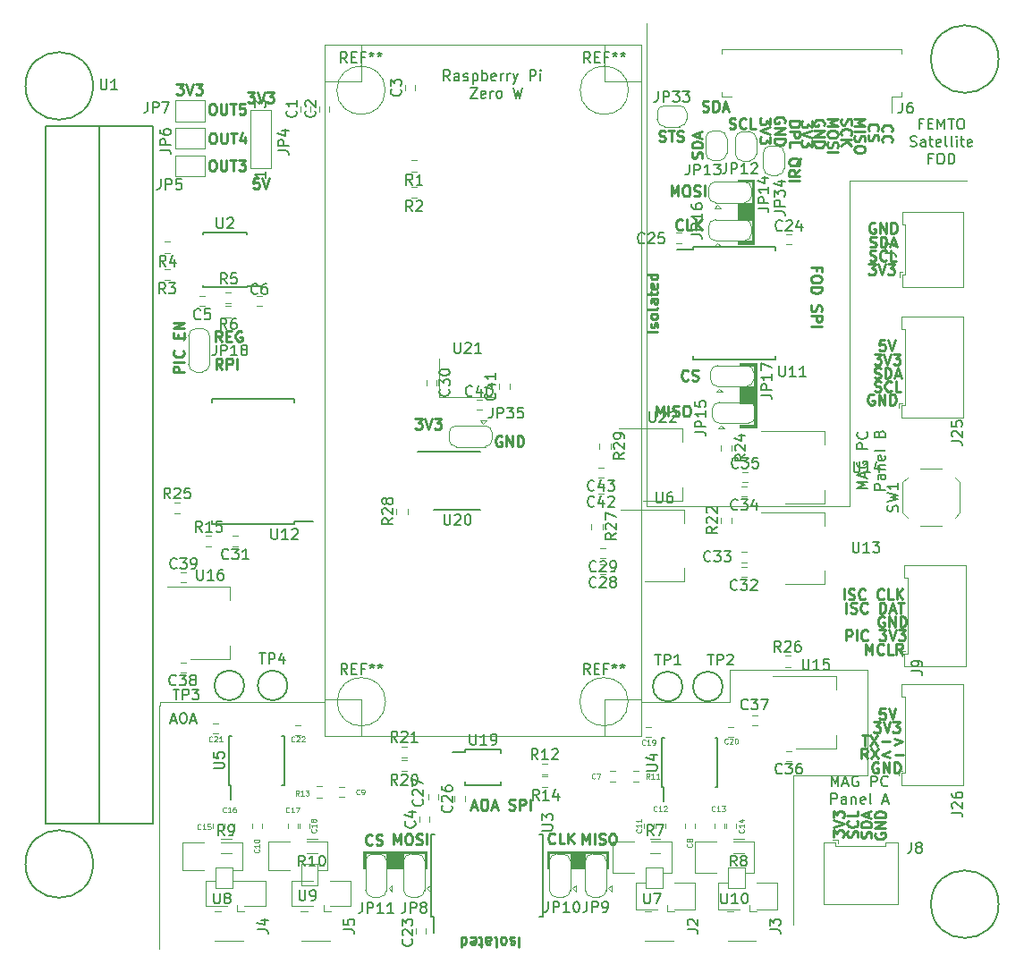
<source format=gbr>
G04 #@! TF.GenerationSoftware,KiCad,Pcbnew,(5.1.2)-2*
G04 #@! TF.CreationDate,2021-12-15T08:53:58-03:00*
G04 #@! TF.ProjectId,MAG_Plus,4d41475f-506c-4757-932e-6b696361645f,rev?*
G04 #@! TF.SameCoordinates,Original*
G04 #@! TF.FileFunction,Legend,Top*
G04 #@! TF.FilePolarity,Positive*
%FSLAX46Y46*%
G04 Gerber Fmt 4.6, Leading zero omitted, Abs format (unit mm)*
G04 Created by KiCad (PCBNEW (5.1.2)-2) date 2021-12-15 08:53:58*
%MOMM*%
%LPD*%
G04 APERTURE LIST*
%ADD10C,0.250000*%
%ADD11C,0.120000*%
%ADD12C,0.150000*%
%ADD13C,0.100000*%
%ADD14C,0.200000*%
%ADD15C,0.125000*%
G04 APERTURE END LIST*
D10*
X78918095Y-81810000D02*
X78822857Y-81762380D01*
X78680000Y-81762380D01*
X78537142Y-81810000D01*
X78441904Y-81905238D01*
X78394285Y-82000476D01*
X78346666Y-82190952D01*
X78346666Y-82333809D01*
X78394285Y-82524285D01*
X78441904Y-82619523D01*
X78537142Y-82714761D01*
X78680000Y-82762380D01*
X78775238Y-82762380D01*
X78918095Y-82714761D01*
X78965714Y-82667142D01*
X78965714Y-82333809D01*
X78775238Y-82333809D01*
X79394285Y-82762380D02*
X79394285Y-81762380D01*
X79965714Y-82762380D01*
X79965714Y-81762380D01*
X80441904Y-82762380D02*
X80441904Y-81762380D01*
X80680000Y-81762380D01*
X80822857Y-81810000D01*
X80918095Y-81905238D01*
X80965714Y-82000476D01*
X81013333Y-82190952D01*
X81013333Y-82333809D01*
X80965714Y-82524285D01*
X80918095Y-82619523D01*
X80822857Y-82714761D01*
X80680000Y-82762380D01*
X80441904Y-82762380D01*
X70761904Y-80132380D02*
X71380952Y-80132380D01*
X71047619Y-80513333D01*
X71190476Y-80513333D01*
X71285714Y-80560952D01*
X71333333Y-80608571D01*
X71380952Y-80703809D01*
X71380952Y-80941904D01*
X71333333Y-81037142D01*
X71285714Y-81084761D01*
X71190476Y-81132380D01*
X70904761Y-81132380D01*
X70809523Y-81084761D01*
X70761904Y-81037142D01*
X71666666Y-80132380D02*
X72000000Y-81132380D01*
X72333333Y-80132380D01*
X72571428Y-80132380D02*
X73190476Y-80132380D01*
X72857142Y-80513333D01*
X73000000Y-80513333D01*
X73095238Y-80560952D01*
X73142857Y-80608571D01*
X73190476Y-80703809D01*
X73190476Y-80941904D01*
X73142857Y-81037142D01*
X73095238Y-81084761D01*
X73000000Y-81132380D01*
X72714285Y-81132380D01*
X72619047Y-81084761D01*
X72571428Y-81037142D01*
X115229523Y-107602380D02*
X114753333Y-107602380D01*
X114705714Y-108078571D01*
X114753333Y-108030952D01*
X114848571Y-107983333D01*
X115086666Y-107983333D01*
X115181904Y-108030952D01*
X115229523Y-108078571D01*
X115277142Y-108173809D01*
X115277142Y-108411904D01*
X115229523Y-108507142D01*
X115181904Y-108554761D01*
X115086666Y-108602380D01*
X114848571Y-108602380D01*
X114753333Y-108554761D01*
X114705714Y-108507142D01*
X115562857Y-107602380D02*
X115896190Y-108602380D01*
X116229523Y-107602380D01*
X114151904Y-108872380D02*
X114770952Y-108872380D01*
X114437619Y-109253333D01*
X114580476Y-109253333D01*
X114675714Y-109300952D01*
X114723333Y-109348571D01*
X114770952Y-109443809D01*
X114770952Y-109681904D01*
X114723333Y-109777142D01*
X114675714Y-109824761D01*
X114580476Y-109872380D01*
X114294761Y-109872380D01*
X114199523Y-109824761D01*
X114151904Y-109777142D01*
X115056666Y-108872380D02*
X115390000Y-109872380D01*
X115723333Y-108872380D01*
X115961428Y-108872380D02*
X116580476Y-108872380D01*
X116247142Y-109253333D01*
X116390000Y-109253333D01*
X116485238Y-109300952D01*
X116532857Y-109348571D01*
X116580476Y-109443809D01*
X116580476Y-109681904D01*
X116532857Y-109777142D01*
X116485238Y-109824761D01*
X116390000Y-109872380D01*
X116104285Y-109872380D01*
X116009047Y-109824761D01*
X115961428Y-109777142D01*
X113050000Y-110092380D02*
X113621428Y-110092380D01*
X113335714Y-111092380D02*
X113335714Y-110092380D01*
X113859523Y-110092380D02*
X114526190Y-111092380D01*
X114526190Y-110092380D02*
X113859523Y-111092380D01*
X114907142Y-110711428D02*
X115669047Y-110711428D01*
X116145238Y-110425714D02*
X116907142Y-110711428D01*
X116145238Y-110997142D01*
X113565238Y-112332380D02*
X113231904Y-111856190D01*
X112993809Y-112332380D02*
X112993809Y-111332380D01*
X113374761Y-111332380D01*
X113470000Y-111380000D01*
X113517619Y-111427619D01*
X113565238Y-111522857D01*
X113565238Y-111665714D01*
X113517619Y-111760952D01*
X113470000Y-111808571D01*
X113374761Y-111856190D01*
X112993809Y-111856190D01*
X113898571Y-111332380D02*
X114565238Y-112332380D01*
X114565238Y-111332380D02*
X113898571Y-112332380D01*
X115708095Y-111665714D02*
X114946190Y-111951428D01*
X115708095Y-112237142D01*
X116184285Y-111951428D02*
X116946190Y-111951428D01*
X114578095Y-112720000D02*
X114482857Y-112672380D01*
X114340000Y-112672380D01*
X114197142Y-112720000D01*
X114101904Y-112815238D01*
X114054285Y-112910476D01*
X114006666Y-113100952D01*
X114006666Y-113243809D01*
X114054285Y-113434285D01*
X114101904Y-113529523D01*
X114197142Y-113624761D01*
X114340000Y-113672380D01*
X114435238Y-113672380D01*
X114578095Y-113624761D01*
X114625714Y-113577142D01*
X114625714Y-113243809D01*
X114435238Y-113243809D01*
X115054285Y-113672380D02*
X115054285Y-112672380D01*
X115625714Y-113672380D01*
X115625714Y-112672380D01*
X116101904Y-113672380D02*
X116101904Y-112672380D01*
X116340000Y-112672380D01*
X116482857Y-112720000D01*
X116578095Y-112815238D01*
X116625714Y-112910476D01*
X116673333Y-113100952D01*
X116673333Y-113243809D01*
X116625714Y-113434285D01*
X116578095Y-113529523D01*
X116482857Y-113624761D01*
X116340000Y-113672380D01*
X116101904Y-113672380D01*
X115214523Y-72702380D02*
X114738333Y-72702380D01*
X114690714Y-73178571D01*
X114738333Y-73130952D01*
X114833571Y-73083333D01*
X115071666Y-73083333D01*
X115166904Y-73130952D01*
X115214523Y-73178571D01*
X115262142Y-73273809D01*
X115262142Y-73511904D01*
X115214523Y-73607142D01*
X115166904Y-73654761D01*
X115071666Y-73702380D01*
X114833571Y-73702380D01*
X114738333Y-73654761D01*
X114690714Y-73607142D01*
X115547857Y-72702380D02*
X115881190Y-73702380D01*
X116214523Y-72702380D01*
X114264523Y-77529761D02*
X114407380Y-77577380D01*
X114645476Y-77577380D01*
X114740714Y-77529761D01*
X114788333Y-77482142D01*
X114835952Y-77386904D01*
X114835952Y-77291666D01*
X114788333Y-77196428D01*
X114740714Y-77148809D01*
X114645476Y-77101190D01*
X114455000Y-77053571D01*
X114359761Y-77005952D01*
X114312142Y-76958333D01*
X114264523Y-76863095D01*
X114264523Y-76767857D01*
X114312142Y-76672619D01*
X114359761Y-76625000D01*
X114455000Y-76577380D01*
X114693095Y-76577380D01*
X114835952Y-76625000D01*
X115835952Y-77482142D02*
X115788333Y-77529761D01*
X115645476Y-77577380D01*
X115550238Y-77577380D01*
X115407380Y-77529761D01*
X115312142Y-77434523D01*
X115264523Y-77339285D01*
X115216904Y-77148809D01*
X115216904Y-77005952D01*
X115264523Y-76815476D01*
X115312142Y-76720238D01*
X115407380Y-76625000D01*
X115550238Y-76577380D01*
X115645476Y-76577380D01*
X115788333Y-76625000D01*
X115835952Y-76672619D01*
X116740714Y-77577380D02*
X116264523Y-77577380D01*
X116264523Y-76577380D01*
X114230714Y-76264761D02*
X114373571Y-76312380D01*
X114611666Y-76312380D01*
X114706904Y-76264761D01*
X114754523Y-76217142D01*
X114802142Y-76121904D01*
X114802142Y-76026666D01*
X114754523Y-75931428D01*
X114706904Y-75883809D01*
X114611666Y-75836190D01*
X114421190Y-75788571D01*
X114325952Y-75740952D01*
X114278333Y-75693333D01*
X114230714Y-75598095D01*
X114230714Y-75502857D01*
X114278333Y-75407619D01*
X114325952Y-75360000D01*
X114421190Y-75312380D01*
X114659285Y-75312380D01*
X114802142Y-75360000D01*
X115230714Y-76312380D02*
X115230714Y-75312380D01*
X115468809Y-75312380D01*
X115611666Y-75360000D01*
X115706904Y-75455238D01*
X115754523Y-75550476D01*
X115802142Y-75740952D01*
X115802142Y-75883809D01*
X115754523Y-76074285D01*
X115706904Y-76169523D01*
X115611666Y-76264761D01*
X115468809Y-76312380D01*
X115230714Y-76312380D01*
X116183095Y-76026666D02*
X116659285Y-76026666D01*
X116087857Y-76312380D02*
X116421190Y-75312380D01*
X116754523Y-76312380D01*
X114163095Y-77875000D02*
X114067857Y-77827380D01*
X113925000Y-77827380D01*
X113782142Y-77875000D01*
X113686904Y-77970238D01*
X113639285Y-78065476D01*
X113591666Y-78255952D01*
X113591666Y-78398809D01*
X113639285Y-78589285D01*
X113686904Y-78684523D01*
X113782142Y-78779761D01*
X113925000Y-78827380D01*
X114020238Y-78827380D01*
X114163095Y-78779761D01*
X114210714Y-78732142D01*
X114210714Y-78398809D01*
X114020238Y-78398809D01*
X114639285Y-78827380D02*
X114639285Y-77827380D01*
X115210714Y-78827380D01*
X115210714Y-77827380D01*
X115686904Y-78827380D02*
X115686904Y-77827380D01*
X115925000Y-77827380D01*
X116067857Y-77875000D01*
X116163095Y-77970238D01*
X116210714Y-78065476D01*
X116258333Y-78255952D01*
X116258333Y-78398809D01*
X116210714Y-78589285D01*
X116163095Y-78684523D01*
X116067857Y-78779761D01*
X115925000Y-78827380D01*
X115686904Y-78827380D01*
X114221904Y-74047380D02*
X114840952Y-74047380D01*
X114507619Y-74428333D01*
X114650476Y-74428333D01*
X114745714Y-74475952D01*
X114793333Y-74523571D01*
X114840952Y-74618809D01*
X114840952Y-74856904D01*
X114793333Y-74952142D01*
X114745714Y-74999761D01*
X114650476Y-75047380D01*
X114364761Y-75047380D01*
X114269523Y-74999761D01*
X114221904Y-74952142D01*
X115126666Y-74047380D02*
X115460000Y-75047380D01*
X115793333Y-74047380D01*
X116031428Y-74047380D02*
X116650476Y-74047380D01*
X116317142Y-74428333D01*
X116460000Y-74428333D01*
X116555238Y-74475952D01*
X116602857Y-74523571D01*
X116650476Y-74618809D01*
X116650476Y-74856904D01*
X116602857Y-74952142D01*
X116555238Y-74999761D01*
X116460000Y-75047380D01*
X116174285Y-75047380D01*
X116079047Y-74999761D01*
X116031428Y-74952142D01*
X107152380Y-57623809D02*
X106152380Y-57623809D01*
X107152380Y-56576190D02*
X106676190Y-56909523D01*
X107152380Y-57147619D02*
X106152380Y-57147619D01*
X106152380Y-56766666D01*
X106200000Y-56671428D01*
X106247619Y-56623809D01*
X106342857Y-56576190D01*
X106485714Y-56576190D01*
X106580952Y-56623809D01*
X106628571Y-56671428D01*
X106676190Y-56766666D01*
X106676190Y-57147619D01*
X107247619Y-55480952D02*
X107200000Y-55576190D01*
X107104761Y-55671428D01*
X106961904Y-55814285D01*
X106914285Y-55909523D01*
X106914285Y-56004761D01*
X107152380Y-55957142D02*
X107104761Y-56052380D01*
X107009523Y-56147619D01*
X106819047Y-56195238D01*
X106485714Y-56195238D01*
X106295238Y-56147619D01*
X106200000Y-56052380D01*
X106152380Y-55957142D01*
X106152380Y-55766666D01*
X106200000Y-55671428D01*
X106295238Y-55576190D01*
X106485714Y-55528571D01*
X106819047Y-55528571D01*
X107009523Y-55576190D01*
X107104761Y-55671428D01*
X107152380Y-55766666D01*
X107152380Y-55957142D01*
X52471428Y-75452380D02*
X52138095Y-74976190D01*
X51900000Y-75452380D02*
X51900000Y-74452380D01*
X52280952Y-74452380D01*
X52376190Y-74500000D01*
X52423809Y-74547619D01*
X52471428Y-74642857D01*
X52471428Y-74785714D01*
X52423809Y-74880952D01*
X52376190Y-74928571D01*
X52280952Y-74976190D01*
X51900000Y-74976190D01*
X52900000Y-75452380D02*
X52900000Y-74452380D01*
X53280952Y-74452380D01*
X53376190Y-74500000D01*
X53423809Y-74547619D01*
X53471428Y-74642857D01*
X53471428Y-74785714D01*
X53423809Y-74880952D01*
X53376190Y-74928571D01*
X53280952Y-74976190D01*
X52900000Y-74976190D01*
X53900000Y-75452380D02*
X53900000Y-74452380D01*
X52457142Y-72852380D02*
X52123809Y-72376190D01*
X51885714Y-72852380D02*
X51885714Y-71852380D01*
X52266666Y-71852380D01*
X52361904Y-71900000D01*
X52409523Y-71947619D01*
X52457142Y-72042857D01*
X52457142Y-72185714D01*
X52409523Y-72280952D01*
X52361904Y-72328571D01*
X52266666Y-72376190D01*
X51885714Y-72376190D01*
X52885714Y-72328571D02*
X53219047Y-72328571D01*
X53361904Y-72852380D02*
X52885714Y-72852380D01*
X52885714Y-71852380D01*
X53361904Y-71852380D01*
X54314285Y-71900000D02*
X54219047Y-71852380D01*
X54076190Y-71852380D01*
X53933333Y-71900000D01*
X53838095Y-71995238D01*
X53790476Y-72090476D01*
X53742857Y-72280952D01*
X53742857Y-72423809D01*
X53790476Y-72614285D01*
X53838095Y-72709523D01*
X53933333Y-72804761D01*
X54076190Y-72852380D01*
X54171428Y-72852380D01*
X54314285Y-72804761D01*
X54361904Y-72757142D01*
X54361904Y-72423809D01*
X54171428Y-72423809D01*
X111338095Y-97252380D02*
X111338095Y-96252380D01*
X111766666Y-97204761D02*
X111909523Y-97252380D01*
X112147619Y-97252380D01*
X112242857Y-97204761D01*
X112290476Y-97157142D01*
X112338095Y-97061904D01*
X112338095Y-96966666D01*
X112290476Y-96871428D01*
X112242857Y-96823809D01*
X112147619Y-96776190D01*
X111957142Y-96728571D01*
X111861904Y-96680952D01*
X111814285Y-96633333D01*
X111766666Y-96538095D01*
X111766666Y-96442857D01*
X111814285Y-96347619D01*
X111861904Y-96300000D01*
X111957142Y-96252380D01*
X112195238Y-96252380D01*
X112338095Y-96300000D01*
X113338095Y-97157142D02*
X113290476Y-97204761D01*
X113147619Y-97252380D01*
X113052380Y-97252380D01*
X112909523Y-97204761D01*
X112814285Y-97109523D01*
X112766666Y-97014285D01*
X112719047Y-96823809D01*
X112719047Y-96680952D01*
X112766666Y-96490476D01*
X112814285Y-96395238D01*
X112909523Y-96300000D01*
X113052380Y-96252380D01*
X113147619Y-96252380D01*
X113290476Y-96300000D01*
X113338095Y-96347619D01*
X115100000Y-97157142D02*
X115052380Y-97204761D01*
X114909523Y-97252380D01*
X114814285Y-97252380D01*
X114671428Y-97204761D01*
X114576190Y-97109523D01*
X114528571Y-97014285D01*
X114480952Y-96823809D01*
X114480952Y-96680952D01*
X114528571Y-96490476D01*
X114576190Y-96395238D01*
X114671428Y-96300000D01*
X114814285Y-96252380D01*
X114909523Y-96252380D01*
X115052380Y-96300000D01*
X115100000Y-96347619D01*
X116004761Y-97252380D02*
X115528571Y-97252380D01*
X115528571Y-96252380D01*
X116338095Y-97252380D02*
X116338095Y-96252380D01*
X116909523Y-97252380D02*
X116480952Y-96680952D01*
X116909523Y-96252380D02*
X116338095Y-96823809D01*
X111533333Y-98552380D02*
X111533333Y-97552380D01*
X111961904Y-98504761D02*
X112104761Y-98552380D01*
X112342857Y-98552380D01*
X112438095Y-98504761D01*
X112485714Y-98457142D01*
X112533333Y-98361904D01*
X112533333Y-98266666D01*
X112485714Y-98171428D01*
X112438095Y-98123809D01*
X112342857Y-98076190D01*
X112152380Y-98028571D01*
X112057142Y-97980952D01*
X112009523Y-97933333D01*
X111961904Y-97838095D01*
X111961904Y-97742857D01*
X112009523Y-97647619D01*
X112057142Y-97600000D01*
X112152380Y-97552380D01*
X112390476Y-97552380D01*
X112533333Y-97600000D01*
X113533333Y-98457142D02*
X113485714Y-98504761D01*
X113342857Y-98552380D01*
X113247619Y-98552380D01*
X113104761Y-98504761D01*
X113009523Y-98409523D01*
X112961904Y-98314285D01*
X112914285Y-98123809D01*
X112914285Y-97980952D01*
X112961904Y-97790476D01*
X113009523Y-97695238D01*
X113104761Y-97600000D01*
X113247619Y-97552380D01*
X113342857Y-97552380D01*
X113485714Y-97600000D01*
X113533333Y-97647619D01*
X114723809Y-98552380D02*
X114723809Y-97552380D01*
X114961904Y-97552380D01*
X115104761Y-97600000D01*
X115200000Y-97695238D01*
X115247619Y-97790476D01*
X115295238Y-97980952D01*
X115295238Y-98123809D01*
X115247619Y-98314285D01*
X115200000Y-98409523D01*
X115104761Y-98504761D01*
X114961904Y-98552380D01*
X114723809Y-98552380D01*
X115676190Y-98266666D02*
X116152380Y-98266666D01*
X115580952Y-98552380D02*
X115914285Y-97552380D01*
X116247619Y-98552380D01*
X116438095Y-97552380D02*
X117009523Y-97552380D01*
X116723809Y-98552380D02*
X116723809Y-97552380D01*
X115138095Y-98900000D02*
X115042857Y-98852380D01*
X114900000Y-98852380D01*
X114757142Y-98900000D01*
X114661904Y-98995238D01*
X114614285Y-99090476D01*
X114566666Y-99280952D01*
X114566666Y-99423809D01*
X114614285Y-99614285D01*
X114661904Y-99709523D01*
X114757142Y-99804761D01*
X114900000Y-99852380D01*
X114995238Y-99852380D01*
X115138095Y-99804761D01*
X115185714Y-99757142D01*
X115185714Y-99423809D01*
X114995238Y-99423809D01*
X115614285Y-99852380D02*
X115614285Y-98852380D01*
X116185714Y-99852380D01*
X116185714Y-98852380D01*
X116661904Y-99852380D02*
X116661904Y-98852380D01*
X116900000Y-98852380D01*
X117042857Y-98900000D01*
X117138095Y-98995238D01*
X117185714Y-99090476D01*
X117233333Y-99280952D01*
X117233333Y-99423809D01*
X117185714Y-99614285D01*
X117138095Y-99709523D01*
X117042857Y-99804761D01*
X116900000Y-99852380D01*
X116661904Y-99852380D01*
X111538095Y-101152380D02*
X111538095Y-100152380D01*
X111919047Y-100152380D01*
X112014285Y-100200000D01*
X112061904Y-100247619D01*
X112109523Y-100342857D01*
X112109523Y-100485714D01*
X112061904Y-100580952D01*
X112014285Y-100628571D01*
X111919047Y-100676190D01*
X111538095Y-100676190D01*
X112538095Y-101152380D02*
X112538095Y-100152380D01*
X113585714Y-101057142D02*
X113538095Y-101104761D01*
X113395238Y-101152380D01*
X113300000Y-101152380D01*
X113157142Y-101104761D01*
X113061904Y-101009523D01*
X113014285Y-100914285D01*
X112966666Y-100723809D01*
X112966666Y-100580952D01*
X113014285Y-100390476D01*
X113061904Y-100295238D01*
X113157142Y-100200000D01*
X113300000Y-100152380D01*
X113395238Y-100152380D01*
X113538095Y-100200000D01*
X113585714Y-100247619D01*
X114680952Y-100152380D02*
X115300000Y-100152380D01*
X114966666Y-100533333D01*
X115109523Y-100533333D01*
X115204761Y-100580952D01*
X115252380Y-100628571D01*
X115300000Y-100723809D01*
X115300000Y-100961904D01*
X115252380Y-101057142D01*
X115204761Y-101104761D01*
X115109523Y-101152380D01*
X114823809Y-101152380D01*
X114728571Y-101104761D01*
X114680952Y-101057142D01*
X115585714Y-100152380D02*
X115919047Y-101152380D01*
X116252380Y-100152380D01*
X116490476Y-100152380D02*
X117109523Y-100152380D01*
X116776190Y-100533333D01*
X116919047Y-100533333D01*
X117014285Y-100580952D01*
X117061904Y-100628571D01*
X117109523Y-100723809D01*
X117109523Y-100961904D01*
X117061904Y-101057142D01*
X117014285Y-101104761D01*
X116919047Y-101152380D01*
X116633333Y-101152380D01*
X116538095Y-101104761D01*
X116490476Y-101057142D01*
X113361904Y-102452380D02*
X113361904Y-101452380D01*
X113695238Y-102166666D01*
X114028571Y-101452380D01*
X114028571Y-102452380D01*
X115076190Y-102357142D02*
X115028571Y-102404761D01*
X114885714Y-102452380D01*
X114790476Y-102452380D01*
X114647619Y-102404761D01*
X114552380Y-102309523D01*
X114504761Y-102214285D01*
X114457142Y-102023809D01*
X114457142Y-101880952D01*
X114504761Y-101690476D01*
X114552380Y-101595238D01*
X114647619Y-101500000D01*
X114790476Y-101452380D01*
X114885714Y-101452380D01*
X115028571Y-101500000D01*
X115076190Y-101547619D01*
X115980952Y-102452380D02*
X115504761Y-102452380D01*
X115504761Y-101452380D01*
X116885714Y-102452380D02*
X116552380Y-101976190D01*
X116314285Y-102452380D02*
X116314285Y-101452380D01*
X116695238Y-101452380D01*
X116790476Y-101500000D01*
X116838095Y-101547619D01*
X116885714Y-101642857D01*
X116885714Y-101785714D01*
X116838095Y-101880952D01*
X116790476Y-101928571D01*
X116695238Y-101976190D01*
X116314285Y-101976190D01*
X93847142Y-53834761D02*
X93990000Y-53882380D01*
X94228095Y-53882380D01*
X94323333Y-53834761D01*
X94370952Y-53787142D01*
X94418571Y-53691904D01*
X94418571Y-53596666D01*
X94370952Y-53501428D01*
X94323333Y-53453809D01*
X94228095Y-53406190D01*
X94037619Y-53358571D01*
X93942380Y-53310952D01*
X93894761Y-53263333D01*
X93847142Y-53168095D01*
X93847142Y-53072857D01*
X93894761Y-52977619D01*
X93942380Y-52930000D01*
X94037619Y-52882380D01*
X94275714Y-52882380D01*
X94418571Y-52930000D01*
X94704285Y-52882380D02*
X95275714Y-52882380D01*
X94990000Y-53882380D02*
X94990000Y-52882380D01*
X95561428Y-53834761D02*
X95704285Y-53882380D01*
X95942380Y-53882380D01*
X96037619Y-53834761D01*
X96085238Y-53787142D01*
X96132857Y-53691904D01*
X96132857Y-53596666D01*
X96085238Y-53501428D01*
X96037619Y-53453809D01*
X95942380Y-53406190D01*
X95751904Y-53358571D01*
X95656666Y-53310952D01*
X95609047Y-53263333D01*
X95561428Y-53168095D01*
X95561428Y-53072857D01*
X95609047Y-52977619D01*
X95656666Y-52930000D01*
X95751904Y-52882380D01*
X95990000Y-52882380D01*
X96132857Y-52930000D01*
X48852380Y-75757142D02*
X47852380Y-75757142D01*
X47852380Y-75376190D01*
X47900000Y-75280952D01*
X47947619Y-75233333D01*
X48042857Y-75185714D01*
X48185714Y-75185714D01*
X48280952Y-75233333D01*
X48328571Y-75280952D01*
X48376190Y-75376190D01*
X48376190Y-75757142D01*
X48852380Y-74757142D02*
X47852380Y-74757142D01*
X48757142Y-73709523D02*
X48804761Y-73757142D01*
X48852380Y-73900000D01*
X48852380Y-73995238D01*
X48804761Y-74138095D01*
X48709523Y-74233333D01*
X48614285Y-74280952D01*
X48423809Y-74328571D01*
X48280952Y-74328571D01*
X48090476Y-74280952D01*
X47995238Y-74233333D01*
X47900000Y-74138095D01*
X47852380Y-73995238D01*
X47852380Y-73900000D01*
X47900000Y-73757142D01*
X47947619Y-73709523D01*
X48328571Y-72519047D02*
X48328571Y-72185714D01*
X48852380Y-72042857D02*
X48852380Y-72519047D01*
X47852380Y-72519047D01*
X47852380Y-72042857D01*
X48852380Y-71614285D02*
X47852380Y-71614285D01*
X48852380Y-71042857D01*
X47852380Y-71042857D01*
X51503809Y-53092380D02*
X51694285Y-53092380D01*
X51789523Y-53140000D01*
X51884761Y-53235238D01*
X51932380Y-53425714D01*
X51932380Y-53759047D01*
X51884761Y-53949523D01*
X51789523Y-54044761D01*
X51694285Y-54092380D01*
X51503809Y-54092380D01*
X51408571Y-54044761D01*
X51313333Y-53949523D01*
X51265714Y-53759047D01*
X51265714Y-53425714D01*
X51313333Y-53235238D01*
X51408571Y-53140000D01*
X51503809Y-53092380D01*
X52360952Y-53092380D02*
X52360952Y-53901904D01*
X52408571Y-53997142D01*
X52456190Y-54044761D01*
X52551428Y-54092380D01*
X52741904Y-54092380D01*
X52837142Y-54044761D01*
X52884761Y-53997142D01*
X52932380Y-53901904D01*
X52932380Y-53092380D01*
X53265714Y-53092380D02*
X53837142Y-53092380D01*
X53551428Y-54092380D02*
X53551428Y-53092380D01*
X54599047Y-53425714D02*
X54599047Y-54092380D01*
X54360952Y-53044761D02*
X54122857Y-53759047D01*
X54741904Y-53759047D01*
X54895904Y-49236380D02*
X55514952Y-49236380D01*
X55181619Y-49617333D01*
X55324476Y-49617333D01*
X55419714Y-49664952D01*
X55467333Y-49712571D01*
X55514952Y-49807809D01*
X55514952Y-50045904D01*
X55467333Y-50141142D01*
X55419714Y-50188761D01*
X55324476Y-50236380D01*
X55038761Y-50236380D01*
X54943523Y-50188761D01*
X54895904Y-50141142D01*
X55800666Y-49236380D02*
X56134000Y-50236380D01*
X56467333Y-49236380D01*
X56705428Y-49236380D02*
X57324476Y-49236380D01*
X56991142Y-49617333D01*
X57134000Y-49617333D01*
X57229238Y-49664952D01*
X57276857Y-49712571D01*
X57324476Y-49807809D01*
X57324476Y-50045904D01*
X57276857Y-50141142D01*
X57229238Y-50188761D01*
X57134000Y-50236380D01*
X56848285Y-50236380D01*
X56753047Y-50188761D01*
X56705428Y-50141142D01*
X55943523Y-57364380D02*
X55467333Y-57364380D01*
X55419714Y-57840571D01*
X55467333Y-57792952D01*
X55562571Y-57745333D01*
X55800666Y-57745333D01*
X55895904Y-57792952D01*
X55943523Y-57840571D01*
X55991142Y-57935809D01*
X55991142Y-58173904D01*
X55943523Y-58269142D01*
X55895904Y-58316761D01*
X55800666Y-58364380D01*
X55562571Y-58364380D01*
X55467333Y-58316761D01*
X55419714Y-58269142D01*
X56276857Y-57364380D02*
X56610190Y-58364380D01*
X56943523Y-57364380D01*
X51473809Y-55672380D02*
X51664285Y-55672380D01*
X51759523Y-55720000D01*
X51854761Y-55815238D01*
X51902380Y-56005714D01*
X51902380Y-56339047D01*
X51854761Y-56529523D01*
X51759523Y-56624761D01*
X51664285Y-56672380D01*
X51473809Y-56672380D01*
X51378571Y-56624761D01*
X51283333Y-56529523D01*
X51235714Y-56339047D01*
X51235714Y-56005714D01*
X51283333Y-55815238D01*
X51378571Y-55720000D01*
X51473809Y-55672380D01*
X52330952Y-55672380D02*
X52330952Y-56481904D01*
X52378571Y-56577142D01*
X52426190Y-56624761D01*
X52521428Y-56672380D01*
X52711904Y-56672380D01*
X52807142Y-56624761D01*
X52854761Y-56577142D01*
X52902380Y-56481904D01*
X52902380Y-55672380D01*
X53235714Y-55672380D02*
X53807142Y-55672380D01*
X53521428Y-56672380D02*
X53521428Y-55672380D01*
X54045238Y-55672380D02*
X54664285Y-55672380D01*
X54330952Y-56053333D01*
X54473809Y-56053333D01*
X54569047Y-56100952D01*
X54616666Y-56148571D01*
X54664285Y-56243809D01*
X54664285Y-56481904D01*
X54616666Y-56577142D01*
X54569047Y-56624761D01*
X54473809Y-56672380D01*
X54188095Y-56672380D01*
X54092857Y-56624761D01*
X54045238Y-56577142D01*
X48151904Y-48452380D02*
X48770952Y-48452380D01*
X48437619Y-48833333D01*
X48580476Y-48833333D01*
X48675714Y-48880952D01*
X48723333Y-48928571D01*
X48770952Y-49023809D01*
X48770952Y-49261904D01*
X48723333Y-49357142D01*
X48675714Y-49404761D01*
X48580476Y-49452380D01*
X48294761Y-49452380D01*
X48199523Y-49404761D01*
X48151904Y-49357142D01*
X49056666Y-48452380D02*
X49390000Y-49452380D01*
X49723333Y-48452380D01*
X49961428Y-48452380D02*
X50580476Y-48452380D01*
X50247142Y-48833333D01*
X50390000Y-48833333D01*
X50485238Y-48880952D01*
X50532857Y-48928571D01*
X50580476Y-49023809D01*
X50580476Y-49261904D01*
X50532857Y-49357142D01*
X50485238Y-49404761D01*
X50390000Y-49452380D01*
X50104285Y-49452380D01*
X50009047Y-49404761D01*
X49961428Y-49357142D01*
X51473809Y-50342380D02*
X51664285Y-50342380D01*
X51759523Y-50390000D01*
X51854761Y-50485238D01*
X51902380Y-50675714D01*
X51902380Y-51009047D01*
X51854761Y-51199523D01*
X51759523Y-51294761D01*
X51664285Y-51342380D01*
X51473809Y-51342380D01*
X51378571Y-51294761D01*
X51283333Y-51199523D01*
X51235714Y-51009047D01*
X51235714Y-50675714D01*
X51283333Y-50485238D01*
X51378571Y-50390000D01*
X51473809Y-50342380D01*
X52330952Y-50342380D02*
X52330952Y-51151904D01*
X52378571Y-51247142D01*
X52426190Y-51294761D01*
X52521428Y-51342380D01*
X52711904Y-51342380D01*
X52807142Y-51294761D01*
X52854761Y-51247142D01*
X52902380Y-51151904D01*
X52902380Y-50342380D01*
X53235714Y-50342380D02*
X53807142Y-50342380D01*
X53521428Y-51342380D02*
X53521428Y-50342380D01*
X54616666Y-50342380D02*
X54140476Y-50342380D01*
X54092857Y-50818571D01*
X54140476Y-50770952D01*
X54235714Y-50723333D01*
X54473809Y-50723333D01*
X54569047Y-50770952D01*
X54616666Y-50818571D01*
X54664285Y-50913809D01*
X54664285Y-51151904D01*
X54616666Y-51247142D01*
X54569047Y-51294761D01*
X54473809Y-51342380D01*
X54235714Y-51342380D01*
X54140476Y-51294761D01*
X54092857Y-51247142D01*
X86578571Y-120412380D02*
X86578571Y-119412380D01*
X86911904Y-120126666D01*
X87245238Y-119412380D01*
X87245238Y-120412380D01*
X87721428Y-120412380D02*
X87721428Y-119412380D01*
X88150000Y-120364761D02*
X88292857Y-120412380D01*
X88530952Y-120412380D01*
X88626190Y-120364761D01*
X88673809Y-120317142D01*
X88721428Y-120221904D01*
X88721428Y-120126666D01*
X88673809Y-120031428D01*
X88626190Y-119983809D01*
X88530952Y-119936190D01*
X88340476Y-119888571D01*
X88245238Y-119840952D01*
X88197619Y-119793333D01*
X88150000Y-119698095D01*
X88150000Y-119602857D01*
X88197619Y-119507619D01*
X88245238Y-119460000D01*
X88340476Y-119412380D01*
X88578571Y-119412380D01*
X88721428Y-119460000D01*
X89340476Y-119412380D02*
X89530952Y-119412380D01*
X89626190Y-119460000D01*
X89721428Y-119555238D01*
X89769047Y-119745714D01*
X89769047Y-120079047D01*
X89721428Y-120269523D01*
X89626190Y-120364761D01*
X89530952Y-120412380D01*
X89340476Y-120412380D01*
X89245238Y-120364761D01*
X89150000Y-120269523D01*
X89102380Y-120079047D01*
X89102380Y-119745714D01*
X89150000Y-119555238D01*
X89245238Y-119460000D01*
X89340476Y-119412380D01*
X83974761Y-120287142D02*
X83927142Y-120334761D01*
X83784285Y-120382380D01*
X83689047Y-120382380D01*
X83546190Y-120334761D01*
X83450952Y-120239523D01*
X83403333Y-120144285D01*
X83355714Y-119953809D01*
X83355714Y-119810952D01*
X83403333Y-119620476D01*
X83450952Y-119525238D01*
X83546190Y-119430000D01*
X83689047Y-119382380D01*
X83784285Y-119382380D01*
X83927142Y-119430000D01*
X83974761Y-119477619D01*
X84879523Y-120382380D02*
X84403333Y-120382380D01*
X84403333Y-119382380D01*
X85212857Y-120382380D02*
X85212857Y-119382380D01*
X85784285Y-120382380D02*
X85355714Y-119810952D01*
X85784285Y-119382380D02*
X85212857Y-119953809D01*
X68708571Y-120452380D02*
X68708571Y-119452380D01*
X69041904Y-120166666D01*
X69375238Y-119452380D01*
X69375238Y-120452380D01*
X70041904Y-119452380D02*
X70232380Y-119452380D01*
X70327619Y-119500000D01*
X70422857Y-119595238D01*
X70470476Y-119785714D01*
X70470476Y-120119047D01*
X70422857Y-120309523D01*
X70327619Y-120404761D01*
X70232380Y-120452380D01*
X70041904Y-120452380D01*
X69946666Y-120404761D01*
X69851428Y-120309523D01*
X69803809Y-120119047D01*
X69803809Y-119785714D01*
X69851428Y-119595238D01*
X69946666Y-119500000D01*
X70041904Y-119452380D01*
X70851428Y-120404761D02*
X70994285Y-120452380D01*
X71232380Y-120452380D01*
X71327619Y-120404761D01*
X71375238Y-120357142D01*
X71422857Y-120261904D01*
X71422857Y-120166666D01*
X71375238Y-120071428D01*
X71327619Y-120023809D01*
X71232380Y-119976190D01*
X71041904Y-119928571D01*
X70946666Y-119880952D01*
X70899047Y-119833333D01*
X70851428Y-119738095D01*
X70851428Y-119642857D01*
X70899047Y-119547619D01*
X70946666Y-119500000D01*
X71041904Y-119452380D01*
X71280000Y-119452380D01*
X71422857Y-119500000D01*
X71851428Y-120452380D02*
X71851428Y-119452380D01*
X66683333Y-120417142D02*
X66635714Y-120464761D01*
X66492857Y-120512380D01*
X66397619Y-120512380D01*
X66254761Y-120464761D01*
X66159523Y-120369523D01*
X66111904Y-120274285D01*
X66064285Y-120083809D01*
X66064285Y-119940952D01*
X66111904Y-119750476D01*
X66159523Y-119655238D01*
X66254761Y-119560000D01*
X66397619Y-119512380D01*
X66492857Y-119512380D01*
X66635714Y-119560000D01*
X66683333Y-119607619D01*
X67064285Y-120464761D02*
X67207142Y-120512380D01*
X67445238Y-120512380D01*
X67540476Y-120464761D01*
X67588095Y-120417142D01*
X67635714Y-120321904D01*
X67635714Y-120226666D01*
X67588095Y-120131428D01*
X67540476Y-120083809D01*
X67445238Y-120036190D01*
X67254761Y-119988571D01*
X67159523Y-119940952D01*
X67111904Y-119893333D01*
X67064285Y-119798095D01*
X67064285Y-119702857D01*
X67111904Y-119607619D01*
X67159523Y-119560000D01*
X67254761Y-119512380D01*
X67492857Y-119512380D01*
X67635714Y-119560000D01*
X80588095Y-129207619D02*
X80588095Y-130207619D01*
X80159523Y-129255238D02*
X80064285Y-129207619D01*
X79873809Y-129207619D01*
X79778571Y-129255238D01*
X79730952Y-129350476D01*
X79730952Y-129398095D01*
X79778571Y-129493333D01*
X79873809Y-129540952D01*
X80016666Y-129540952D01*
X80111904Y-129588571D01*
X80159523Y-129683809D01*
X80159523Y-129731428D01*
X80111904Y-129826666D01*
X80016666Y-129874285D01*
X79873809Y-129874285D01*
X79778571Y-129826666D01*
X79159523Y-129207619D02*
X79254761Y-129255238D01*
X79302380Y-129302857D01*
X79350000Y-129398095D01*
X79350000Y-129683809D01*
X79302380Y-129779047D01*
X79254761Y-129826666D01*
X79159523Y-129874285D01*
X79016666Y-129874285D01*
X78921428Y-129826666D01*
X78873809Y-129779047D01*
X78826190Y-129683809D01*
X78826190Y-129398095D01*
X78873809Y-129302857D01*
X78921428Y-129255238D01*
X79016666Y-129207619D01*
X79159523Y-129207619D01*
X78254761Y-129207619D02*
X78350000Y-129255238D01*
X78397619Y-129350476D01*
X78397619Y-130207619D01*
X77445238Y-129207619D02*
X77445238Y-129731428D01*
X77492857Y-129826666D01*
X77588095Y-129874285D01*
X77778571Y-129874285D01*
X77873809Y-129826666D01*
X77445238Y-129255238D02*
X77540476Y-129207619D01*
X77778571Y-129207619D01*
X77873809Y-129255238D01*
X77921428Y-129350476D01*
X77921428Y-129445714D01*
X77873809Y-129540952D01*
X77778571Y-129588571D01*
X77540476Y-129588571D01*
X77445238Y-129636190D01*
X77111904Y-129874285D02*
X76730952Y-129874285D01*
X76969047Y-130207619D02*
X76969047Y-129350476D01*
X76921428Y-129255238D01*
X76826190Y-129207619D01*
X76730952Y-129207619D01*
X76016666Y-129255238D02*
X76111904Y-129207619D01*
X76302380Y-129207619D01*
X76397619Y-129255238D01*
X76445238Y-129350476D01*
X76445238Y-129731428D01*
X76397619Y-129826666D01*
X76302380Y-129874285D01*
X76111904Y-129874285D01*
X76016666Y-129826666D01*
X75969047Y-129731428D01*
X75969047Y-129636190D01*
X76445238Y-129540952D01*
X75111904Y-129207619D02*
X75111904Y-130207619D01*
X75111904Y-129255238D02*
X75207142Y-129207619D01*
X75397619Y-129207619D01*
X75492857Y-129255238D01*
X75540476Y-129302857D01*
X75588095Y-129398095D01*
X75588095Y-129683809D01*
X75540476Y-129779047D01*
X75492857Y-129826666D01*
X75397619Y-129874285D01*
X75207142Y-129874285D01*
X75111904Y-129826666D01*
X76094285Y-116896666D02*
X76570476Y-116896666D01*
X75999047Y-117182380D02*
X76332380Y-116182380D01*
X76665714Y-117182380D01*
X77189523Y-116182380D02*
X77380000Y-116182380D01*
X77475238Y-116230000D01*
X77570476Y-116325238D01*
X77618095Y-116515714D01*
X77618095Y-116849047D01*
X77570476Y-117039523D01*
X77475238Y-117134761D01*
X77380000Y-117182380D01*
X77189523Y-117182380D01*
X77094285Y-117134761D01*
X76999047Y-117039523D01*
X76951428Y-116849047D01*
X76951428Y-116515714D01*
X76999047Y-116325238D01*
X77094285Y-116230000D01*
X77189523Y-116182380D01*
X77999047Y-116896666D02*
X78475238Y-116896666D01*
X77903809Y-117182380D02*
X78237142Y-116182380D01*
X78570476Y-117182380D01*
X79618095Y-117134761D02*
X79760952Y-117182380D01*
X79999047Y-117182380D01*
X80094285Y-117134761D01*
X80141904Y-117087142D01*
X80189523Y-116991904D01*
X80189523Y-116896666D01*
X80141904Y-116801428D01*
X80094285Y-116753809D01*
X79999047Y-116706190D01*
X79808571Y-116658571D01*
X79713333Y-116610952D01*
X79665714Y-116563333D01*
X79618095Y-116468095D01*
X79618095Y-116372857D01*
X79665714Y-116277619D01*
X79713333Y-116230000D01*
X79808571Y-116182380D01*
X80046666Y-116182380D01*
X80189523Y-116230000D01*
X80618095Y-117182380D02*
X80618095Y-116182380D01*
X80999047Y-116182380D01*
X81094285Y-116230000D01*
X81141904Y-116277619D01*
X81189523Y-116372857D01*
X81189523Y-116515714D01*
X81141904Y-116610952D01*
X81094285Y-116658571D01*
X80999047Y-116706190D01*
X80618095Y-116706190D01*
X81618095Y-117182380D02*
X81618095Y-116182380D01*
X108751428Y-66133809D02*
X108751428Y-65800476D01*
X108227619Y-65800476D02*
X109227619Y-65800476D01*
X109227619Y-66276666D01*
X109227619Y-66848095D02*
X109227619Y-67038571D01*
X109180000Y-67133809D01*
X109084761Y-67229047D01*
X108894285Y-67276666D01*
X108560952Y-67276666D01*
X108370476Y-67229047D01*
X108275238Y-67133809D01*
X108227619Y-67038571D01*
X108227619Y-66848095D01*
X108275238Y-66752857D01*
X108370476Y-66657619D01*
X108560952Y-66610000D01*
X108894285Y-66610000D01*
X109084761Y-66657619D01*
X109180000Y-66752857D01*
X109227619Y-66848095D01*
X108227619Y-67705238D02*
X109227619Y-67705238D01*
X109227619Y-67943333D01*
X109180000Y-68086190D01*
X109084761Y-68181428D01*
X108989523Y-68229047D01*
X108799047Y-68276666D01*
X108656190Y-68276666D01*
X108465714Y-68229047D01*
X108370476Y-68181428D01*
X108275238Y-68086190D01*
X108227619Y-67943333D01*
X108227619Y-67705238D01*
X108275238Y-69419523D02*
X108227619Y-69562380D01*
X108227619Y-69800476D01*
X108275238Y-69895714D01*
X108322857Y-69943333D01*
X108418095Y-69990952D01*
X108513333Y-69990952D01*
X108608571Y-69943333D01*
X108656190Y-69895714D01*
X108703809Y-69800476D01*
X108751428Y-69610000D01*
X108799047Y-69514761D01*
X108846666Y-69467142D01*
X108941904Y-69419523D01*
X109037142Y-69419523D01*
X109132380Y-69467142D01*
X109180000Y-69514761D01*
X109227619Y-69610000D01*
X109227619Y-69848095D01*
X109180000Y-69990952D01*
X108227619Y-70419523D02*
X109227619Y-70419523D01*
X109227619Y-70800476D01*
X109180000Y-70895714D01*
X109132380Y-70943333D01*
X109037142Y-70990952D01*
X108894285Y-70990952D01*
X108799047Y-70943333D01*
X108751428Y-70895714D01*
X108703809Y-70800476D01*
X108703809Y-70419523D01*
X108227619Y-71419523D02*
X109227619Y-71419523D01*
X93712380Y-71958095D02*
X92712380Y-71958095D01*
X93664761Y-71529523D02*
X93712380Y-71434285D01*
X93712380Y-71243809D01*
X93664761Y-71148571D01*
X93569523Y-71100952D01*
X93521904Y-71100952D01*
X93426666Y-71148571D01*
X93379047Y-71243809D01*
X93379047Y-71386666D01*
X93331428Y-71481904D01*
X93236190Y-71529523D01*
X93188571Y-71529523D01*
X93093333Y-71481904D01*
X93045714Y-71386666D01*
X93045714Y-71243809D01*
X93093333Y-71148571D01*
X93712380Y-70529523D02*
X93664761Y-70624761D01*
X93617142Y-70672380D01*
X93521904Y-70720000D01*
X93236190Y-70720000D01*
X93140952Y-70672380D01*
X93093333Y-70624761D01*
X93045714Y-70529523D01*
X93045714Y-70386666D01*
X93093333Y-70291428D01*
X93140952Y-70243809D01*
X93236190Y-70196190D01*
X93521904Y-70196190D01*
X93617142Y-70243809D01*
X93664761Y-70291428D01*
X93712380Y-70386666D01*
X93712380Y-70529523D01*
X93712380Y-69624761D02*
X93664761Y-69720000D01*
X93569523Y-69767619D01*
X92712380Y-69767619D01*
X93712380Y-68815238D02*
X93188571Y-68815238D01*
X93093333Y-68862857D01*
X93045714Y-68958095D01*
X93045714Y-69148571D01*
X93093333Y-69243809D01*
X93664761Y-68815238D02*
X93712380Y-68910476D01*
X93712380Y-69148571D01*
X93664761Y-69243809D01*
X93569523Y-69291428D01*
X93474285Y-69291428D01*
X93379047Y-69243809D01*
X93331428Y-69148571D01*
X93331428Y-68910476D01*
X93283809Y-68815238D01*
X93045714Y-68481904D02*
X93045714Y-68100952D01*
X92712380Y-68339047D02*
X93569523Y-68339047D01*
X93664761Y-68291428D01*
X93712380Y-68196190D01*
X93712380Y-68100952D01*
X93664761Y-67386666D02*
X93712380Y-67481904D01*
X93712380Y-67672380D01*
X93664761Y-67767619D01*
X93569523Y-67815238D01*
X93188571Y-67815238D01*
X93093333Y-67767619D01*
X93045714Y-67672380D01*
X93045714Y-67481904D01*
X93093333Y-67386666D01*
X93188571Y-67339047D01*
X93283809Y-67339047D01*
X93379047Y-67815238D01*
X93712380Y-66481904D02*
X92712380Y-66481904D01*
X93664761Y-66481904D02*
X93712380Y-66577142D01*
X93712380Y-66767619D01*
X93664761Y-66862857D01*
X93617142Y-66910476D01*
X93521904Y-66958095D01*
X93236190Y-66958095D01*
X93140952Y-66910476D01*
X93093333Y-66862857D01*
X93045714Y-66767619D01*
X93045714Y-66577142D01*
X93093333Y-66481904D01*
X93578571Y-79912380D02*
X93578571Y-78912380D01*
X93911904Y-79626666D01*
X94245238Y-78912380D01*
X94245238Y-79912380D01*
X94721428Y-79912380D02*
X94721428Y-78912380D01*
X95150000Y-79864761D02*
X95292857Y-79912380D01*
X95530952Y-79912380D01*
X95626190Y-79864761D01*
X95673809Y-79817142D01*
X95721428Y-79721904D01*
X95721428Y-79626666D01*
X95673809Y-79531428D01*
X95626190Y-79483809D01*
X95530952Y-79436190D01*
X95340476Y-79388571D01*
X95245238Y-79340952D01*
X95197619Y-79293333D01*
X95150000Y-79198095D01*
X95150000Y-79102857D01*
X95197619Y-79007619D01*
X95245238Y-78960000D01*
X95340476Y-78912380D01*
X95578571Y-78912380D01*
X95721428Y-78960000D01*
X96340476Y-78912380D02*
X96530952Y-78912380D01*
X96626190Y-78960000D01*
X96721428Y-79055238D01*
X96769047Y-79245714D01*
X96769047Y-79579047D01*
X96721428Y-79769523D01*
X96626190Y-79864761D01*
X96530952Y-79912380D01*
X96340476Y-79912380D01*
X96245238Y-79864761D01*
X96150000Y-79769523D01*
X96102380Y-79579047D01*
X96102380Y-79245714D01*
X96150000Y-79055238D01*
X96245238Y-78960000D01*
X96340476Y-78912380D01*
X96583333Y-76447142D02*
X96535714Y-76494761D01*
X96392857Y-76542380D01*
X96297619Y-76542380D01*
X96154761Y-76494761D01*
X96059523Y-76399523D01*
X96011904Y-76304285D01*
X95964285Y-76113809D01*
X95964285Y-75970952D01*
X96011904Y-75780476D01*
X96059523Y-75685238D01*
X96154761Y-75590000D01*
X96297619Y-75542380D01*
X96392857Y-75542380D01*
X96535714Y-75590000D01*
X96583333Y-75637619D01*
X96964285Y-76494761D02*
X97107142Y-76542380D01*
X97345238Y-76542380D01*
X97440476Y-76494761D01*
X97488095Y-76447142D01*
X97535714Y-76351904D01*
X97535714Y-76256666D01*
X97488095Y-76161428D01*
X97440476Y-76113809D01*
X97345238Y-76066190D01*
X97154761Y-76018571D01*
X97059523Y-75970952D01*
X97011904Y-75923333D01*
X96964285Y-75828095D01*
X96964285Y-75732857D01*
X97011904Y-75637619D01*
X97059523Y-75590000D01*
X97154761Y-75542380D01*
X97392857Y-75542380D01*
X97535714Y-75590000D01*
X96054761Y-62177142D02*
X96007142Y-62224761D01*
X95864285Y-62272380D01*
X95769047Y-62272380D01*
X95626190Y-62224761D01*
X95530952Y-62129523D01*
X95483333Y-62034285D01*
X95435714Y-61843809D01*
X95435714Y-61700952D01*
X95483333Y-61510476D01*
X95530952Y-61415238D01*
X95626190Y-61320000D01*
X95769047Y-61272380D01*
X95864285Y-61272380D01*
X96007142Y-61320000D01*
X96054761Y-61367619D01*
X96959523Y-62272380D02*
X96483333Y-62272380D01*
X96483333Y-61272380D01*
X97292857Y-62272380D02*
X97292857Y-61272380D01*
X97864285Y-62272380D02*
X97435714Y-61700952D01*
X97864285Y-61272380D02*
X97292857Y-61843809D01*
X94988571Y-59072380D02*
X94988571Y-58072380D01*
X95321904Y-58786666D01*
X95655238Y-58072380D01*
X95655238Y-59072380D01*
X96321904Y-58072380D02*
X96512380Y-58072380D01*
X96607619Y-58120000D01*
X96702857Y-58215238D01*
X96750476Y-58405714D01*
X96750476Y-58739047D01*
X96702857Y-58929523D01*
X96607619Y-59024761D01*
X96512380Y-59072380D01*
X96321904Y-59072380D01*
X96226666Y-59024761D01*
X96131428Y-58929523D01*
X96083809Y-58739047D01*
X96083809Y-58405714D01*
X96131428Y-58215238D01*
X96226666Y-58120000D01*
X96321904Y-58072380D01*
X97131428Y-59024761D02*
X97274285Y-59072380D01*
X97512380Y-59072380D01*
X97607619Y-59024761D01*
X97655238Y-58977142D01*
X97702857Y-58881904D01*
X97702857Y-58786666D01*
X97655238Y-58691428D01*
X97607619Y-58643809D01*
X97512380Y-58596190D01*
X97321904Y-58548571D01*
X97226666Y-58500952D01*
X97179047Y-58453333D01*
X97131428Y-58358095D01*
X97131428Y-58262857D01*
X97179047Y-58167619D01*
X97226666Y-58120000D01*
X97321904Y-58072380D01*
X97560000Y-58072380D01*
X97702857Y-58120000D01*
X98131428Y-59072380D02*
X98131428Y-58072380D01*
X115012857Y-52969523D02*
X114965238Y-52921904D01*
X114917619Y-52779047D01*
X114917619Y-52683809D01*
X114965238Y-52540952D01*
X115060476Y-52445714D01*
X115155714Y-52398095D01*
X115346190Y-52350476D01*
X115489047Y-52350476D01*
X115679523Y-52398095D01*
X115774761Y-52445714D01*
X115870000Y-52540952D01*
X115917619Y-52683809D01*
X115917619Y-52779047D01*
X115870000Y-52921904D01*
X115822380Y-52969523D01*
X115012857Y-53969523D02*
X114965238Y-53921904D01*
X114917619Y-53779047D01*
X114917619Y-53683809D01*
X114965238Y-53540952D01*
X115060476Y-53445714D01*
X115155714Y-53398095D01*
X115346190Y-53350476D01*
X115489047Y-53350476D01*
X115679523Y-53398095D01*
X115774761Y-53445714D01*
X115870000Y-53540952D01*
X115917619Y-53683809D01*
X115917619Y-53779047D01*
X115870000Y-53921904D01*
X115822380Y-53969523D01*
X113712857Y-52873333D02*
X113665238Y-52825714D01*
X113617619Y-52682857D01*
X113617619Y-52587619D01*
X113665238Y-52444761D01*
X113760476Y-52349523D01*
X113855714Y-52301904D01*
X114046190Y-52254285D01*
X114189047Y-52254285D01*
X114379523Y-52301904D01*
X114474761Y-52349523D01*
X114570000Y-52444761D01*
X114617619Y-52587619D01*
X114617619Y-52682857D01*
X114570000Y-52825714D01*
X114522380Y-52873333D01*
X113665238Y-53254285D02*
X113617619Y-53397142D01*
X113617619Y-53635238D01*
X113665238Y-53730476D01*
X113712857Y-53778095D01*
X113808095Y-53825714D01*
X113903333Y-53825714D01*
X113998571Y-53778095D01*
X114046190Y-53730476D01*
X114093809Y-53635238D01*
X114141428Y-53444761D01*
X114189047Y-53349523D01*
X114236666Y-53301904D01*
X114331904Y-53254285D01*
X114427142Y-53254285D01*
X114522380Y-53301904D01*
X114570000Y-53349523D01*
X114617619Y-53444761D01*
X114617619Y-53682857D01*
X114570000Y-53825714D01*
X112337619Y-51778571D02*
X113337619Y-51778571D01*
X112623333Y-52111904D01*
X113337619Y-52445238D01*
X112337619Y-52445238D01*
X112337619Y-52921428D02*
X113337619Y-52921428D01*
X112385238Y-53350000D02*
X112337619Y-53492857D01*
X112337619Y-53730952D01*
X112385238Y-53826190D01*
X112432857Y-53873809D01*
X112528095Y-53921428D01*
X112623333Y-53921428D01*
X112718571Y-53873809D01*
X112766190Y-53826190D01*
X112813809Y-53730952D01*
X112861428Y-53540476D01*
X112909047Y-53445238D01*
X112956666Y-53397619D01*
X113051904Y-53350000D01*
X113147142Y-53350000D01*
X113242380Y-53397619D01*
X113290000Y-53445238D01*
X113337619Y-53540476D01*
X113337619Y-53778571D01*
X113290000Y-53921428D01*
X113337619Y-54540476D02*
X113337619Y-54730952D01*
X113290000Y-54826190D01*
X113194761Y-54921428D01*
X113004285Y-54969047D01*
X112670952Y-54969047D01*
X112480476Y-54921428D01*
X112385238Y-54826190D01*
X112337619Y-54730952D01*
X112337619Y-54540476D01*
X112385238Y-54445238D01*
X112480476Y-54350000D01*
X112670952Y-54302380D01*
X113004285Y-54302380D01*
X113194761Y-54350000D01*
X113290000Y-54445238D01*
X113337619Y-54540476D01*
X111105238Y-51754285D02*
X111057619Y-51897142D01*
X111057619Y-52135238D01*
X111105238Y-52230476D01*
X111152857Y-52278095D01*
X111248095Y-52325714D01*
X111343333Y-52325714D01*
X111438571Y-52278095D01*
X111486190Y-52230476D01*
X111533809Y-52135238D01*
X111581428Y-51944761D01*
X111629047Y-51849523D01*
X111676666Y-51801904D01*
X111771904Y-51754285D01*
X111867142Y-51754285D01*
X111962380Y-51801904D01*
X112010000Y-51849523D01*
X112057619Y-51944761D01*
X112057619Y-52182857D01*
X112010000Y-52325714D01*
X111152857Y-53325714D02*
X111105238Y-53278095D01*
X111057619Y-53135238D01*
X111057619Y-53040000D01*
X111105238Y-52897142D01*
X111200476Y-52801904D01*
X111295714Y-52754285D01*
X111486190Y-52706666D01*
X111629047Y-52706666D01*
X111819523Y-52754285D01*
X111914761Y-52801904D01*
X112010000Y-52897142D01*
X112057619Y-53040000D01*
X112057619Y-53135238D01*
X112010000Y-53278095D01*
X111962380Y-53325714D01*
X111057619Y-53754285D02*
X112057619Y-53754285D01*
X111057619Y-54325714D02*
X111629047Y-53897142D01*
X112057619Y-54325714D02*
X111486190Y-53754285D01*
X109767619Y-51798571D02*
X110767619Y-51798571D01*
X110053333Y-52131904D01*
X110767619Y-52465238D01*
X109767619Y-52465238D01*
X110767619Y-53131904D02*
X110767619Y-53322380D01*
X110720000Y-53417619D01*
X110624761Y-53512857D01*
X110434285Y-53560476D01*
X110100952Y-53560476D01*
X109910476Y-53512857D01*
X109815238Y-53417619D01*
X109767619Y-53322380D01*
X109767619Y-53131904D01*
X109815238Y-53036666D01*
X109910476Y-52941428D01*
X110100952Y-52893809D01*
X110434285Y-52893809D01*
X110624761Y-52941428D01*
X110720000Y-53036666D01*
X110767619Y-53131904D01*
X109815238Y-53941428D02*
X109767619Y-54084285D01*
X109767619Y-54322380D01*
X109815238Y-54417619D01*
X109862857Y-54465238D01*
X109958095Y-54512857D01*
X110053333Y-54512857D01*
X110148571Y-54465238D01*
X110196190Y-54417619D01*
X110243809Y-54322380D01*
X110291428Y-54131904D01*
X110339047Y-54036666D01*
X110386666Y-53989047D01*
X110481904Y-53941428D01*
X110577142Y-53941428D01*
X110672380Y-53989047D01*
X110720000Y-54036666D01*
X110767619Y-54131904D01*
X110767619Y-54370000D01*
X110720000Y-54512857D01*
X109767619Y-54941428D02*
X110767619Y-54941428D01*
X108297619Y-51951904D02*
X108297619Y-52570952D01*
X107916666Y-52237619D01*
X107916666Y-52380476D01*
X107869047Y-52475714D01*
X107821428Y-52523333D01*
X107726190Y-52570952D01*
X107488095Y-52570952D01*
X107392857Y-52523333D01*
X107345238Y-52475714D01*
X107297619Y-52380476D01*
X107297619Y-52094761D01*
X107345238Y-51999523D01*
X107392857Y-51951904D01*
X108297619Y-52856666D02*
X107297619Y-53190000D01*
X108297619Y-53523333D01*
X108297619Y-53761428D02*
X108297619Y-54380476D01*
X107916666Y-54047142D01*
X107916666Y-54190000D01*
X107869047Y-54285238D01*
X107821428Y-54332857D01*
X107726190Y-54380476D01*
X107488095Y-54380476D01*
X107392857Y-54332857D01*
X107345238Y-54285238D01*
X107297619Y-54190000D01*
X107297619Y-53904285D01*
X107345238Y-53809047D01*
X107392857Y-53761428D01*
X106167619Y-51973333D02*
X107167619Y-51973333D01*
X107167619Y-52211428D01*
X107120000Y-52354285D01*
X107024761Y-52449523D01*
X106929523Y-52497142D01*
X106739047Y-52544761D01*
X106596190Y-52544761D01*
X106405714Y-52497142D01*
X106310476Y-52449523D01*
X106215238Y-52354285D01*
X106167619Y-52211428D01*
X106167619Y-51973333D01*
X106167619Y-52973333D02*
X107167619Y-52973333D01*
X107167619Y-53354285D01*
X107120000Y-53449523D01*
X107072380Y-53497142D01*
X106977142Y-53544761D01*
X106834285Y-53544761D01*
X106739047Y-53497142D01*
X106691428Y-53449523D01*
X106643809Y-53354285D01*
X106643809Y-52973333D01*
X106167619Y-54449523D02*
X106167619Y-53973333D01*
X107167619Y-53973333D01*
X97894761Y-55484285D02*
X97942380Y-55341428D01*
X97942380Y-55103333D01*
X97894761Y-55008095D01*
X97847142Y-54960476D01*
X97751904Y-54912857D01*
X97656666Y-54912857D01*
X97561428Y-54960476D01*
X97513809Y-55008095D01*
X97466190Y-55103333D01*
X97418571Y-55293809D01*
X97370952Y-55389047D01*
X97323333Y-55436666D01*
X97228095Y-55484285D01*
X97132857Y-55484285D01*
X97037619Y-55436666D01*
X96990000Y-55389047D01*
X96942380Y-55293809D01*
X96942380Y-55055714D01*
X96990000Y-54912857D01*
X97942380Y-54484285D02*
X96942380Y-54484285D01*
X96942380Y-54246190D01*
X96990000Y-54103333D01*
X97085238Y-54008095D01*
X97180476Y-53960476D01*
X97370952Y-53912857D01*
X97513809Y-53912857D01*
X97704285Y-53960476D01*
X97799523Y-54008095D01*
X97894761Y-54103333D01*
X97942380Y-54246190D01*
X97942380Y-54484285D01*
X97656666Y-53531904D02*
X97656666Y-53055714D01*
X97942380Y-53627142D02*
X96942380Y-53293809D01*
X97942380Y-52960476D01*
X100489523Y-52644761D02*
X100632380Y-52692380D01*
X100870476Y-52692380D01*
X100965714Y-52644761D01*
X101013333Y-52597142D01*
X101060952Y-52501904D01*
X101060952Y-52406666D01*
X101013333Y-52311428D01*
X100965714Y-52263809D01*
X100870476Y-52216190D01*
X100680000Y-52168571D01*
X100584761Y-52120952D01*
X100537142Y-52073333D01*
X100489523Y-51978095D01*
X100489523Y-51882857D01*
X100537142Y-51787619D01*
X100584761Y-51740000D01*
X100680000Y-51692380D01*
X100918095Y-51692380D01*
X101060952Y-51740000D01*
X102060952Y-52597142D02*
X102013333Y-52644761D01*
X101870476Y-52692380D01*
X101775238Y-52692380D01*
X101632380Y-52644761D01*
X101537142Y-52549523D01*
X101489523Y-52454285D01*
X101441904Y-52263809D01*
X101441904Y-52120952D01*
X101489523Y-51930476D01*
X101537142Y-51835238D01*
X101632380Y-51740000D01*
X101775238Y-51692380D01*
X101870476Y-51692380D01*
X102013333Y-51740000D01*
X102060952Y-51787619D01*
X102965714Y-52692380D02*
X102489523Y-52692380D01*
X102489523Y-51692380D01*
X97955714Y-51004761D02*
X98098571Y-51052380D01*
X98336666Y-51052380D01*
X98431904Y-51004761D01*
X98479523Y-50957142D01*
X98527142Y-50861904D01*
X98527142Y-50766666D01*
X98479523Y-50671428D01*
X98431904Y-50623809D01*
X98336666Y-50576190D01*
X98146190Y-50528571D01*
X98050952Y-50480952D01*
X98003333Y-50433333D01*
X97955714Y-50338095D01*
X97955714Y-50242857D01*
X98003333Y-50147619D01*
X98050952Y-50100000D01*
X98146190Y-50052380D01*
X98384285Y-50052380D01*
X98527142Y-50100000D01*
X98955714Y-51052380D02*
X98955714Y-50052380D01*
X99193809Y-50052380D01*
X99336666Y-50100000D01*
X99431904Y-50195238D01*
X99479523Y-50290476D01*
X99527142Y-50480952D01*
X99527142Y-50623809D01*
X99479523Y-50814285D01*
X99431904Y-50909523D01*
X99336666Y-51004761D01*
X99193809Y-51052380D01*
X98955714Y-51052380D01*
X99908095Y-50766666D02*
X100384285Y-50766666D01*
X99812857Y-51052380D02*
X100146190Y-50052380D01*
X100479523Y-51052380D01*
X104367619Y-51661904D02*
X104367619Y-52280952D01*
X103986666Y-51947619D01*
X103986666Y-52090476D01*
X103939047Y-52185714D01*
X103891428Y-52233333D01*
X103796190Y-52280952D01*
X103558095Y-52280952D01*
X103462857Y-52233333D01*
X103415238Y-52185714D01*
X103367619Y-52090476D01*
X103367619Y-51804761D01*
X103415238Y-51709523D01*
X103462857Y-51661904D01*
X104367619Y-52566666D02*
X103367619Y-52900000D01*
X104367619Y-53233333D01*
X104367619Y-53471428D02*
X104367619Y-54090476D01*
X103986666Y-53757142D01*
X103986666Y-53900000D01*
X103939047Y-53995238D01*
X103891428Y-54042857D01*
X103796190Y-54090476D01*
X103558095Y-54090476D01*
X103462857Y-54042857D01*
X103415238Y-53995238D01*
X103367619Y-53900000D01*
X103367619Y-53614285D01*
X103415238Y-53519047D01*
X103462857Y-53471428D01*
X105700000Y-52138095D02*
X105747619Y-52042857D01*
X105747619Y-51900000D01*
X105700000Y-51757142D01*
X105604761Y-51661904D01*
X105509523Y-51614285D01*
X105319047Y-51566666D01*
X105176190Y-51566666D01*
X104985714Y-51614285D01*
X104890476Y-51661904D01*
X104795238Y-51757142D01*
X104747619Y-51900000D01*
X104747619Y-51995238D01*
X104795238Y-52138095D01*
X104842857Y-52185714D01*
X105176190Y-52185714D01*
X105176190Y-51995238D01*
X104747619Y-52614285D02*
X105747619Y-52614285D01*
X104747619Y-53185714D01*
X105747619Y-53185714D01*
X104747619Y-53661904D02*
X105747619Y-53661904D01*
X105747619Y-53900000D01*
X105700000Y-54042857D01*
X105604761Y-54138095D01*
X105509523Y-54185714D01*
X105319047Y-54233333D01*
X105176190Y-54233333D01*
X104985714Y-54185714D01*
X104890476Y-54138095D01*
X104795238Y-54042857D01*
X104747619Y-53900000D01*
X104747619Y-53661904D01*
X109460000Y-52398095D02*
X109507619Y-52302857D01*
X109507619Y-52160000D01*
X109460000Y-52017142D01*
X109364761Y-51921904D01*
X109269523Y-51874285D01*
X109079047Y-51826666D01*
X108936190Y-51826666D01*
X108745714Y-51874285D01*
X108650476Y-51921904D01*
X108555238Y-52017142D01*
X108507619Y-52160000D01*
X108507619Y-52255238D01*
X108555238Y-52398095D01*
X108602857Y-52445714D01*
X108936190Y-52445714D01*
X108936190Y-52255238D01*
X108507619Y-52874285D02*
X109507619Y-52874285D01*
X108507619Y-53445714D01*
X109507619Y-53445714D01*
X108507619Y-53921904D02*
X109507619Y-53921904D01*
X109507619Y-54160000D01*
X109460000Y-54302857D01*
X109364761Y-54398095D01*
X109269523Y-54445714D01*
X109079047Y-54493333D01*
X108936190Y-54493333D01*
X108745714Y-54445714D01*
X108650476Y-54398095D01*
X108555238Y-54302857D01*
X108507619Y-54160000D01*
X108507619Y-53921904D01*
X113805714Y-63864761D02*
X113948571Y-63912380D01*
X114186666Y-63912380D01*
X114281904Y-63864761D01*
X114329523Y-63817142D01*
X114377142Y-63721904D01*
X114377142Y-63626666D01*
X114329523Y-63531428D01*
X114281904Y-63483809D01*
X114186666Y-63436190D01*
X113996190Y-63388571D01*
X113900952Y-63340952D01*
X113853333Y-63293333D01*
X113805714Y-63198095D01*
X113805714Y-63102857D01*
X113853333Y-63007619D01*
X113900952Y-62960000D01*
X113996190Y-62912380D01*
X114234285Y-62912380D01*
X114377142Y-62960000D01*
X114805714Y-63912380D02*
X114805714Y-62912380D01*
X115043809Y-62912380D01*
X115186666Y-62960000D01*
X115281904Y-63055238D01*
X115329523Y-63150476D01*
X115377142Y-63340952D01*
X115377142Y-63483809D01*
X115329523Y-63674285D01*
X115281904Y-63769523D01*
X115186666Y-63864761D01*
X115043809Y-63912380D01*
X114805714Y-63912380D01*
X115758095Y-63626666D02*
X116234285Y-63626666D01*
X115662857Y-63912380D02*
X115996190Y-62912380D01*
X116329523Y-63912380D01*
X113671904Y-65522380D02*
X114290952Y-65522380D01*
X113957619Y-65903333D01*
X114100476Y-65903333D01*
X114195714Y-65950952D01*
X114243333Y-65998571D01*
X114290952Y-66093809D01*
X114290952Y-66331904D01*
X114243333Y-66427142D01*
X114195714Y-66474761D01*
X114100476Y-66522380D01*
X113814761Y-66522380D01*
X113719523Y-66474761D01*
X113671904Y-66427142D01*
X114576666Y-65522380D02*
X114910000Y-66522380D01*
X115243333Y-65522380D01*
X115481428Y-65522380D02*
X116100476Y-65522380D01*
X115767142Y-65903333D01*
X115910000Y-65903333D01*
X116005238Y-65950952D01*
X116052857Y-65998571D01*
X116100476Y-66093809D01*
X116100476Y-66331904D01*
X116052857Y-66427142D01*
X116005238Y-66474761D01*
X115910000Y-66522380D01*
X115624285Y-66522380D01*
X115529047Y-66474761D01*
X115481428Y-66427142D01*
X113789523Y-65154761D02*
X113932380Y-65202380D01*
X114170476Y-65202380D01*
X114265714Y-65154761D01*
X114313333Y-65107142D01*
X114360952Y-65011904D01*
X114360952Y-64916666D01*
X114313333Y-64821428D01*
X114265714Y-64773809D01*
X114170476Y-64726190D01*
X113980000Y-64678571D01*
X113884761Y-64630952D01*
X113837142Y-64583333D01*
X113789523Y-64488095D01*
X113789523Y-64392857D01*
X113837142Y-64297619D01*
X113884761Y-64250000D01*
X113980000Y-64202380D01*
X114218095Y-64202380D01*
X114360952Y-64250000D01*
X115360952Y-65107142D02*
X115313333Y-65154761D01*
X115170476Y-65202380D01*
X115075238Y-65202380D01*
X114932380Y-65154761D01*
X114837142Y-65059523D01*
X114789523Y-64964285D01*
X114741904Y-64773809D01*
X114741904Y-64630952D01*
X114789523Y-64440476D01*
X114837142Y-64345238D01*
X114932380Y-64250000D01*
X115075238Y-64202380D01*
X115170476Y-64202380D01*
X115313333Y-64250000D01*
X115360952Y-64297619D01*
X116265714Y-65202380D02*
X115789523Y-65202380D01*
X115789523Y-64202380D01*
X114278095Y-61630000D02*
X114182857Y-61582380D01*
X114040000Y-61582380D01*
X113897142Y-61630000D01*
X113801904Y-61725238D01*
X113754285Y-61820476D01*
X113706666Y-62010952D01*
X113706666Y-62153809D01*
X113754285Y-62344285D01*
X113801904Y-62439523D01*
X113897142Y-62534761D01*
X114040000Y-62582380D01*
X114135238Y-62582380D01*
X114278095Y-62534761D01*
X114325714Y-62487142D01*
X114325714Y-62153809D01*
X114135238Y-62153809D01*
X114754285Y-62582380D02*
X114754285Y-61582380D01*
X115325714Y-62582380D01*
X115325714Y-61582380D01*
X115801904Y-62582380D02*
X115801904Y-61582380D01*
X116040000Y-61582380D01*
X116182857Y-61630000D01*
X116278095Y-61725238D01*
X116325714Y-61820476D01*
X116373333Y-62010952D01*
X116373333Y-62153809D01*
X116325714Y-62344285D01*
X116278095Y-62439523D01*
X116182857Y-62534761D01*
X116040000Y-62582380D01*
X115801904Y-62582380D01*
X110332380Y-119738095D02*
X110332380Y-119119047D01*
X110713333Y-119452380D01*
X110713333Y-119309523D01*
X110760952Y-119214285D01*
X110808571Y-119166666D01*
X110903809Y-119119047D01*
X111141904Y-119119047D01*
X111237142Y-119166666D01*
X111284761Y-119214285D01*
X111332380Y-119309523D01*
X111332380Y-119595238D01*
X111284761Y-119690476D01*
X111237142Y-119738095D01*
X110332380Y-118833333D02*
X111332380Y-118500000D01*
X110332380Y-118166666D01*
X110332380Y-117928571D02*
X110332380Y-117309523D01*
X110713333Y-117642857D01*
X110713333Y-117500000D01*
X110760952Y-117404761D01*
X110808571Y-117357142D01*
X110903809Y-117309523D01*
X111141904Y-117309523D01*
X111237142Y-117357142D01*
X111284761Y-117404761D01*
X111332380Y-117500000D01*
X111332380Y-117785714D01*
X111284761Y-117880952D01*
X111237142Y-117928571D01*
X112604761Y-119760476D02*
X112652380Y-119617619D01*
X112652380Y-119379523D01*
X112604761Y-119284285D01*
X112557142Y-119236666D01*
X112461904Y-119189047D01*
X112366666Y-119189047D01*
X112271428Y-119236666D01*
X112223809Y-119284285D01*
X112176190Y-119379523D01*
X112128571Y-119570000D01*
X112080952Y-119665238D01*
X112033333Y-119712857D01*
X111938095Y-119760476D01*
X111842857Y-119760476D01*
X111747619Y-119712857D01*
X111700000Y-119665238D01*
X111652380Y-119570000D01*
X111652380Y-119331904D01*
X111700000Y-119189047D01*
X112557142Y-118189047D02*
X112604761Y-118236666D01*
X112652380Y-118379523D01*
X112652380Y-118474761D01*
X112604761Y-118617619D01*
X112509523Y-118712857D01*
X112414285Y-118760476D01*
X112223809Y-118808095D01*
X112080952Y-118808095D01*
X111890476Y-118760476D01*
X111795238Y-118712857D01*
X111700000Y-118617619D01*
X111652380Y-118474761D01*
X111652380Y-118379523D01*
X111700000Y-118236666D01*
X111747619Y-118189047D01*
X112652380Y-117284285D02*
X112652380Y-117760476D01*
X111652380Y-117760476D01*
X113894761Y-119824285D02*
X113942380Y-119681428D01*
X113942380Y-119443333D01*
X113894761Y-119348095D01*
X113847142Y-119300476D01*
X113751904Y-119252857D01*
X113656666Y-119252857D01*
X113561428Y-119300476D01*
X113513809Y-119348095D01*
X113466190Y-119443333D01*
X113418571Y-119633809D01*
X113370952Y-119729047D01*
X113323333Y-119776666D01*
X113228095Y-119824285D01*
X113132857Y-119824285D01*
X113037619Y-119776666D01*
X112990000Y-119729047D01*
X112942380Y-119633809D01*
X112942380Y-119395714D01*
X112990000Y-119252857D01*
X113942380Y-118824285D02*
X112942380Y-118824285D01*
X112942380Y-118586190D01*
X112990000Y-118443333D01*
X113085238Y-118348095D01*
X113180476Y-118300476D01*
X113370952Y-118252857D01*
X113513809Y-118252857D01*
X113704285Y-118300476D01*
X113799523Y-118348095D01*
X113894761Y-118443333D01*
X113942380Y-118586190D01*
X113942380Y-118824285D01*
X113656666Y-117871904D02*
X113656666Y-117395714D01*
X113942380Y-117967142D02*
X112942380Y-117633809D01*
X113942380Y-117300476D01*
X114320000Y-119391904D02*
X114272380Y-119487142D01*
X114272380Y-119630000D01*
X114320000Y-119772857D01*
X114415238Y-119868095D01*
X114510476Y-119915714D01*
X114700952Y-119963333D01*
X114843809Y-119963333D01*
X115034285Y-119915714D01*
X115129523Y-119868095D01*
X115224761Y-119772857D01*
X115272380Y-119630000D01*
X115272380Y-119534761D01*
X115224761Y-119391904D01*
X115177142Y-119344285D01*
X114843809Y-119344285D01*
X114843809Y-119534761D01*
X115272380Y-118915714D02*
X114272380Y-118915714D01*
X115272380Y-118344285D01*
X114272380Y-118344285D01*
X115272380Y-117868095D02*
X114272380Y-117868095D01*
X114272380Y-117630000D01*
X114320000Y-117487142D01*
X114415238Y-117391904D01*
X114510476Y-117344285D01*
X114700952Y-117296666D01*
X114843809Y-117296666D01*
X115034285Y-117344285D01*
X115129523Y-117391904D01*
X115224761Y-117487142D01*
X115272380Y-117630000D01*
X115272380Y-117868095D01*
D11*
X62150000Y-110200000D02*
X92150000Y-110200000D01*
D12*
X74049047Y-48137380D02*
X73715714Y-47661190D01*
X73477619Y-48137380D02*
X73477619Y-47137380D01*
X73858571Y-47137380D01*
X73953809Y-47185000D01*
X74001428Y-47232619D01*
X74049047Y-47327857D01*
X74049047Y-47470714D01*
X74001428Y-47565952D01*
X73953809Y-47613571D01*
X73858571Y-47661190D01*
X73477619Y-47661190D01*
X74906190Y-48137380D02*
X74906190Y-47613571D01*
X74858571Y-47518333D01*
X74763333Y-47470714D01*
X74572857Y-47470714D01*
X74477619Y-47518333D01*
X74906190Y-48089761D02*
X74810952Y-48137380D01*
X74572857Y-48137380D01*
X74477619Y-48089761D01*
X74430000Y-47994523D01*
X74430000Y-47899285D01*
X74477619Y-47804047D01*
X74572857Y-47756428D01*
X74810952Y-47756428D01*
X74906190Y-47708809D01*
X75334761Y-48089761D02*
X75430000Y-48137380D01*
X75620476Y-48137380D01*
X75715714Y-48089761D01*
X75763333Y-47994523D01*
X75763333Y-47946904D01*
X75715714Y-47851666D01*
X75620476Y-47804047D01*
X75477619Y-47804047D01*
X75382380Y-47756428D01*
X75334761Y-47661190D01*
X75334761Y-47613571D01*
X75382380Y-47518333D01*
X75477619Y-47470714D01*
X75620476Y-47470714D01*
X75715714Y-47518333D01*
X76191904Y-47470714D02*
X76191904Y-48470714D01*
X76191904Y-47518333D02*
X76287142Y-47470714D01*
X76477619Y-47470714D01*
X76572857Y-47518333D01*
X76620476Y-47565952D01*
X76668095Y-47661190D01*
X76668095Y-47946904D01*
X76620476Y-48042142D01*
X76572857Y-48089761D01*
X76477619Y-48137380D01*
X76287142Y-48137380D01*
X76191904Y-48089761D01*
X77096666Y-48137380D02*
X77096666Y-47137380D01*
X77096666Y-47518333D02*
X77191904Y-47470714D01*
X77382380Y-47470714D01*
X77477619Y-47518333D01*
X77525238Y-47565952D01*
X77572857Y-47661190D01*
X77572857Y-47946904D01*
X77525238Y-48042142D01*
X77477619Y-48089761D01*
X77382380Y-48137380D01*
X77191904Y-48137380D01*
X77096666Y-48089761D01*
X78382380Y-48089761D02*
X78287142Y-48137380D01*
X78096666Y-48137380D01*
X78001428Y-48089761D01*
X77953809Y-47994523D01*
X77953809Y-47613571D01*
X78001428Y-47518333D01*
X78096666Y-47470714D01*
X78287142Y-47470714D01*
X78382380Y-47518333D01*
X78430000Y-47613571D01*
X78430000Y-47708809D01*
X77953809Y-47804047D01*
X78858571Y-48137380D02*
X78858571Y-47470714D01*
X78858571Y-47661190D02*
X78906190Y-47565952D01*
X78953809Y-47518333D01*
X79049047Y-47470714D01*
X79144285Y-47470714D01*
X79477619Y-48137380D02*
X79477619Y-47470714D01*
X79477619Y-47661190D02*
X79525238Y-47565952D01*
X79572857Y-47518333D01*
X79668095Y-47470714D01*
X79763333Y-47470714D01*
X80001428Y-47470714D02*
X80239523Y-48137380D01*
X80477619Y-47470714D02*
X80239523Y-48137380D01*
X80144285Y-48375476D01*
X80096666Y-48423095D01*
X80001428Y-48470714D01*
X81620476Y-48137380D02*
X81620476Y-47137380D01*
X82001428Y-47137380D01*
X82096666Y-47185000D01*
X82144285Y-47232619D01*
X82191904Y-47327857D01*
X82191904Y-47470714D01*
X82144285Y-47565952D01*
X82096666Y-47613571D01*
X82001428Y-47661190D01*
X81620476Y-47661190D01*
X82620476Y-48137380D02*
X82620476Y-47470714D01*
X82620476Y-47137380D02*
X82572857Y-47185000D01*
X82620476Y-47232619D01*
X82668095Y-47185000D01*
X82620476Y-47137380D01*
X82620476Y-47232619D01*
X75953809Y-48787380D02*
X76620476Y-48787380D01*
X75953809Y-49787380D01*
X76620476Y-49787380D01*
X77382380Y-49739761D02*
X77287142Y-49787380D01*
X77096666Y-49787380D01*
X77001428Y-49739761D01*
X76953809Y-49644523D01*
X76953809Y-49263571D01*
X77001428Y-49168333D01*
X77096666Y-49120714D01*
X77287142Y-49120714D01*
X77382380Y-49168333D01*
X77430000Y-49263571D01*
X77430000Y-49358809D01*
X76953809Y-49454047D01*
X77858571Y-49787380D02*
X77858571Y-49120714D01*
X77858571Y-49311190D02*
X77906190Y-49215952D01*
X77953809Y-49168333D01*
X78049047Y-49120714D01*
X78144285Y-49120714D01*
X78620476Y-49787380D02*
X78525238Y-49739761D01*
X78477619Y-49692142D01*
X78430000Y-49596904D01*
X78430000Y-49311190D01*
X78477619Y-49215952D01*
X78525238Y-49168333D01*
X78620476Y-49120714D01*
X78763333Y-49120714D01*
X78858571Y-49168333D01*
X78906190Y-49215952D01*
X78953809Y-49311190D01*
X78953809Y-49596904D01*
X78906190Y-49692142D01*
X78858571Y-49739761D01*
X78763333Y-49787380D01*
X78620476Y-49787380D01*
X80049047Y-48787380D02*
X80287142Y-49787380D01*
X80477619Y-49073095D01*
X80668095Y-49787380D01*
X80906190Y-48787380D01*
X47599523Y-108716666D02*
X48075714Y-108716666D01*
X47504285Y-109002380D02*
X47837619Y-108002380D01*
X48170952Y-109002380D01*
X48694761Y-108002380D02*
X48885238Y-108002380D01*
X48980476Y-108050000D01*
X49075714Y-108145238D01*
X49123333Y-108335714D01*
X49123333Y-108669047D01*
X49075714Y-108859523D01*
X48980476Y-108954761D01*
X48885238Y-109002380D01*
X48694761Y-109002380D01*
X48599523Y-108954761D01*
X48504285Y-108859523D01*
X48456666Y-108669047D01*
X48456666Y-108335714D01*
X48504285Y-108145238D01*
X48599523Y-108050000D01*
X48694761Y-108002380D01*
X49504285Y-108716666D02*
X49980476Y-108716666D01*
X49409047Y-109002380D02*
X49742380Y-108002380D01*
X50075714Y-109002380D01*
D11*
X106550000Y-113900000D02*
X106550000Y-128060000D01*
X113550000Y-113900000D02*
X106550000Y-113900000D01*
X113550000Y-103900000D02*
X113550000Y-113900000D01*
X100560000Y-103900000D02*
X113550000Y-103900000D01*
X100560000Y-104230000D02*
X100560000Y-103900000D01*
X100560000Y-107000000D02*
X100560000Y-104230000D01*
X92140000Y-107000000D02*
X100560000Y-107000000D01*
X46560000Y-107000000D02*
X62130000Y-107000000D01*
X46550000Y-107620000D02*
X46560000Y-107000000D01*
X46550000Y-109440000D02*
X46550000Y-107620000D01*
X46550000Y-130370000D02*
X46550000Y-109440000D01*
D12*
X118774285Y-52208571D02*
X118440952Y-52208571D01*
X118440952Y-52732380D02*
X118440952Y-51732380D01*
X118917142Y-51732380D01*
X119298095Y-52208571D02*
X119631428Y-52208571D01*
X119774285Y-52732380D02*
X119298095Y-52732380D01*
X119298095Y-51732380D01*
X119774285Y-51732380D01*
X120202857Y-52732380D02*
X120202857Y-51732380D01*
X120536190Y-52446666D01*
X120869523Y-51732380D01*
X120869523Y-52732380D01*
X121202857Y-51732380D02*
X121774285Y-51732380D01*
X121488571Y-52732380D02*
X121488571Y-51732380D01*
X122298095Y-51732380D02*
X122488571Y-51732380D01*
X122583809Y-51780000D01*
X122679047Y-51875238D01*
X122726666Y-52065714D01*
X122726666Y-52399047D01*
X122679047Y-52589523D01*
X122583809Y-52684761D01*
X122488571Y-52732380D01*
X122298095Y-52732380D01*
X122202857Y-52684761D01*
X122107619Y-52589523D01*
X122060000Y-52399047D01*
X122060000Y-52065714D01*
X122107619Y-51875238D01*
X122202857Y-51780000D01*
X122298095Y-51732380D01*
X117631428Y-54334761D02*
X117774285Y-54382380D01*
X118012380Y-54382380D01*
X118107619Y-54334761D01*
X118155238Y-54287142D01*
X118202857Y-54191904D01*
X118202857Y-54096666D01*
X118155238Y-54001428D01*
X118107619Y-53953809D01*
X118012380Y-53906190D01*
X117821904Y-53858571D01*
X117726666Y-53810952D01*
X117679047Y-53763333D01*
X117631428Y-53668095D01*
X117631428Y-53572857D01*
X117679047Y-53477619D01*
X117726666Y-53430000D01*
X117821904Y-53382380D01*
X118060000Y-53382380D01*
X118202857Y-53430000D01*
X119060000Y-54382380D02*
X119060000Y-53858571D01*
X119012380Y-53763333D01*
X118917142Y-53715714D01*
X118726666Y-53715714D01*
X118631428Y-53763333D01*
X119060000Y-54334761D02*
X118964761Y-54382380D01*
X118726666Y-54382380D01*
X118631428Y-54334761D01*
X118583809Y-54239523D01*
X118583809Y-54144285D01*
X118631428Y-54049047D01*
X118726666Y-54001428D01*
X118964761Y-54001428D01*
X119060000Y-53953809D01*
X119393333Y-53715714D02*
X119774285Y-53715714D01*
X119536190Y-53382380D02*
X119536190Y-54239523D01*
X119583809Y-54334761D01*
X119679047Y-54382380D01*
X119774285Y-54382380D01*
X120488571Y-54334761D02*
X120393333Y-54382380D01*
X120202857Y-54382380D01*
X120107619Y-54334761D01*
X120060000Y-54239523D01*
X120060000Y-53858571D01*
X120107619Y-53763333D01*
X120202857Y-53715714D01*
X120393333Y-53715714D01*
X120488571Y-53763333D01*
X120536190Y-53858571D01*
X120536190Y-53953809D01*
X120060000Y-54049047D01*
X121107619Y-54382380D02*
X121012380Y-54334761D01*
X120964761Y-54239523D01*
X120964761Y-53382380D01*
X121631428Y-54382380D02*
X121536190Y-54334761D01*
X121488571Y-54239523D01*
X121488571Y-53382380D01*
X122012380Y-54382380D02*
X122012380Y-53715714D01*
X122012380Y-53382380D02*
X121964761Y-53430000D01*
X122012380Y-53477619D01*
X122060000Y-53430000D01*
X122012380Y-53382380D01*
X122012380Y-53477619D01*
X122345714Y-53715714D02*
X122726666Y-53715714D01*
X122488571Y-53382380D02*
X122488571Y-54239523D01*
X122536190Y-54334761D01*
X122631428Y-54382380D01*
X122726666Y-54382380D01*
X123440952Y-54334761D02*
X123345714Y-54382380D01*
X123155238Y-54382380D01*
X123060000Y-54334761D01*
X123012380Y-54239523D01*
X123012380Y-53858571D01*
X123060000Y-53763333D01*
X123155238Y-53715714D01*
X123345714Y-53715714D01*
X123440952Y-53763333D01*
X123488571Y-53858571D01*
X123488571Y-53953809D01*
X123012380Y-54049047D01*
X119679047Y-55508571D02*
X119345714Y-55508571D01*
X119345714Y-56032380D02*
X119345714Y-55032380D01*
X119821904Y-55032380D01*
X120393333Y-55032380D02*
X120583809Y-55032380D01*
X120679047Y-55080000D01*
X120774285Y-55175238D01*
X120821904Y-55365714D01*
X120821904Y-55699047D01*
X120774285Y-55889523D01*
X120679047Y-55984761D01*
X120583809Y-56032380D01*
X120393333Y-56032380D01*
X120298095Y-55984761D01*
X120202857Y-55889523D01*
X120155238Y-55699047D01*
X120155238Y-55365714D01*
X120202857Y-55175238D01*
X120298095Y-55080000D01*
X120393333Y-55032380D01*
X121250476Y-56032380D02*
X121250476Y-55032380D01*
X121488571Y-55032380D01*
X121631428Y-55080000D01*
X121726666Y-55175238D01*
X121774285Y-55270476D01*
X121821904Y-55460952D01*
X121821904Y-55603809D01*
X121774285Y-55794285D01*
X121726666Y-55889523D01*
X121631428Y-55984761D01*
X121488571Y-56032380D01*
X121250476Y-56032380D01*
D11*
X111910000Y-57580000D02*
X122950000Y-57580000D01*
X111910000Y-88390000D02*
X111910000Y-57580000D01*
X92660000Y-88390000D02*
X111910000Y-88390000D01*
X92670000Y-42750000D02*
X92660000Y-88390000D01*
D12*
X113577380Y-86767857D02*
X112577380Y-86767857D01*
X113291666Y-86434523D01*
X112577380Y-86101190D01*
X113577380Y-86101190D01*
X113291666Y-85672619D02*
X113291666Y-85196428D01*
X113577380Y-85767857D02*
X112577380Y-85434523D01*
X113577380Y-85101190D01*
X112625000Y-84244047D02*
X112577380Y-84339285D01*
X112577380Y-84482142D01*
X112625000Y-84625000D01*
X112720238Y-84720238D01*
X112815476Y-84767857D01*
X113005952Y-84815476D01*
X113148809Y-84815476D01*
X113339285Y-84767857D01*
X113434523Y-84720238D01*
X113529761Y-84625000D01*
X113577380Y-84482142D01*
X113577380Y-84386904D01*
X113529761Y-84244047D01*
X113482142Y-84196428D01*
X113148809Y-84196428D01*
X113148809Y-84386904D01*
X113577380Y-83005952D02*
X112577380Y-83005952D01*
X112577380Y-82625000D01*
X112625000Y-82529761D01*
X112672619Y-82482142D01*
X112767857Y-82434523D01*
X112910714Y-82434523D01*
X113005952Y-82482142D01*
X113053571Y-82529761D01*
X113101190Y-82625000D01*
X113101190Y-83005952D01*
X113482142Y-81434523D02*
X113529761Y-81482142D01*
X113577380Y-81625000D01*
X113577380Y-81720238D01*
X113529761Y-81863095D01*
X113434523Y-81958333D01*
X113339285Y-82005952D01*
X113148809Y-82053571D01*
X113005952Y-82053571D01*
X112815476Y-82005952D01*
X112720238Y-81958333D01*
X112625000Y-81863095D01*
X112577380Y-81720238D01*
X112577380Y-81625000D01*
X112625000Y-81482142D01*
X112672619Y-81434523D01*
X115227380Y-86863095D02*
X114227380Y-86863095D01*
X114227380Y-86482142D01*
X114275000Y-86386904D01*
X114322619Y-86339285D01*
X114417857Y-86291666D01*
X114560714Y-86291666D01*
X114655952Y-86339285D01*
X114703571Y-86386904D01*
X114751190Y-86482142D01*
X114751190Y-86863095D01*
X115227380Y-85434523D02*
X114703571Y-85434523D01*
X114608333Y-85482142D01*
X114560714Y-85577380D01*
X114560714Y-85767857D01*
X114608333Y-85863095D01*
X115179761Y-85434523D02*
X115227380Y-85529761D01*
X115227380Y-85767857D01*
X115179761Y-85863095D01*
X115084523Y-85910714D01*
X114989285Y-85910714D01*
X114894047Y-85863095D01*
X114846428Y-85767857D01*
X114846428Y-85529761D01*
X114798809Y-85434523D01*
X114560714Y-84958333D02*
X115227380Y-84958333D01*
X114655952Y-84958333D02*
X114608333Y-84910714D01*
X114560714Y-84815476D01*
X114560714Y-84672619D01*
X114608333Y-84577380D01*
X114703571Y-84529761D01*
X115227380Y-84529761D01*
X115179761Y-83672619D02*
X115227380Y-83767857D01*
X115227380Y-83958333D01*
X115179761Y-84053571D01*
X115084523Y-84101190D01*
X114703571Y-84101190D01*
X114608333Y-84053571D01*
X114560714Y-83958333D01*
X114560714Y-83767857D01*
X114608333Y-83672619D01*
X114703571Y-83625000D01*
X114798809Y-83625000D01*
X114894047Y-84101190D01*
X115227380Y-83053571D02*
X115179761Y-83148809D01*
X115084523Y-83196428D01*
X114227380Y-83196428D01*
X114703571Y-81577380D02*
X114751190Y-81434523D01*
X114798809Y-81386904D01*
X114894047Y-81339285D01*
X115036904Y-81339285D01*
X115132142Y-81386904D01*
X115179761Y-81434523D01*
X115227380Y-81529761D01*
X115227380Y-81910714D01*
X114227380Y-81910714D01*
X114227380Y-81577380D01*
X114275000Y-81482142D01*
X114322619Y-81434523D01*
X114417857Y-81386904D01*
X114513095Y-81386904D01*
X114608333Y-81434523D01*
X114655952Y-81482142D01*
X114703571Y-81577380D01*
X114703571Y-81910714D01*
X110147142Y-114967380D02*
X110147142Y-113967380D01*
X110480476Y-114681666D01*
X110813809Y-113967380D01*
X110813809Y-114967380D01*
X111242380Y-114681666D02*
X111718571Y-114681666D01*
X111147142Y-114967380D02*
X111480476Y-113967380D01*
X111813809Y-114967380D01*
X112670952Y-114015000D02*
X112575714Y-113967380D01*
X112432857Y-113967380D01*
X112290000Y-114015000D01*
X112194761Y-114110238D01*
X112147142Y-114205476D01*
X112099523Y-114395952D01*
X112099523Y-114538809D01*
X112147142Y-114729285D01*
X112194761Y-114824523D01*
X112290000Y-114919761D01*
X112432857Y-114967380D01*
X112528095Y-114967380D01*
X112670952Y-114919761D01*
X112718571Y-114872142D01*
X112718571Y-114538809D01*
X112528095Y-114538809D01*
X113909047Y-114967380D02*
X113909047Y-113967380D01*
X114290000Y-113967380D01*
X114385238Y-114015000D01*
X114432857Y-114062619D01*
X114480476Y-114157857D01*
X114480476Y-114300714D01*
X114432857Y-114395952D01*
X114385238Y-114443571D01*
X114290000Y-114491190D01*
X113909047Y-114491190D01*
X115480476Y-114872142D02*
X115432857Y-114919761D01*
X115290000Y-114967380D01*
X115194761Y-114967380D01*
X115051904Y-114919761D01*
X114956666Y-114824523D01*
X114909047Y-114729285D01*
X114861428Y-114538809D01*
X114861428Y-114395952D01*
X114909047Y-114205476D01*
X114956666Y-114110238D01*
X115051904Y-114015000D01*
X115194761Y-113967380D01*
X115290000Y-113967380D01*
X115432857Y-114015000D01*
X115480476Y-114062619D01*
X110123333Y-116617380D02*
X110123333Y-115617380D01*
X110504285Y-115617380D01*
X110599523Y-115665000D01*
X110647142Y-115712619D01*
X110694761Y-115807857D01*
X110694761Y-115950714D01*
X110647142Y-116045952D01*
X110599523Y-116093571D01*
X110504285Y-116141190D01*
X110123333Y-116141190D01*
X111551904Y-116617380D02*
X111551904Y-116093571D01*
X111504285Y-115998333D01*
X111409047Y-115950714D01*
X111218571Y-115950714D01*
X111123333Y-115998333D01*
X111551904Y-116569761D02*
X111456666Y-116617380D01*
X111218571Y-116617380D01*
X111123333Y-116569761D01*
X111075714Y-116474523D01*
X111075714Y-116379285D01*
X111123333Y-116284047D01*
X111218571Y-116236428D01*
X111456666Y-116236428D01*
X111551904Y-116188809D01*
X112028095Y-115950714D02*
X112028095Y-116617380D01*
X112028095Y-116045952D02*
X112075714Y-115998333D01*
X112170952Y-115950714D01*
X112313809Y-115950714D01*
X112409047Y-115998333D01*
X112456666Y-116093571D01*
X112456666Y-116617380D01*
X113313809Y-116569761D02*
X113218571Y-116617380D01*
X113028095Y-116617380D01*
X112932857Y-116569761D01*
X112885238Y-116474523D01*
X112885238Y-116093571D01*
X112932857Y-115998333D01*
X113028095Y-115950714D01*
X113218571Y-115950714D01*
X113313809Y-115998333D01*
X113361428Y-116093571D01*
X113361428Y-116188809D01*
X112885238Y-116284047D01*
X113932857Y-116617380D02*
X113837619Y-116569761D01*
X113790000Y-116474523D01*
X113790000Y-115617380D01*
X115028095Y-116331666D02*
X115504285Y-116331666D01*
X114932857Y-116617380D02*
X115266190Y-115617380D01*
X115599523Y-116617380D01*
D13*
G36*
X89050000Y-122700000D02*
G01*
X88850000Y-122700000D01*
X88850000Y-121300000D01*
X86850000Y-121300000D01*
X86850000Y-122700000D01*
X85450000Y-122700000D01*
X85450000Y-121300000D01*
X83450000Y-121300000D01*
X83450000Y-122700000D01*
X83250000Y-122700000D01*
X83250000Y-121100000D01*
X89050000Y-121100000D01*
X89050000Y-122700000D01*
G37*
X89050000Y-122700000D02*
X88850000Y-122700000D01*
X88850000Y-121300000D01*
X86850000Y-121300000D01*
X86850000Y-122700000D01*
X85450000Y-122700000D01*
X85450000Y-121300000D01*
X83450000Y-121300000D01*
X83450000Y-122700000D01*
X83250000Y-122700000D01*
X83250000Y-121100000D01*
X89050000Y-121100000D01*
X89050000Y-122700000D01*
G36*
X71850000Y-122700000D02*
G01*
X71650000Y-122700000D01*
X71650000Y-121300000D01*
X69650000Y-121300000D01*
X69650000Y-122700000D01*
X68050000Y-122700000D01*
X68050000Y-121300000D01*
X66050000Y-121300000D01*
X66050000Y-122700000D01*
X65850000Y-122700000D01*
X65850000Y-121100000D01*
X71850000Y-121100000D01*
X71850000Y-122700000D01*
G37*
X71850000Y-122700000D02*
X71650000Y-122700000D01*
X71650000Y-121300000D01*
X69650000Y-121300000D01*
X69650000Y-122700000D01*
X68050000Y-122700000D01*
X68050000Y-121300000D01*
X66050000Y-121300000D01*
X66050000Y-122700000D01*
X65850000Y-122700000D01*
X65850000Y-121100000D01*
X71850000Y-121100000D01*
X71850000Y-122700000D01*
G36*
X102850000Y-63600000D02*
G01*
X101250000Y-63600000D01*
X101250000Y-63300000D01*
X102650000Y-63300000D01*
X102650000Y-61300000D01*
X101250000Y-61300000D01*
X101250000Y-59700000D01*
X102650000Y-59700000D01*
X102650000Y-57700000D01*
X101250000Y-57700000D01*
X101250000Y-57500000D01*
X102850000Y-57500000D01*
X102850000Y-63600000D01*
G37*
X102850000Y-63600000D02*
X101250000Y-63600000D01*
X101250000Y-63300000D01*
X102650000Y-63300000D01*
X102650000Y-61300000D01*
X101250000Y-61300000D01*
X101250000Y-59700000D01*
X102650000Y-59700000D01*
X102650000Y-57700000D01*
X101250000Y-57700000D01*
X101250000Y-57500000D01*
X102850000Y-57500000D01*
X102850000Y-63600000D01*
G36*
X103050000Y-81000000D02*
G01*
X101450000Y-81000000D01*
X101450000Y-80700000D01*
X102850000Y-80700000D01*
X102850000Y-78700000D01*
X101450000Y-78700000D01*
X101450000Y-77100000D01*
X102850000Y-77100000D01*
X102850000Y-75100000D01*
X101450000Y-75100000D01*
X101450000Y-74900000D01*
X103050000Y-74900000D01*
X103050000Y-81000000D01*
G37*
X103050000Y-81000000D02*
X101450000Y-81000000D01*
X101450000Y-80700000D01*
X102850000Y-80700000D01*
X102850000Y-78700000D01*
X101450000Y-78700000D01*
X101450000Y-77100000D01*
X102850000Y-77100000D01*
X102850000Y-75100000D01*
X101450000Y-75100000D01*
X101450000Y-74900000D01*
X103050000Y-74900000D01*
X103050000Y-81000000D01*
D11*
X65650000Y-106700000D02*
X62150000Y-106700000D01*
X65650000Y-110200000D02*
X65650000Y-106700000D01*
X88650000Y-106700000D02*
X88650000Y-110200000D01*
X92150000Y-106700000D02*
X88650000Y-106700000D01*
X65650000Y-48200000D02*
X65650000Y-44700000D01*
X62150000Y-48200000D02*
X65650000Y-48200000D01*
X88650000Y-48200000D02*
X88650000Y-44700000D01*
X92150000Y-48200000D02*
X88650000Y-48200000D01*
X97250000Y-120200000D02*
X99250000Y-120200000D01*
X97250000Y-123100000D02*
X97250000Y-120200000D01*
X99250000Y-123100000D02*
X97250000Y-123100000D01*
X102850000Y-123100000D02*
X101950000Y-123100000D01*
X102850000Y-120200000D02*
X102850000Y-123100000D01*
X100850000Y-120200000D02*
X102850000Y-120200000D01*
X89450000Y-120200000D02*
X91450000Y-120200000D01*
X89450000Y-123100000D02*
X89450000Y-120200000D01*
X91450000Y-123100000D02*
X89450000Y-123100000D01*
X95050000Y-123100000D02*
X94150000Y-123100000D01*
X95050000Y-120200000D02*
X95050000Y-123100000D01*
X93050000Y-120200000D02*
X95050000Y-120200000D01*
X91650000Y-124100000D02*
X92550000Y-124100000D01*
X91650000Y-126600000D02*
X91650000Y-124100000D01*
X93650000Y-126600000D02*
X91650000Y-126600000D01*
X97250000Y-124100000D02*
X95250000Y-124100000D01*
X97250000Y-126600000D02*
X97250000Y-124100000D01*
X95250000Y-126600000D02*
X97250000Y-126600000D01*
X99450000Y-124100000D02*
X100350000Y-124100000D01*
X99450000Y-126600000D02*
X99450000Y-124100000D01*
X101450000Y-126600000D02*
X99450000Y-126600000D01*
X105050000Y-124100000D02*
X103050000Y-124100000D01*
X105050000Y-126600000D02*
X105050000Y-124100000D01*
X103050000Y-126600000D02*
X105050000Y-126600000D01*
X62450000Y-122900000D02*
X61550000Y-122900000D01*
X62450000Y-120200000D02*
X62450000Y-122900000D01*
X60450000Y-120200000D02*
X62450000Y-120200000D01*
X56850000Y-120200000D02*
X58850000Y-120200000D01*
X56850000Y-122900000D02*
X56850000Y-120200000D01*
X58850000Y-122900000D02*
X56850000Y-122900000D01*
X59050000Y-126300000D02*
X61050000Y-126300000D01*
X59050000Y-123900000D02*
X59050000Y-126300000D01*
X61050000Y-123900000D02*
X59050000Y-123900000D01*
X64650000Y-123900000D02*
X62650000Y-123900000D01*
X64650000Y-126300000D02*
X64650000Y-123900000D01*
X62650000Y-126300000D02*
X64650000Y-126300000D01*
X48750000Y-120300000D02*
X50750000Y-120300000D01*
X48750000Y-122900000D02*
X48750000Y-120300000D01*
X50750000Y-122900000D02*
X48750000Y-122900000D01*
X54350000Y-122900000D02*
X53450000Y-122900000D01*
X54350000Y-120300000D02*
X54350000Y-122900000D01*
X52350000Y-120300000D02*
X54350000Y-120300000D01*
X50950000Y-123900000D02*
X51850000Y-123900000D01*
X50950000Y-126300000D02*
X50950000Y-123900000D01*
X52950000Y-126300000D02*
X50950000Y-126300000D01*
X56550000Y-123900000D02*
X53450000Y-123900000D01*
X56550000Y-126300000D02*
X56550000Y-123900000D01*
X54550000Y-126300000D02*
X56550000Y-126300000D01*
X92150000Y-106700000D02*
X92150000Y-48700000D01*
X92150000Y-110200000D02*
X92150000Y-106700000D01*
X62150000Y-44700000D02*
X62150000Y-110200000D01*
X92150000Y-44700000D02*
X62150000Y-44700000D01*
X92150000Y-48700000D02*
X92150000Y-44700000D01*
D14*
X35760000Y-52450000D02*
X45920000Y-52450000D01*
X45920000Y-52450000D02*
X45920000Y-118490000D01*
X45920000Y-118490000D02*
X35760000Y-118490000D01*
X35760000Y-118490000D02*
X35760000Y-52450000D01*
X40840000Y-52450000D02*
X40840000Y-118490000D01*
X40250000Y-48640000D02*
G75*
G03X40250000Y-48640000I-3200000J0D01*
G01*
X40250000Y-122300000D02*
G75*
G03X40250000Y-122300000I-3200000J0D01*
G01*
X125980000Y-126110000D02*
G75*
G03X125980000Y-126110000I-3200000J0D01*
G01*
X125980000Y-46100000D02*
G75*
G03X125980000Y-46100000I-3200000J0D01*
G01*
D11*
X122600000Y-70500000D02*
X122600000Y-75275000D01*
X116800000Y-70500000D02*
X122600000Y-70500000D01*
X116800000Y-71650000D02*
X116800000Y-70500000D01*
X117100000Y-71650000D02*
X116800000Y-71650000D01*
X117100000Y-75275000D02*
X117100000Y-71650000D01*
X122600000Y-80050000D02*
X122600000Y-75275000D01*
X116800000Y-80050000D02*
X122600000Y-80050000D01*
X116800000Y-78900000D02*
X116800000Y-80050000D01*
X117100000Y-78900000D02*
X116800000Y-78900000D01*
X117100000Y-75275000D02*
X117100000Y-78900000D01*
X116550000Y-78650000D02*
X116550000Y-79150000D01*
X116850000Y-78650000D02*
X116550000Y-78650000D01*
X122650000Y-60600000D02*
X122650000Y-64125000D01*
X116850000Y-60600000D02*
X122650000Y-60600000D01*
X116850000Y-61750000D02*
X116850000Y-60600000D01*
X117150000Y-61750000D02*
X116850000Y-61750000D01*
X117150000Y-64125000D02*
X117150000Y-61750000D01*
X122650000Y-67650000D02*
X122650000Y-64125000D01*
X116850000Y-67650000D02*
X122650000Y-67650000D01*
X116850000Y-66500000D02*
X116850000Y-67650000D01*
X117150000Y-66500000D02*
X116850000Y-66500000D01*
X117150000Y-64125000D02*
X117150000Y-66500000D01*
X116600000Y-66250000D02*
X116600000Y-66750000D01*
X116900000Y-66250000D02*
X116600000Y-66250000D01*
X67906000Y-49050000D02*
G75*
G03X67906000Y-49050000I-2286000J0D01*
G01*
X67936000Y-106940000D02*
G75*
G03X67936000Y-106940000I-2286000J0D01*
G01*
X90906000Y-106940000D02*
G75*
G03X90906000Y-106940000I-2286000J0D01*
G01*
X90936000Y-49050000D02*
G75*
G03X90936000Y-49050000I-2286000J0D01*
G01*
X57100000Y-56450000D02*
X55150000Y-56450000D01*
X57100000Y-50950000D02*
X57100000Y-56450000D01*
X55150000Y-50950000D02*
X57100000Y-50950000D01*
X55150000Y-56450000D02*
X55150000Y-50950000D01*
X48050000Y-55200000D02*
X50850000Y-55200000D01*
X50850000Y-55200000D02*
X50850000Y-57200000D01*
X50850000Y-57200000D02*
X48050000Y-57200000D01*
X48050000Y-57200000D02*
X48050000Y-55200000D01*
X48050000Y-54600000D02*
X48050000Y-52600000D01*
X50850000Y-54600000D02*
X48050000Y-54600000D01*
X50850000Y-52600000D02*
X50850000Y-54600000D01*
X48050000Y-52600000D02*
X50850000Y-52600000D01*
X48050000Y-50000000D02*
X50850000Y-50000000D01*
X50850000Y-50000000D02*
X50850000Y-52000000D01*
X50850000Y-52000000D02*
X48050000Y-52000000D01*
X48050000Y-52000000D02*
X48050000Y-50000000D01*
X70900000Y-55670000D02*
X70400000Y-55670000D01*
X70400000Y-56730000D02*
X70900000Y-56730000D01*
X70400000Y-59230000D02*
X70900000Y-59230000D01*
X70900000Y-58170000D02*
X70400000Y-58170000D01*
D12*
X54825000Y-67625000D02*
X56225000Y-67625000D01*
X54825000Y-62525000D02*
X50675000Y-62525000D01*
X54825000Y-67675000D02*
X50675000Y-67675000D01*
X54825000Y-62525000D02*
X54825000Y-62670000D01*
X50675000Y-62525000D02*
X50675000Y-62670000D01*
X50675000Y-67675000D02*
X50675000Y-67530000D01*
X54825000Y-67675000D02*
X54825000Y-67625000D01*
D11*
X47500000Y-65970000D02*
X47000000Y-65970000D01*
X47000000Y-67030000D02*
X47500000Y-67030000D01*
X47050000Y-64430000D02*
X47550000Y-64430000D01*
X47550000Y-63370000D02*
X47050000Y-63370000D01*
X53300000Y-68170000D02*
X52800000Y-68170000D01*
X52800000Y-69230000D02*
X53300000Y-69230000D01*
X52790000Y-70530000D02*
X53290000Y-70530000D01*
X53290000Y-69470000D02*
X52790000Y-69470000D01*
X60820000Y-51050000D02*
X60820000Y-50550000D01*
X59880000Y-50550000D02*
X59880000Y-51050000D01*
X61680000Y-50550000D02*
X61680000Y-51050000D01*
X62620000Y-51050000D02*
X62620000Y-50550000D01*
X70720000Y-49050000D02*
X70720000Y-48550000D01*
X69780000Y-48550000D02*
X69780000Y-49050000D01*
X50340000Y-69470000D02*
X50840000Y-69470000D01*
X50840000Y-68530000D02*
X50340000Y-68530000D01*
X56240000Y-68530000D02*
X55740000Y-68530000D01*
X55740000Y-69470000D02*
X56240000Y-69470000D01*
D12*
X94250000Y-115025000D02*
X94250000Y-116375000D01*
X99375000Y-115025000D02*
X99375000Y-110375000D01*
X94125000Y-115025000D02*
X94125000Y-110375000D01*
X99375000Y-115025000D02*
X99150000Y-115025000D01*
X99375000Y-110375000D02*
X99150000Y-110375000D01*
X94125000Y-110375000D02*
X94350000Y-110375000D01*
X94125000Y-115025000D02*
X94250000Y-115025000D01*
D11*
X95210000Y-129535000D02*
X92510000Y-129535000D01*
X94620000Y-126815000D02*
X94620000Y-126185000D01*
X92460000Y-126815000D02*
X93100000Y-126815000D01*
X95260000Y-126815000D02*
X94620000Y-126815000D01*
X103070000Y-126815000D02*
X102430000Y-126815000D01*
X100270000Y-126815000D02*
X100910000Y-126815000D01*
X102430000Y-126815000D02*
X102430000Y-126185000D01*
X103020000Y-129535000D02*
X100320000Y-129535000D01*
X54500000Y-129535000D02*
X51800000Y-129535000D01*
X53910000Y-126815000D02*
X53910000Y-126185000D01*
X51750000Y-126815000D02*
X52390000Y-126815000D01*
X54550000Y-126815000D02*
X53910000Y-126815000D01*
X62730000Y-126815000D02*
X62090000Y-126815000D01*
X59930000Y-126815000D02*
X60570000Y-126815000D01*
X62090000Y-126815000D02*
X62090000Y-126185000D01*
X62680000Y-129535000D02*
X59980000Y-129535000D01*
X89700000Y-113530000D02*
X89200000Y-113530000D01*
X89200000Y-114470000D02*
X89700000Y-114470000D01*
X96280000Y-118450000D02*
X96280000Y-118950000D01*
X97220000Y-118950000D02*
X97220000Y-118450000D01*
X64000000Y-115030000D02*
X63500000Y-115030000D01*
X63500000Y-115970000D02*
X64000000Y-115970000D01*
X56220000Y-118950000D02*
X56220000Y-118450000D01*
X55280000Y-118450000D02*
X55280000Y-118950000D01*
X92380000Y-118450000D02*
X92380000Y-118950000D01*
X93320000Y-118950000D02*
X93320000Y-118450000D01*
X94420000Y-118950000D02*
X94420000Y-118450000D01*
X93480000Y-118450000D02*
X93480000Y-118950000D01*
X99080000Y-118450000D02*
X99080000Y-118950000D01*
X100020000Y-118950000D02*
X100020000Y-118450000D01*
X101120000Y-118950000D02*
X101120000Y-118450000D01*
X100180000Y-118450000D02*
X100180000Y-118950000D01*
X52520000Y-118950000D02*
X52520000Y-118450000D01*
X51580000Y-118450000D02*
X51580000Y-118950000D01*
X52680000Y-118450000D02*
X52680000Y-118950000D01*
X53620000Y-118950000D02*
X53620000Y-118450000D01*
X59620000Y-118950000D02*
X59620000Y-118450000D01*
X58680000Y-118450000D02*
X58680000Y-118950000D01*
X59780000Y-118450000D02*
X59780000Y-118950000D01*
X60720000Y-118950000D02*
X60720000Y-118450000D01*
X92600000Y-110270000D02*
X93100000Y-110270000D01*
X93100000Y-109330000D02*
X92600000Y-109330000D01*
X100400000Y-110270000D02*
X100900000Y-110270000D01*
X100900000Y-109330000D02*
X100400000Y-109330000D01*
X52100000Y-109030000D02*
X51600000Y-109030000D01*
X51600000Y-109970000D02*
X52100000Y-109970000D01*
X59900000Y-109130000D02*
X59400000Y-109130000D01*
X59400000Y-110070000D02*
X59900000Y-110070000D01*
X91900000Y-113470000D02*
X91400000Y-113470000D01*
X91400000Y-114530000D02*
X91900000Y-114530000D01*
X61400000Y-116030000D02*
X61900000Y-116030000D01*
X61900000Y-114970000D02*
X61400000Y-114970000D01*
D12*
X96050000Y-105500000D02*
G75*
G03X96050000Y-105500000I-1400000J0D01*
G01*
X99850000Y-105500000D02*
G75*
G03X99850000Y-105500000I-1400000J0D01*
G01*
X54550000Y-105400000D02*
G75*
G03X54550000Y-105400000I-1400000J0D01*
G01*
X58650000Y-105400000D02*
G75*
G03X58650000Y-105400000I-1400000J0D01*
G01*
X53250000Y-114825000D02*
X53250000Y-116175000D01*
X58375000Y-114825000D02*
X58375000Y-110175000D01*
X53125000Y-114825000D02*
X53125000Y-110175000D01*
X58375000Y-114825000D02*
X58150000Y-114825000D01*
X58375000Y-110175000D02*
X58150000Y-110175000D01*
X53125000Y-110175000D02*
X53350000Y-110175000D01*
X53125000Y-114825000D02*
X53250000Y-114825000D01*
D11*
X115875000Y-49660000D02*
X115875000Y-51160000D01*
X116825000Y-45160000D02*
X108300000Y-45160000D01*
X116825000Y-45560000D02*
X116825000Y-45160000D01*
X99775000Y-45160000D02*
X108300000Y-45160000D01*
X99775000Y-45560000D02*
X99775000Y-45160000D01*
X116825000Y-49660000D02*
X116825000Y-49260000D01*
X115875000Y-49660000D02*
X116825000Y-49660000D01*
X99775000Y-49660000D02*
X99775000Y-49260000D01*
X100725000Y-49660000D02*
X99775000Y-49660000D01*
X101050000Y-53650000D02*
G75*
G02X101750000Y-52950000I700000J0D01*
G01*
X102350000Y-52950000D02*
G75*
G02X103050000Y-53650000I0J-700000D01*
G01*
X103050000Y-55050000D02*
G75*
G02X102350000Y-55750000I-700000J0D01*
G01*
X101750000Y-55750000D02*
G75*
G02X101050000Y-55050000I0J700000D01*
G01*
X102350000Y-55750000D02*
X101750000Y-55750000D01*
X103050000Y-53650000D02*
X103050000Y-55050000D01*
X101750000Y-52950000D02*
X102350000Y-52950000D01*
X101050000Y-55050000D02*
X101050000Y-53650000D01*
X98250000Y-55000000D02*
X98250000Y-53600000D01*
X98950000Y-52900000D02*
X99550000Y-52900000D01*
X100250000Y-53600000D02*
X100250000Y-55000000D01*
X99550000Y-55700000D02*
X98950000Y-55700000D01*
X98950000Y-55700000D02*
G75*
G02X98250000Y-55000000I0J700000D01*
G01*
X100250000Y-55000000D02*
G75*
G02X99550000Y-55700000I-700000J0D01*
G01*
X99550000Y-52900000D02*
G75*
G02X100250000Y-53600000I0J-700000D01*
G01*
X98250000Y-53600000D02*
G75*
G02X98950000Y-52900000I700000J0D01*
G01*
X70350000Y-125450000D02*
G75*
G02X69650000Y-124750000I0J700000D01*
G01*
X71650000Y-124750000D02*
G75*
G02X70950000Y-125450000I-700000J0D01*
G01*
X70950000Y-121350000D02*
G75*
G02X71650000Y-122050000I0J-700000D01*
G01*
X69650000Y-122050000D02*
G75*
G02X70350000Y-121350000I700000J0D01*
G01*
X69650000Y-124800000D02*
X69650000Y-122000000D01*
X70350000Y-121350000D02*
X70950000Y-121350000D01*
X71650000Y-122000000D02*
X71650000Y-124800000D01*
X70950000Y-125450000D02*
X70350000Y-125450000D01*
X71850000Y-124600000D02*
X72150000Y-124900000D01*
X72150000Y-124900000D02*
X72150000Y-124300000D01*
X71850000Y-124600000D02*
X72150000Y-124300000D01*
X87550000Y-125450000D02*
G75*
G02X86850000Y-124750000I0J700000D01*
G01*
X88850000Y-124750000D02*
G75*
G02X88150000Y-125450000I-700000J0D01*
G01*
X88150000Y-121350000D02*
G75*
G02X88850000Y-122050000I0J-700000D01*
G01*
X86850000Y-122050000D02*
G75*
G02X87550000Y-121350000I700000J0D01*
G01*
X86850000Y-124800000D02*
X86850000Y-122000000D01*
X87550000Y-121350000D02*
X88150000Y-121350000D01*
X88850000Y-122000000D02*
X88850000Y-124800000D01*
X88150000Y-125450000D02*
X87550000Y-125450000D01*
X89050000Y-124600000D02*
X89350000Y-124900000D01*
X89350000Y-124900000D02*
X89350000Y-124300000D01*
X89050000Y-124600000D02*
X89350000Y-124300000D01*
X85650000Y-124600000D02*
X85950000Y-124300000D01*
X85950000Y-124900000D02*
X85950000Y-124300000D01*
X85650000Y-124600000D02*
X85950000Y-124900000D01*
X84750000Y-125450000D02*
X84150000Y-125450000D01*
X85450000Y-122000000D02*
X85450000Y-124800000D01*
X84150000Y-121350000D02*
X84750000Y-121350000D01*
X83450000Y-124800000D02*
X83450000Y-122000000D01*
X83450000Y-122050000D02*
G75*
G02X84150000Y-121350000I700000J0D01*
G01*
X84750000Y-121350000D02*
G75*
G02X85450000Y-122050000I0J-700000D01*
G01*
X85450000Y-124750000D02*
G75*
G02X84750000Y-125450000I-700000J0D01*
G01*
X84150000Y-125450000D02*
G75*
G02X83450000Y-124750000I0J700000D01*
G01*
X68250000Y-124600000D02*
X68550000Y-124300000D01*
X68550000Y-124900000D02*
X68550000Y-124300000D01*
X68250000Y-124600000D02*
X68550000Y-124900000D01*
X67350000Y-125450000D02*
X66750000Y-125450000D01*
X68050000Y-122000000D02*
X68050000Y-124800000D01*
X66750000Y-121350000D02*
X67350000Y-121350000D01*
X66050000Y-124800000D02*
X66050000Y-122000000D01*
X66050000Y-122050000D02*
G75*
G02X66750000Y-121350000I700000J0D01*
G01*
X67350000Y-121350000D02*
G75*
G02X68050000Y-122050000I0J-700000D01*
G01*
X68050000Y-124750000D02*
G75*
G02X67350000Y-125450000I-700000J0D01*
G01*
X66750000Y-125450000D02*
G75*
G02X66050000Y-124750000I0J700000D01*
G01*
D12*
X72500000Y-127275000D02*
X72500000Y-128800000D01*
X82875000Y-127275000D02*
X82875000Y-119525000D01*
X72225000Y-127275000D02*
X72225000Y-119525000D01*
X82875000Y-127275000D02*
X82520000Y-127275000D01*
X82875000Y-119525000D02*
X82520000Y-119525000D01*
X72225000Y-119525000D02*
X72580000Y-119525000D01*
X72225000Y-127275000D02*
X72500000Y-127275000D01*
D11*
X99350000Y-59900000D02*
X99650000Y-60200000D01*
X99050000Y-60200000D02*
X99650000Y-60200000D01*
X99350000Y-59900000D02*
X99050000Y-60200000D01*
X98500000Y-59000000D02*
X98500000Y-58400000D01*
X101950000Y-59700000D02*
X99150000Y-59700000D01*
X102600000Y-58400000D02*
X102600000Y-59000000D01*
X99150000Y-57700000D02*
X101950000Y-57700000D01*
X101900000Y-57700000D02*
G75*
G02X102600000Y-58400000I0J-700000D01*
G01*
X102600000Y-59000000D02*
G75*
G02X101900000Y-59700000I-700000J0D01*
G01*
X99200000Y-59700000D02*
G75*
G02X98500000Y-59000000I0J700000D01*
G01*
X98500000Y-58400000D02*
G75*
G02X99200000Y-57700000I700000J0D01*
G01*
X99710000Y-80790000D02*
X100010000Y-81090000D01*
X99410000Y-81090000D02*
X100010000Y-81090000D01*
X99710000Y-80790000D02*
X99410000Y-81090000D01*
X98860000Y-79890000D02*
X98860000Y-79290000D01*
X102310000Y-80590000D02*
X99510000Y-80590000D01*
X102960000Y-79290000D02*
X102960000Y-79890000D01*
X99510000Y-78590000D02*
X102310000Y-78590000D01*
X102260000Y-78590000D02*
G75*
G02X102960000Y-79290000I0J-700000D01*
G01*
X102960000Y-79890000D02*
G75*
G02X102260000Y-80590000I-700000J0D01*
G01*
X99560000Y-80590000D02*
G75*
G02X98860000Y-79890000I0J700000D01*
G01*
X98860000Y-79290000D02*
G75*
G02X99560000Y-78590000I700000J0D01*
G01*
X98500000Y-62000000D02*
G75*
G02X99200000Y-61300000I700000J0D01*
G01*
X99200000Y-63300000D02*
G75*
G02X98500000Y-62600000I0J700000D01*
G01*
X102600000Y-62600000D02*
G75*
G02X101900000Y-63300000I-700000J0D01*
G01*
X101900000Y-61300000D02*
G75*
G02X102600000Y-62000000I0J-700000D01*
G01*
X99150000Y-61300000D02*
X101950000Y-61300000D01*
X102600000Y-62000000D02*
X102600000Y-62600000D01*
X101950000Y-63300000D02*
X99150000Y-63300000D01*
X98500000Y-62600000D02*
X98500000Y-62000000D01*
X99350000Y-63500000D02*
X99050000Y-63800000D01*
X99050000Y-63800000D02*
X99650000Y-63800000D01*
X99350000Y-63500000D02*
X99650000Y-63800000D01*
X98700000Y-75800000D02*
G75*
G02X99400000Y-75100000I700000J0D01*
G01*
X99400000Y-77100000D02*
G75*
G02X98700000Y-76400000I0J700000D01*
G01*
X102800000Y-76400000D02*
G75*
G02X102100000Y-77100000I-700000J0D01*
G01*
X102100000Y-75100000D02*
G75*
G02X102800000Y-75800000I0J-700000D01*
G01*
X99350000Y-75100000D02*
X102150000Y-75100000D01*
X102800000Y-75800000D02*
X102800000Y-76400000D01*
X102150000Y-77100000D02*
X99350000Y-77100000D01*
X98700000Y-76400000D02*
X98700000Y-75800000D01*
X99550000Y-77300000D02*
X99250000Y-77600000D01*
X99250000Y-77600000D02*
X99850000Y-77600000D01*
X99550000Y-77300000D02*
X99850000Y-77600000D01*
D12*
X97075000Y-64150000D02*
X95550000Y-64150000D01*
X97075000Y-74525000D02*
X104825000Y-74525000D01*
X97075000Y-63875000D02*
X104825000Y-63875000D01*
X97075000Y-74525000D02*
X97075000Y-74170000D01*
X104825000Y-74525000D02*
X104825000Y-74170000D01*
X104825000Y-63875000D02*
X104825000Y-64230000D01*
X97075000Y-63875000D02*
X97075000Y-64150000D01*
D11*
X74490000Y-115860000D02*
X74490000Y-116360000D01*
X75430000Y-116360000D02*
X75430000Y-115860000D01*
X72930000Y-116190000D02*
X72930000Y-115690000D01*
X71990000Y-115690000D02*
X71990000Y-116190000D01*
X116450000Y-126080000D02*
X112925000Y-126080000D01*
X116450000Y-120280000D02*
X116450000Y-126080000D01*
X115300000Y-120280000D02*
X116450000Y-120280000D01*
X115300000Y-120580000D02*
X115300000Y-120280000D01*
X112925000Y-120580000D02*
X115300000Y-120580000D01*
X109400000Y-126080000D02*
X112925000Y-126080000D01*
X109400000Y-120280000D02*
X109400000Y-126080000D01*
X110550000Y-120280000D02*
X109400000Y-120280000D01*
X110550000Y-120580000D02*
X110550000Y-120280000D01*
X112925000Y-120580000D02*
X110550000Y-120580000D01*
X110800000Y-120030000D02*
X110300000Y-120030000D01*
X110800000Y-120330000D02*
X110800000Y-120030000D01*
X71120000Y-117840000D02*
X71120000Y-118340000D01*
X72060000Y-118340000D02*
X72060000Y-117840000D01*
X70810000Y-128360000D02*
X70810000Y-128860000D01*
X71750000Y-128860000D02*
X71750000Y-128360000D01*
X105880000Y-63650000D02*
X106380000Y-63650000D01*
X106380000Y-62710000D02*
X105880000Y-62710000D01*
X95440000Y-63500000D02*
X95940000Y-63500000D01*
X95940000Y-62560000D02*
X95440000Y-62560000D01*
X53960000Y-91260000D02*
X53460000Y-91260000D01*
X53460000Y-92200000D02*
X53960000Y-92200000D01*
X50950000Y-92280000D02*
X51450000Y-92280000D01*
X51450000Y-91220000D02*
X50950000Y-91220000D01*
X116900000Y-86150000D02*
X117350000Y-85700000D01*
X118600000Y-84900000D02*
X120600000Y-84900000D01*
X121850000Y-85700000D02*
X122300000Y-86150000D01*
X122300000Y-86150000D02*
X122300000Y-89050000D01*
X122300000Y-89050000D02*
X121850000Y-89500000D01*
X120600000Y-90300000D02*
X118600000Y-90300000D01*
X117350000Y-89500000D02*
X116900000Y-89050000D01*
X116900000Y-89050000D02*
X116900000Y-86150000D01*
X122880000Y-94020000D02*
X122880000Y-98795000D01*
X117080000Y-94020000D02*
X122880000Y-94020000D01*
X117080000Y-95170000D02*
X117080000Y-94020000D01*
X117380000Y-95170000D02*
X117080000Y-95170000D01*
X117380000Y-98795000D02*
X117380000Y-95170000D01*
X122880000Y-103570000D02*
X122880000Y-98795000D01*
X117080000Y-103570000D02*
X122880000Y-103570000D01*
X117080000Y-102420000D02*
X117080000Y-103570000D01*
X117380000Y-102420000D02*
X117080000Y-102420000D01*
X117380000Y-98795000D02*
X117380000Y-102420000D01*
X116830000Y-102170000D02*
X116830000Y-102670000D01*
X117130000Y-102170000D02*
X116830000Y-102170000D01*
D12*
X59255000Y-89890000D02*
X61080000Y-89890000D01*
X59255000Y-78240000D02*
X51505000Y-78240000D01*
X59255000Y-90140000D02*
X51505000Y-90140000D01*
X59255000Y-78240000D02*
X59255000Y-78585000D01*
X51505000Y-78240000D02*
X51505000Y-78585000D01*
X51505000Y-90140000D02*
X51505000Y-89795000D01*
X59255000Y-90140000D02*
X59255000Y-89890000D01*
D11*
X102100000Y-94180000D02*
X101600000Y-94180000D01*
X101600000Y-95120000D02*
X102100000Y-95120000D01*
X101600000Y-93720000D02*
X102100000Y-93720000D01*
X102100000Y-92780000D02*
X101600000Y-92780000D01*
X102150000Y-86580000D02*
X101650000Y-86580000D01*
X101650000Y-87520000D02*
X102150000Y-87520000D01*
X101700000Y-86170000D02*
X102200000Y-86170000D01*
X102200000Y-85230000D02*
X101700000Y-85230000D01*
X105860000Y-112540000D02*
X106360000Y-112540000D01*
X106360000Y-111600000D02*
X105860000Y-111600000D01*
X103150000Y-108250000D02*
X102650000Y-108250000D01*
X102650000Y-109190000D02*
X103150000Y-109190000D01*
X49010000Y-103210000D02*
X48510000Y-103210000D01*
X48510000Y-104150000D02*
X49010000Y-104150000D01*
X49060000Y-94700000D02*
X48560000Y-94700000D01*
X48560000Y-95640000D02*
X49060000Y-95640000D01*
X109522500Y-95810000D02*
X109522500Y-94550000D01*
X109522500Y-88990000D02*
X109522500Y-90250000D01*
X105762500Y-95810000D02*
X109522500Y-95810000D01*
X103512500Y-88990000D02*
X109522500Y-88990000D01*
X103512500Y-81340000D02*
X109522500Y-81340000D01*
X105762500Y-88160000D02*
X109522500Y-88160000D01*
X109522500Y-81340000D02*
X109522500Y-82600000D01*
X109522500Y-88160000D02*
X109522500Y-86900000D01*
X110582500Y-111360000D02*
X110582500Y-110100000D01*
X110582500Y-104540000D02*
X110582500Y-105800000D01*
X106822500Y-111360000D02*
X110582500Y-111360000D01*
X104572500Y-104540000D02*
X110582500Y-104540000D01*
X47232500Y-96060000D02*
X53242500Y-96060000D01*
X49482500Y-102880000D02*
X53242500Y-102880000D01*
X53242500Y-96060000D02*
X53242500Y-97320000D01*
X53242500Y-102880000D02*
X53242500Y-101620000D01*
D12*
X75495000Y-111710000D02*
X74270000Y-111710000D01*
X75495000Y-114835000D02*
X78845000Y-114835000D01*
X75495000Y-111485000D02*
X78845000Y-111485000D01*
X75495000Y-114835000D02*
X75495000Y-114535000D01*
X78845000Y-114835000D02*
X78845000Y-114535000D01*
X78845000Y-111485000D02*
X78845000Y-111785000D01*
X75495000Y-111485000D02*
X75495000Y-111710000D01*
D11*
X95760000Y-50490000D02*
G75*
G02X96460000Y-51190000I0J-700000D01*
G01*
X96460000Y-51790000D02*
G75*
G02X95760000Y-52490000I-700000J0D01*
G01*
X94360000Y-52490000D02*
G75*
G02X93660000Y-51790000I0J700000D01*
G01*
X93660000Y-51190000D02*
G75*
G02X94360000Y-50490000I700000J0D01*
G01*
X93660000Y-51790000D02*
X93660000Y-51190000D01*
X95760000Y-52490000D02*
X94360000Y-52490000D01*
X96460000Y-51190000D02*
X96460000Y-51790000D01*
X94360000Y-50490000D02*
X95760000Y-50490000D01*
D13*
X94160000Y-122600000D02*
X94160000Y-124600000D01*
X92560000Y-124600000D02*
X94160000Y-124600000D01*
X92560000Y-122600000D02*
X92560000Y-124600000D01*
X94160000Y-122600000D02*
X92560000Y-122600000D01*
X53440000Y-122600000D02*
X51840000Y-122600000D01*
X51840000Y-122600000D02*
X51840000Y-124600000D01*
X51840000Y-124600000D02*
X53440000Y-124600000D01*
X53440000Y-122600000D02*
X53440000Y-124600000D01*
X61540000Y-122300000D02*
X61540000Y-124300000D01*
X59940000Y-124300000D02*
X61540000Y-124300000D01*
X59940000Y-122300000D02*
X59940000Y-124300000D01*
X61540000Y-122300000D02*
X59940000Y-122300000D01*
X101950000Y-122600000D02*
X100350000Y-122600000D01*
X100350000Y-122600000D02*
X100350000Y-124600000D01*
X100350000Y-124600000D02*
X101950000Y-124600000D01*
X101950000Y-122600000D02*
X101950000Y-124600000D01*
D11*
X83250000Y-112770000D02*
X82750000Y-112770000D01*
X82750000Y-113830000D02*
X83250000Y-113830000D01*
X82750000Y-115030000D02*
X83250000Y-115030000D01*
X83250000Y-113970000D02*
X82750000Y-113970000D01*
X69450000Y-113530000D02*
X69950000Y-113530000D01*
X69950000Y-112470000D02*
X69450000Y-112470000D01*
X69950000Y-111170000D02*
X69450000Y-111170000D01*
X69450000Y-112230000D02*
X69950000Y-112230000D01*
X93960000Y-121280000D02*
X92960000Y-121280000D01*
X92960000Y-119920000D02*
X93960000Y-119920000D01*
X101846000Y-121280000D02*
X100846000Y-121280000D01*
X100846000Y-119920000D02*
X101846000Y-119920000D01*
X52332000Y-119920000D02*
X53332000Y-119920000D01*
X53332000Y-121280000D02*
X52332000Y-121280000D01*
X60460000Y-119920000D02*
X61460000Y-119920000D01*
X61460000Y-121280000D02*
X60460000Y-121280000D01*
X49092000Y-72460000D02*
X48792000Y-72760000D01*
X48792000Y-72160000D02*
X48792000Y-72760000D01*
X49092000Y-72460000D02*
X48792000Y-72160000D01*
X49992000Y-71610000D02*
X50592000Y-71610000D01*
X49292000Y-75060000D02*
X49292000Y-72260000D01*
X50592000Y-75710000D02*
X49992000Y-75710000D01*
X51292000Y-72260000D02*
X51292000Y-75060000D01*
X51292000Y-75010000D02*
G75*
G02X50592000Y-75710000I-700000J0D01*
G01*
X49992000Y-75710000D02*
G75*
G02X49292000Y-75010000I0J700000D01*
G01*
X49292000Y-72310000D02*
G75*
G02X49992000Y-71610000I700000J0D01*
G01*
X50592000Y-71610000D02*
G75*
G02X51292000Y-72310000I0J-700000D01*
G01*
X100730000Y-90000000D02*
X100730000Y-89500000D01*
X99670000Y-89500000D02*
X99670000Y-90000000D01*
X100730000Y-83150000D02*
X100730000Y-82650000D01*
X99670000Y-82650000D02*
X99670000Y-83150000D01*
X47950000Y-89130000D02*
X48450000Y-89130000D01*
X48450000Y-88070000D02*
X47950000Y-88070000D01*
X105750000Y-103630000D02*
X106250000Y-103630000D01*
X106250000Y-102570000D02*
X105750000Y-102570000D01*
X103700000Y-55000000D02*
G75*
G02X104400000Y-54300000I700000J0D01*
G01*
X105000000Y-54300000D02*
G75*
G02X105700000Y-55000000I0J-700000D01*
G01*
X105700000Y-56400000D02*
G75*
G02X105000000Y-57100000I-700000J0D01*
G01*
X104400000Y-57100000D02*
G75*
G02X103700000Y-56400000I0J700000D01*
G01*
X105000000Y-57100000D02*
X104400000Y-57100000D01*
X105700000Y-55000000D02*
X105700000Y-56400000D01*
X104400000Y-54300000D02*
X105000000Y-54300000D01*
X103700000Y-56400000D02*
X103700000Y-55000000D01*
X88250000Y-94870000D02*
X88750000Y-94870000D01*
X88750000Y-93930000D02*
X88250000Y-93930000D01*
X88760000Y-92430000D02*
X88260000Y-92430000D01*
X88260000Y-93370000D02*
X88760000Y-93370000D01*
X87420000Y-90100000D02*
X87420000Y-90600000D01*
X88480000Y-90600000D02*
X88480000Y-90100000D01*
X90237500Y-88740000D02*
X96247500Y-88740000D01*
X92487500Y-95560000D02*
X96247500Y-95560000D01*
X96247500Y-88740000D02*
X96247500Y-90000000D01*
X96247500Y-95560000D02*
X96247500Y-94300000D01*
X71830000Y-76480000D02*
X71830000Y-76980000D01*
X72770000Y-76980000D02*
X72770000Y-76480000D01*
X76540000Y-79310000D02*
X77040000Y-79310000D01*
X77040000Y-78370000D02*
X76540000Y-78370000D01*
X78720000Y-76860000D02*
X78720000Y-77360000D01*
X79660000Y-77360000D02*
X79660000Y-76860000D01*
X88580000Y-86290000D02*
X88080000Y-86290000D01*
X88080000Y-87230000D02*
X88580000Y-87230000D01*
X88090000Y-85720000D02*
X88590000Y-85720000D01*
X88590000Y-84780000D02*
X88090000Y-84780000D01*
X122600000Y-105300000D02*
X122600000Y-110075000D01*
X116800000Y-105300000D02*
X122600000Y-105300000D01*
X116800000Y-106450000D02*
X116800000Y-105300000D01*
X117100000Y-106450000D02*
X116800000Y-106450000D01*
X117100000Y-110075000D02*
X117100000Y-106450000D01*
X122600000Y-114850000D02*
X122600000Y-110075000D01*
X116800000Y-114850000D02*
X122600000Y-114850000D01*
X116800000Y-113700000D02*
X116800000Y-114850000D01*
X117100000Y-113700000D02*
X116800000Y-113700000D01*
X117100000Y-110075000D02*
X117100000Y-113700000D01*
X116550000Y-113450000D02*
X116550000Y-113950000D01*
X116850000Y-113450000D02*
X116550000Y-113450000D01*
X68990000Y-88670000D02*
X68990000Y-89170000D01*
X70050000Y-89170000D02*
X70050000Y-88670000D01*
X88210000Y-82490000D02*
X88210000Y-82990000D01*
X89270000Y-82990000D02*
X89270000Y-82490000D01*
D12*
X70965000Y-83270000D02*
X76940000Y-83270000D01*
X72540000Y-88795000D02*
X76940000Y-88795000D01*
D11*
X73050000Y-78140000D02*
X78350000Y-78140000D01*
X73050000Y-74440000D02*
X73050000Y-78140000D01*
X90062500Y-81090000D02*
X96072500Y-81090000D01*
X92312500Y-87910000D02*
X96072500Y-87910000D01*
X96072500Y-81090000D02*
X96072500Y-82350000D01*
X96072500Y-87910000D02*
X96072500Y-86650000D01*
X77190000Y-80600000D02*
X76890000Y-80300000D01*
X77490000Y-80300000D02*
X76890000Y-80300000D01*
X77190000Y-80600000D02*
X77490000Y-80300000D01*
X78040000Y-81500000D02*
X78040000Y-82100000D01*
X74590000Y-80800000D02*
X77390000Y-80800000D01*
X73940000Y-82100000D02*
X73940000Y-81500000D01*
X77390000Y-82800000D02*
X74590000Y-82800000D01*
X74640000Y-82800000D02*
G75*
G02X73940000Y-82100000I0J700000D01*
G01*
X73940000Y-81500000D02*
G75*
G02X74640000Y-80800000I700000J0D01*
G01*
X77340000Y-80800000D02*
G75*
G02X78040000Y-81500000I0J-700000D01*
G01*
X78040000Y-82100000D02*
G75*
G02X77340000Y-82800000I-700000J0D01*
G01*
D12*
X40968095Y-47992380D02*
X40968095Y-48801904D01*
X41015714Y-48897142D01*
X41063333Y-48944761D01*
X41158571Y-48992380D01*
X41349047Y-48992380D01*
X41444285Y-48944761D01*
X41491904Y-48897142D01*
X41539523Y-48801904D01*
X41539523Y-47992380D01*
X42539523Y-48992380D02*
X41968095Y-48992380D01*
X42253809Y-48992380D02*
X42253809Y-47992380D01*
X42158571Y-48135238D01*
X42063333Y-48230476D01*
X41968095Y-48278095D01*
X121527380Y-82284523D02*
X122241666Y-82284523D01*
X122384523Y-82332142D01*
X122479761Y-82427380D01*
X122527380Y-82570238D01*
X122527380Y-82665476D01*
X121622619Y-81855952D02*
X121575000Y-81808333D01*
X121527380Y-81713095D01*
X121527380Y-81475000D01*
X121575000Y-81379761D01*
X121622619Y-81332142D01*
X121717857Y-81284523D01*
X121813095Y-81284523D01*
X121955952Y-81332142D01*
X122527380Y-81903571D01*
X122527380Y-81284523D01*
X121527380Y-80379761D02*
X121527380Y-80855952D01*
X122003571Y-80903571D01*
X121955952Y-80855952D01*
X121908333Y-80760714D01*
X121908333Y-80522619D01*
X121955952Y-80427380D01*
X122003571Y-80379761D01*
X122098809Y-80332142D01*
X122336904Y-80332142D01*
X122432142Y-80379761D01*
X122479761Y-80427380D01*
X122527380Y-80522619D01*
X122527380Y-80760714D01*
X122479761Y-80855952D01*
X122432142Y-80903571D01*
X115252380Y-64458333D02*
X115966666Y-64458333D01*
X116109523Y-64505952D01*
X116204761Y-64601190D01*
X116252380Y-64744047D01*
X116252380Y-64839285D01*
X115252380Y-64077380D02*
X115252380Y-63410714D01*
X116252380Y-63839285D01*
X64286666Y-46454380D02*
X63953333Y-45978190D01*
X63715238Y-46454380D02*
X63715238Y-45454380D01*
X64096190Y-45454380D01*
X64191428Y-45502000D01*
X64239047Y-45549619D01*
X64286666Y-45644857D01*
X64286666Y-45787714D01*
X64239047Y-45882952D01*
X64191428Y-45930571D01*
X64096190Y-45978190D01*
X63715238Y-45978190D01*
X64715238Y-45930571D02*
X65048571Y-45930571D01*
X65191428Y-46454380D02*
X64715238Y-46454380D01*
X64715238Y-45454380D01*
X65191428Y-45454380D01*
X65953333Y-45930571D02*
X65620000Y-45930571D01*
X65620000Y-46454380D02*
X65620000Y-45454380D01*
X66096190Y-45454380D01*
X66620000Y-45454380D02*
X66620000Y-45692476D01*
X66381904Y-45597238D02*
X66620000Y-45692476D01*
X66858095Y-45597238D01*
X66477142Y-45882952D02*
X66620000Y-45692476D01*
X66762857Y-45882952D01*
X67381904Y-45454380D02*
X67381904Y-45692476D01*
X67143809Y-45597238D02*
X67381904Y-45692476D01*
X67620000Y-45597238D01*
X67239047Y-45882952D02*
X67381904Y-45692476D01*
X67524761Y-45882952D01*
X64316666Y-104344380D02*
X63983333Y-103868190D01*
X63745238Y-104344380D02*
X63745238Y-103344380D01*
X64126190Y-103344380D01*
X64221428Y-103392000D01*
X64269047Y-103439619D01*
X64316666Y-103534857D01*
X64316666Y-103677714D01*
X64269047Y-103772952D01*
X64221428Y-103820571D01*
X64126190Y-103868190D01*
X63745238Y-103868190D01*
X64745238Y-103820571D02*
X65078571Y-103820571D01*
X65221428Y-104344380D02*
X64745238Y-104344380D01*
X64745238Y-103344380D01*
X65221428Y-103344380D01*
X65983333Y-103820571D02*
X65650000Y-103820571D01*
X65650000Y-104344380D02*
X65650000Y-103344380D01*
X66126190Y-103344380D01*
X66650000Y-103344380D02*
X66650000Y-103582476D01*
X66411904Y-103487238D02*
X66650000Y-103582476D01*
X66888095Y-103487238D01*
X66507142Y-103772952D02*
X66650000Y-103582476D01*
X66792857Y-103772952D01*
X67411904Y-103344380D02*
X67411904Y-103582476D01*
X67173809Y-103487238D02*
X67411904Y-103582476D01*
X67650000Y-103487238D01*
X67269047Y-103772952D02*
X67411904Y-103582476D01*
X67554761Y-103772952D01*
X87286666Y-104344380D02*
X86953333Y-103868190D01*
X86715238Y-104344380D02*
X86715238Y-103344380D01*
X87096190Y-103344380D01*
X87191428Y-103392000D01*
X87239047Y-103439619D01*
X87286666Y-103534857D01*
X87286666Y-103677714D01*
X87239047Y-103772952D01*
X87191428Y-103820571D01*
X87096190Y-103868190D01*
X86715238Y-103868190D01*
X87715238Y-103820571D02*
X88048571Y-103820571D01*
X88191428Y-104344380D02*
X87715238Y-104344380D01*
X87715238Y-103344380D01*
X88191428Y-103344380D01*
X88953333Y-103820571D02*
X88620000Y-103820571D01*
X88620000Y-104344380D02*
X88620000Y-103344380D01*
X89096190Y-103344380D01*
X89620000Y-103344380D02*
X89620000Y-103582476D01*
X89381904Y-103487238D02*
X89620000Y-103582476D01*
X89858095Y-103487238D01*
X89477142Y-103772952D02*
X89620000Y-103582476D01*
X89762857Y-103772952D01*
X90381904Y-103344380D02*
X90381904Y-103582476D01*
X90143809Y-103487238D02*
X90381904Y-103582476D01*
X90620000Y-103487238D01*
X90239047Y-103772952D02*
X90381904Y-103582476D01*
X90524761Y-103772952D01*
X87316666Y-46454380D02*
X86983333Y-45978190D01*
X86745238Y-46454380D02*
X86745238Y-45454380D01*
X87126190Y-45454380D01*
X87221428Y-45502000D01*
X87269047Y-45549619D01*
X87316666Y-45644857D01*
X87316666Y-45787714D01*
X87269047Y-45882952D01*
X87221428Y-45930571D01*
X87126190Y-45978190D01*
X86745238Y-45978190D01*
X87745238Y-45930571D02*
X88078571Y-45930571D01*
X88221428Y-46454380D02*
X87745238Y-46454380D01*
X87745238Y-45454380D01*
X88221428Y-45454380D01*
X88983333Y-45930571D02*
X88650000Y-45930571D01*
X88650000Y-46454380D02*
X88650000Y-45454380D01*
X89126190Y-45454380D01*
X89650000Y-45454380D02*
X89650000Y-45692476D01*
X89411904Y-45597238D02*
X89650000Y-45692476D01*
X89888095Y-45597238D01*
X89507142Y-45882952D02*
X89650000Y-45692476D01*
X89792857Y-45882952D01*
X90411904Y-45454380D02*
X90411904Y-45692476D01*
X90173809Y-45597238D02*
X90411904Y-45692476D01*
X90650000Y-45597238D01*
X90269047Y-45882952D02*
X90411904Y-45692476D01*
X90554761Y-45882952D01*
X57772380Y-54763333D02*
X58486666Y-54763333D01*
X58629523Y-54810952D01*
X58724761Y-54906190D01*
X58772380Y-55049047D01*
X58772380Y-55144285D01*
X58772380Y-54287142D02*
X57772380Y-54287142D01*
X57772380Y-53906190D01*
X57820000Y-53810952D01*
X57867619Y-53763333D01*
X57962857Y-53715714D01*
X58105714Y-53715714D01*
X58200952Y-53763333D01*
X58248571Y-53810952D01*
X58296190Y-53906190D01*
X58296190Y-54287142D01*
X58105714Y-52858571D02*
X58772380Y-52858571D01*
X57724761Y-53096666D02*
X58439047Y-53334761D01*
X58439047Y-52715714D01*
X55602380Y-50633333D02*
X55602380Y-50014285D01*
X55983333Y-50347619D01*
X55983333Y-50204761D01*
X56030952Y-50109523D01*
X56078571Y-50061904D01*
X56173809Y-50014285D01*
X56411904Y-50014285D01*
X56507142Y-50061904D01*
X56554761Y-50109523D01*
X56602380Y-50204761D01*
X56602380Y-50490476D01*
X56554761Y-50585714D01*
X56507142Y-50633333D01*
X56602380Y-56764285D02*
X56602380Y-57335714D01*
X56602380Y-57050000D02*
X55602380Y-57050000D01*
X55745238Y-57145238D01*
X55840476Y-57240476D01*
X55888095Y-57335714D01*
X46666666Y-57442380D02*
X46666666Y-58156666D01*
X46619047Y-58299523D01*
X46523809Y-58394761D01*
X46380952Y-58442380D01*
X46285714Y-58442380D01*
X47142857Y-58442380D02*
X47142857Y-57442380D01*
X47523809Y-57442380D01*
X47619047Y-57490000D01*
X47666666Y-57537619D01*
X47714285Y-57632857D01*
X47714285Y-57775714D01*
X47666666Y-57870952D01*
X47619047Y-57918571D01*
X47523809Y-57966190D01*
X47142857Y-57966190D01*
X48619047Y-57442380D02*
X48142857Y-57442380D01*
X48095238Y-57918571D01*
X48142857Y-57870952D01*
X48238095Y-57823333D01*
X48476190Y-57823333D01*
X48571428Y-57870952D01*
X48619047Y-57918571D01*
X48666666Y-58013809D01*
X48666666Y-58251904D01*
X48619047Y-58347142D01*
X48571428Y-58394761D01*
X48476190Y-58442380D01*
X48238095Y-58442380D01*
X48142857Y-58394761D01*
X48095238Y-58347142D01*
X46572380Y-54703333D02*
X47286666Y-54703333D01*
X47429523Y-54750952D01*
X47524761Y-54846190D01*
X47572380Y-54989047D01*
X47572380Y-55084285D01*
X47572380Y-54227142D02*
X46572380Y-54227142D01*
X46572380Y-53846190D01*
X46620000Y-53750952D01*
X46667619Y-53703333D01*
X46762857Y-53655714D01*
X46905714Y-53655714D01*
X47000952Y-53703333D01*
X47048571Y-53750952D01*
X47096190Y-53846190D01*
X47096190Y-54227142D01*
X46572380Y-52798571D02*
X46572380Y-52989047D01*
X46620000Y-53084285D01*
X46667619Y-53131904D01*
X46810476Y-53227142D01*
X47000952Y-53274761D01*
X47381904Y-53274761D01*
X47477142Y-53227142D01*
X47524761Y-53179523D01*
X47572380Y-53084285D01*
X47572380Y-52893809D01*
X47524761Y-52798571D01*
X47477142Y-52750952D01*
X47381904Y-52703333D01*
X47143809Y-52703333D01*
X47048571Y-52750952D01*
X47000952Y-52798571D01*
X46953333Y-52893809D01*
X46953333Y-53084285D01*
X47000952Y-53179523D01*
X47048571Y-53227142D01*
X47143809Y-53274761D01*
X45426666Y-50172380D02*
X45426666Y-50886666D01*
X45379047Y-51029523D01*
X45283809Y-51124761D01*
X45140952Y-51172380D01*
X45045714Y-51172380D01*
X45902857Y-51172380D02*
X45902857Y-50172380D01*
X46283809Y-50172380D01*
X46379047Y-50220000D01*
X46426666Y-50267619D01*
X46474285Y-50362857D01*
X46474285Y-50505714D01*
X46426666Y-50600952D01*
X46379047Y-50648571D01*
X46283809Y-50696190D01*
X45902857Y-50696190D01*
X46807619Y-50172380D02*
X47474285Y-50172380D01*
X47045714Y-51172380D01*
X70483333Y-58002380D02*
X70150000Y-57526190D01*
X69911904Y-58002380D02*
X69911904Y-57002380D01*
X70292857Y-57002380D01*
X70388095Y-57050000D01*
X70435714Y-57097619D01*
X70483333Y-57192857D01*
X70483333Y-57335714D01*
X70435714Y-57430952D01*
X70388095Y-57478571D01*
X70292857Y-57526190D01*
X69911904Y-57526190D01*
X71435714Y-58002380D02*
X70864285Y-58002380D01*
X71150000Y-58002380D02*
X71150000Y-57002380D01*
X71054761Y-57145238D01*
X70959523Y-57240476D01*
X70864285Y-57288095D01*
X70483333Y-60502380D02*
X70150000Y-60026190D01*
X69911904Y-60502380D02*
X69911904Y-59502380D01*
X70292857Y-59502380D01*
X70388095Y-59550000D01*
X70435714Y-59597619D01*
X70483333Y-59692857D01*
X70483333Y-59835714D01*
X70435714Y-59930952D01*
X70388095Y-59978571D01*
X70292857Y-60026190D01*
X69911904Y-60026190D01*
X70864285Y-59597619D02*
X70911904Y-59550000D01*
X71007142Y-59502380D01*
X71245238Y-59502380D01*
X71340476Y-59550000D01*
X71388095Y-59597619D01*
X71435714Y-59692857D01*
X71435714Y-59788095D01*
X71388095Y-59930952D01*
X70816666Y-60502380D01*
X71435714Y-60502380D01*
X51968095Y-61122380D02*
X51968095Y-61931904D01*
X52015714Y-62027142D01*
X52063333Y-62074761D01*
X52158571Y-62122380D01*
X52349047Y-62122380D01*
X52444285Y-62074761D01*
X52491904Y-62027142D01*
X52539523Y-61931904D01*
X52539523Y-61122380D01*
X52968095Y-61217619D02*
X53015714Y-61170000D01*
X53110952Y-61122380D01*
X53349047Y-61122380D01*
X53444285Y-61170000D01*
X53491904Y-61217619D01*
X53539523Y-61312857D01*
X53539523Y-61408095D01*
X53491904Y-61550952D01*
X52920476Y-62122380D01*
X53539523Y-62122380D01*
X47083333Y-68302380D02*
X46750000Y-67826190D01*
X46511904Y-68302380D02*
X46511904Y-67302380D01*
X46892857Y-67302380D01*
X46988095Y-67350000D01*
X47035714Y-67397619D01*
X47083333Y-67492857D01*
X47083333Y-67635714D01*
X47035714Y-67730952D01*
X46988095Y-67778571D01*
X46892857Y-67826190D01*
X46511904Y-67826190D01*
X47416666Y-67302380D02*
X48035714Y-67302380D01*
X47702380Y-67683333D01*
X47845238Y-67683333D01*
X47940476Y-67730952D01*
X47988095Y-67778571D01*
X48035714Y-67873809D01*
X48035714Y-68111904D01*
X47988095Y-68207142D01*
X47940476Y-68254761D01*
X47845238Y-68302380D01*
X47559523Y-68302380D01*
X47464285Y-68254761D01*
X47416666Y-68207142D01*
X47133333Y-65702380D02*
X46800000Y-65226190D01*
X46561904Y-65702380D02*
X46561904Y-64702380D01*
X46942857Y-64702380D01*
X47038095Y-64750000D01*
X47085714Y-64797619D01*
X47133333Y-64892857D01*
X47133333Y-65035714D01*
X47085714Y-65130952D01*
X47038095Y-65178571D01*
X46942857Y-65226190D01*
X46561904Y-65226190D01*
X47990476Y-65035714D02*
X47990476Y-65702380D01*
X47752380Y-64654761D02*
X47514285Y-65369047D01*
X48133333Y-65369047D01*
X52913333Y-67372380D02*
X52580000Y-66896190D01*
X52341904Y-67372380D02*
X52341904Y-66372380D01*
X52722857Y-66372380D01*
X52818095Y-66420000D01*
X52865714Y-66467619D01*
X52913333Y-66562857D01*
X52913333Y-66705714D01*
X52865714Y-66800952D01*
X52818095Y-66848571D01*
X52722857Y-66896190D01*
X52341904Y-66896190D01*
X53818095Y-66372380D02*
X53341904Y-66372380D01*
X53294285Y-66848571D01*
X53341904Y-66800952D01*
X53437142Y-66753333D01*
X53675238Y-66753333D01*
X53770476Y-66800952D01*
X53818095Y-66848571D01*
X53865714Y-66943809D01*
X53865714Y-67181904D01*
X53818095Y-67277142D01*
X53770476Y-67324761D01*
X53675238Y-67372380D01*
X53437142Y-67372380D01*
X53341904Y-67324761D01*
X53294285Y-67277142D01*
X52903333Y-71652380D02*
X52570000Y-71176190D01*
X52331904Y-71652380D02*
X52331904Y-70652380D01*
X52712857Y-70652380D01*
X52808095Y-70700000D01*
X52855714Y-70747619D01*
X52903333Y-70842857D01*
X52903333Y-70985714D01*
X52855714Y-71080952D01*
X52808095Y-71128571D01*
X52712857Y-71176190D01*
X52331904Y-71176190D01*
X53760476Y-70652380D02*
X53570000Y-70652380D01*
X53474761Y-70700000D01*
X53427142Y-70747619D01*
X53331904Y-70890476D01*
X53284285Y-71080952D01*
X53284285Y-71461904D01*
X53331904Y-71557142D01*
X53379523Y-71604761D01*
X53474761Y-71652380D01*
X53665238Y-71652380D01*
X53760476Y-71604761D01*
X53808095Y-71557142D01*
X53855714Y-71461904D01*
X53855714Y-71223809D01*
X53808095Y-71128571D01*
X53760476Y-71080952D01*
X53665238Y-71033333D01*
X53474761Y-71033333D01*
X53379523Y-71080952D01*
X53331904Y-71128571D01*
X53284285Y-71223809D01*
X59437142Y-50966666D02*
X59484761Y-51014285D01*
X59532380Y-51157142D01*
X59532380Y-51252380D01*
X59484761Y-51395238D01*
X59389523Y-51490476D01*
X59294285Y-51538095D01*
X59103809Y-51585714D01*
X58960952Y-51585714D01*
X58770476Y-51538095D01*
X58675238Y-51490476D01*
X58580000Y-51395238D01*
X58532380Y-51252380D01*
X58532380Y-51157142D01*
X58580000Y-51014285D01*
X58627619Y-50966666D01*
X59532380Y-50014285D02*
X59532380Y-50585714D01*
X59532380Y-50300000D02*
X58532380Y-50300000D01*
X58675238Y-50395238D01*
X58770476Y-50490476D01*
X58818095Y-50585714D01*
X61237142Y-50966666D02*
X61284761Y-51014285D01*
X61332380Y-51157142D01*
X61332380Y-51252380D01*
X61284761Y-51395238D01*
X61189523Y-51490476D01*
X61094285Y-51538095D01*
X60903809Y-51585714D01*
X60760952Y-51585714D01*
X60570476Y-51538095D01*
X60475238Y-51490476D01*
X60380000Y-51395238D01*
X60332380Y-51252380D01*
X60332380Y-51157142D01*
X60380000Y-51014285D01*
X60427619Y-50966666D01*
X60427619Y-50585714D02*
X60380000Y-50538095D01*
X60332380Y-50442857D01*
X60332380Y-50204761D01*
X60380000Y-50109523D01*
X60427619Y-50061904D01*
X60522857Y-50014285D01*
X60618095Y-50014285D01*
X60760952Y-50061904D01*
X61332380Y-50633333D01*
X61332380Y-50014285D01*
X69337142Y-48966666D02*
X69384761Y-49014285D01*
X69432380Y-49157142D01*
X69432380Y-49252380D01*
X69384761Y-49395238D01*
X69289523Y-49490476D01*
X69194285Y-49538095D01*
X69003809Y-49585714D01*
X68860952Y-49585714D01*
X68670476Y-49538095D01*
X68575238Y-49490476D01*
X68480000Y-49395238D01*
X68432380Y-49252380D01*
X68432380Y-49157142D01*
X68480000Y-49014285D01*
X68527619Y-48966666D01*
X68432380Y-48633333D02*
X68432380Y-48014285D01*
X68813333Y-48347619D01*
X68813333Y-48204761D01*
X68860952Y-48109523D01*
X68908571Y-48061904D01*
X69003809Y-48014285D01*
X69241904Y-48014285D01*
X69337142Y-48061904D01*
X69384761Y-48109523D01*
X69432380Y-48204761D01*
X69432380Y-48490476D01*
X69384761Y-48585714D01*
X69337142Y-48633333D01*
X50423333Y-70657142D02*
X50375714Y-70704761D01*
X50232857Y-70752380D01*
X50137619Y-70752380D01*
X49994761Y-70704761D01*
X49899523Y-70609523D01*
X49851904Y-70514285D01*
X49804285Y-70323809D01*
X49804285Y-70180952D01*
X49851904Y-69990476D01*
X49899523Y-69895238D01*
X49994761Y-69800000D01*
X50137619Y-69752380D01*
X50232857Y-69752380D01*
X50375714Y-69800000D01*
X50423333Y-69847619D01*
X51328095Y-69752380D02*
X50851904Y-69752380D01*
X50804285Y-70228571D01*
X50851904Y-70180952D01*
X50947142Y-70133333D01*
X51185238Y-70133333D01*
X51280476Y-70180952D01*
X51328095Y-70228571D01*
X51375714Y-70323809D01*
X51375714Y-70561904D01*
X51328095Y-70657142D01*
X51280476Y-70704761D01*
X51185238Y-70752380D01*
X50947142Y-70752380D01*
X50851904Y-70704761D01*
X50804285Y-70657142D01*
X55813333Y-68247142D02*
X55765714Y-68294761D01*
X55622857Y-68342380D01*
X55527619Y-68342380D01*
X55384761Y-68294761D01*
X55289523Y-68199523D01*
X55241904Y-68104285D01*
X55194285Y-67913809D01*
X55194285Y-67770952D01*
X55241904Y-67580476D01*
X55289523Y-67485238D01*
X55384761Y-67390000D01*
X55527619Y-67342380D01*
X55622857Y-67342380D01*
X55765714Y-67390000D01*
X55813333Y-67437619D01*
X56670476Y-67342380D02*
X56480000Y-67342380D01*
X56384761Y-67390000D01*
X56337142Y-67437619D01*
X56241904Y-67580476D01*
X56194285Y-67770952D01*
X56194285Y-68151904D01*
X56241904Y-68247142D01*
X56289523Y-68294761D01*
X56384761Y-68342380D01*
X56575238Y-68342380D01*
X56670476Y-68294761D01*
X56718095Y-68247142D01*
X56765714Y-68151904D01*
X56765714Y-67913809D01*
X56718095Y-67818571D01*
X56670476Y-67770952D01*
X56575238Y-67723333D01*
X56384761Y-67723333D01*
X56289523Y-67770952D01*
X56241904Y-67818571D01*
X56194285Y-67913809D01*
X92652380Y-113461904D02*
X93461904Y-113461904D01*
X93557142Y-113414285D01*
X93604761Y-113366666D01*
X93652380Y-113271428D01*
X93652380Y-113080952D01*
X93604761Y-112985714D01*
X93557142Y-112938095D01*
X93461904Y-112890476D01*
X92652380Y-112890476D01*
X92985714Y-111985714D02*
X93652380Y-111985714D01*
X92604761Y-112223809D02*
X93319047Y-112461904D01*
X93319047Y-111842857D01*
X96512380Y-128508333D02*
X97226666Y-128508333D01*
X97369523Y-128555952D01*
X97464761Y-128651190D01*
X97512380Y-128794047D01*
X97512380Y-128889285D01*
X96607619Y-128079761D02*
X96560000Y-128032142D01*
X96512380Y-127936904D01*
X96512380Y-127698809D01*
X96560000Y-127603571D01*
X96607619Y-127555952D01*
X96702857Y-127508333D01*
X96798095Y-127508333D01*
X96940952Y-127555952D01*
X97512380Y-128127380D01*
X97512380Y-127508333D01*
X104322380Y-128508333D02*
X105036666Y-128508333D01*
X105179523Y-128555952D01*
X105274761Y-128651190D01*
X105322380Y-128794047D01*
X105322380Y-128889285D01*
X104322380Y-128127380D02*
X104322380Y-127508333D01*
X104703333Y-127841666D01*
X104703333Y-127698809D01*
X104750952Y-127603571D01*
X104798571Y-127555952D01*
X104893809Y-127508333D01*
X105131904Y-127508333D01*
X105227142Y-127555952D01*
X105274761Y-127603571D01*
X105322380Y-127698809D01*
X105322380Y-127984523D01*
X105274761Y-128079761D01*
X105227142Y-128127380D01*
X55802380Y-128508333D02*
X56516666Y-128508333D01*
X56659523Y-128555952D01*
X56754761Y-128651190D01*
X56802380Y-128794047D01*
X56802380Y-128889285D01*
X56135714Y-127603571D02*
X56802380Y-127603571D01*
X55754761Y-127841666D02*
X56469047Y-128079761D01*
X56469047Y-127460714D01*
X63982380Y-128508333D02*
X64696666Y-128508333D01*
X64839523Y-128555952D01*
X64934761Y-128651190D01*
X64982380Y-128794047D01*
X64982380Y-128889285D01*
X63982380Y-127555952D02*
X63982380Y-128032142D01*
X64458571Y-128079761D01*
X64410952Y-128032142D01*
X64363333Y-127936904D01*
X64363333Y-127698809D01*
X64410952Y-127603571D01*
X64458571Y-127555952D01*
X64553809Y-127508333D01*
X64791904Y-127508333D01*
X64887142Y-127555952D01*
X64934761Y-127603571D01*
X64982380Y-127698809D01*
X64982380Y-127936904D01*
X64934761Y-128032142D01*
X64887142Y-128079761D01*
D15*
X87766666Y-114178571D02*
X87742857Y-114202380D01*
X87671428Y-114226190D01*
X87623809Y-114226190D01*
X87552380Y-114202380D01*
X87504761Y-114154761D01*
X87480952Y-114107142D01*
X87457142Y-114011904D01*
X87457142Y-113940476D01*
X87480952Y-113845238D01*
X87504761Y-113797619D01*
X87552380Y-113750000D01*
X87623809Y-113726190D01*
X87671428Y-113726190D01*
X87742857Y-113750000D01*
X87766666Y-113773809D01*
X87933333Y-113726190D02*
X88266666Y-113726190D01*
X88052380Y-114226190D01*
X96928571Y-120383333D02*
X96952380Y-120407142D01*
X96976190Y-120478571D01*
X96976190Y-120526190D01*
X96952380Y-120597619D01*
X96904761Y-120645238D01*
X96857142Y-120669047D01*
X96761904Y-120692857D01*
X96690476Y-120692857D01*
X96595238Y-120669047D01*
X96547619Y-120645238D01*
X96500000Y-120597619D01*
X96476190Y-120526190D01*
X96476190Y-120478571D01*
X96500000Y-120407142D01*
X96523809Y-120383333D01*
X96690476Y-120097619D02*
X96666666Y-120145238D01*
X96642857Y-120169047D01*
X96595238Y-120192857D01*
X96571428Y-120192857D01*
X96523809Y-120169047D01*
X96500000Y-120145238D01*
X96476190Y-120097619D01*
X96476190Y-120002380D01*
X96500000Y-119954761D01*
X96523809Y-119930952D01*
X96571428Y-119907142D01*
X96595238Y-119907142D01*
X96642857Y-119930952D01*
X96666666Y-119954761D01*
X96690476Y-120002380D01*
X96690476Y-120097619D01*
X96714285Y-120145238D01*
X96738095Y-120169047D01*
X96785714Y-120192857D01*
X96880952Y-120192857D01*
X96928571Y-120169047D01*
X96952380Y-120145238D01*
X96976190Y-120097619D01*
X96976190Y-120002380D01*
X96952380Y-119954761D01*
X96928571Y-119930952D01*
X96880952Y-119907142D01*
X96785714Y-119907142D01*
X96738095Y-119930952D01*
X96714285Y-119954761D01*
X96690476Y-120002380D01*
X65466666Y-115678571D02*
X65442857Y-115702380D01*
X65371428Y-115726190D01*
X65323809Y-115726190D01*
X65252380Y-115702380D01*
X65204761Y-115654761D01*
X65180952Y-115607142D01*
X65157142Y-115511904D01*
X65157142Y-115440476D01*
X65180952Y-115345238D01*
X65204761Y-115297619D01*
X65252380Y-115250000D01*
X65323809Y-115226190D01*
X65371428Y-115226190D01*
X65442857Y-115250000D01*
X65466666Y-115273809D01*
X65704761Y-115726190D02*
X65800000Y-115726190D01*
X65847619Y-115702380D01*
X65871428Y-115678571D01*
X65919047Y-115607142D01*
X65942857Y-115511904D01*
X65942857Y-115321428D01*
X65919047Y-115273809D01*
X65895238Y-115250000D01*
X65847619Y-115226190D01*
X65752380Y-115226190D01*
X65704761Y-115250000D01*
X65680952Y-115273809D01*
X65657142Y-115321428D01*
X65657142Y-115440476D01*
X65680952Y-115488095D01*
X65704761Y-115511904D01*
X65752380Y-115535714D01*
X65847619Y-115535714D01*
X65895238Y-115511904D01*
X65919047Y-115488095D01*
X65942857Y-115440476D01*
X55928571Y-120921428D02*
X55952380Y-120945238D01*
X55976190Y-121016666D01*
X55976190Y-121064285D01*
X55952380Y-121135714D01*
X55904761Y-121183333D01*
X55857142Y-121207142D01*
X55761904Y-121230952D01*
X55690476Y-121230952D01*
X55595238Y-121207142D01*
X55547619Y-121183333D01*
X55500000Y-121135714D01*
X55476190Y-121064285D01*
X55476190Y-121016666D01*
X55500000Y-120945238D01*
X55523809Y-120921428D01*
X55976190Y-120445238D02*
X55976190Y-120730952D01*
X55976190Y-120588095D02*
X55476190Y-120588095D01*
X55547619Y-120635714D01*
X55595238Y-120683333D01*
X55619047Y-120730952D01*
X55476190Y-120135714D02*
X55476190Y-120088095D01*
X55500000Y-120040476D01*
X55523809Y-120016666D01*
X55571428Y-119992857D01*
X55666666Y-119969047D01*
X55785714Y-119969047D01*
X55880952Y-119992857D01*
X55928571Y-120016666D01*
X55952380Y-120040476D01*
X55976190Y-120088095D01*
X55976190Y-120135714D01*
X55952380Y-120183333D01*
X55928571Y-120207142D01*
X55880952Y-120230952D01*
X55785714Y-120254761D01*
X55666666Y-120254761D01*
X55571428Y-120230952D01*
X55523809Y-120207142D01*
X55500000Y-120183333D01*
X55476190Y-120135714D01*
X92128571Y-119021428D02*
X92152380Y-119045238D01*
X92176190Y-119116666D01*
X92176190Y-119164285D01*
X92152380Y-119235714D01*
X92104761Y-119283333D01*
X92057142Y-119307142D01*
X91961904Y-119330952D01*
X91890476Y-119330952D01*
X91795238Y-119307142D01*
X91747619Y-119283333D01*
X91700000Y-119235714D01*
X91676190Y-119164285D01*
X91676190Y-119116666D01*
X91700000Y-119045238D01*
X91723809Y-119021428D01*
X92176190Y-118545238D02*
X92176190Y-118830952D01*
X92176190Y-118688095D02*
X91676190Y-118688095D01*
X91747619Y-118735714D01*
X91795238Y-118783333D01*
X91819047Y-118830952D01*
X92176190Y-118069047D02*
X92176190Y-118354761D01*
X92176190Y-118211904D02*
X91676190Y-118211904D01*
X91747619Y-118259523D01*
X91795238Y-118307142D01*
X91819047Y-118354761D01*
X93628571Y-117278571D02*
X93604761Y-117302380D01*
X93533333Y-117326190D01*
X93485714Y-117326190D01*
X93414285Y-117302380D01*
X93366666Y-117254761D01*
X93342857Y-117207142D01*
X93319047Y-117111904D01*
X93319047Y-117040476D01*
X93342857Y-116945238D01*
X93366666Y-116897619D01*
X93414285Y-116850000D01*
X93485714Y-116826190D01*
X93533333Y-116826190D01*
X93604761Y-116850000D01*
X93628571Y-116873809D01*
X94104761Y-117326190D02*
X93819047Y-117326190D01*
X93961904Y-117326190D02*
X93961904Y-116826190D01*
X93914285Y-116897619D01*
X93866666Y-116945238D01*
X93819047Y-116969047D01*
X94295238Y-116873809D02*
X94319047Y-116850000D01*
X94366666Y-116826190D01*
X94485714Y-116826190D01*
X94533333Y-116850000D01*
X94557142Y-116873809D01*
X94580952Y-116921428D01*
X94580952Y-116969047D01*
X94557142Y-117040476D01*
X94271428Y-117326190D01*
X94580952Y-117326190D01*
X99128571Y-117278571D02*
X99104761Y-117302380D01*
X99033333Y-117326190D01*
X98985714Y-117326190D01*
X98914285Y-117302380D01*
X98866666Y-117254761D01*
X98842857Y-117207142D01*
X98819047Y-117111904D01*
X98819047Y-117040476D01*
X98842857Y-116945238D01*
X98866666Y-116897619D01*
X98914285Y-116850000D01*
X98985714Y-116826190D01*
X99033333Y-116826190D01*
X99104761Y-116850000D01*
X99128571Y-116873809D01*
X99604761Y-117326190D02*
X99319047Y-117326190D01*
X99461904Y-117326190D02*
X99461904Y-116826190D01*
X99414285Y-116897619D01*
X99366666Y-116945238D01*
X99319047Y-116969047D01*
X99771428Y-116826190D02*
X100080952Y-116826190D01*
X99914285Y-117016666D01*
X99985714Y-117016666D01*
X100033333Y-117040476D01*
X100057142Y-117064285D01*
X100080952Y-117111904D01*
X100080952Y-117230952D01*
X100057142Y-117278571D01*
X100033333Y-117302380D01*
X99985714Y-117326190D01*
X99842857Y-117326190D01*
X99795238Y-117302380D01*
X99771428Y-117278571D01*
X101828571Y-119021428D02*
X101852380Y-119045238D01*
X101876190Y-119116666D01*
X101876190Y-119164285D01*
X101852380Y-119235714D01*
X101804761Y-119283333D01*
X101757142Y-119307142D01*
X101661904Y-119330952D01*
X101590476Y-119330952D01*
X101495238Y-119307142D01*
X101447619Y-119283333D01*
X101400000Y-119235714D01*
X101376190Y-119164285D01*
X101376190Y-119116666D01*
X101400000Y-119045238D01*
X101423809Y-119021428D01*
X101876190Y-118545238D02*
X101876190Y-118830952D01*
X101876190Y-118688095D02*
X101376190Y-118688095D01*
X101447619Y-118735714D01*
X101495238Y-118783333D01*
X101519047Y-118830952D01*
X101542857Y-118116666D02*
X101876190Y-118116666D01*
X101352380Y-118235714D02*
X101709523Y-118354761D01*
X101709523Y-118045238D01*
X50428571Y-118978571D02*
X50404761Y-119002380D01*
X50333333Y-119026190D01*
X50285714Y-119026190D01*
X50214285Y-119002380D01*
X50166666Y-118954761D01*
X50142857Y-118907142D01*
X50119047Y-118811904D01*
X50119047Y-118740476D01*
X50142857Y-118645238D01*
X50166666Y-118597619D01*
X50214285Y-118550000D01*
X50285714Y-118526190D01*
X50333333Y-118526190D01*
X50404761Y-118550000D01*
X50428571Y-118573809D01*
X50904761Y-119026190D02*
X50619047Y-119026190D01*
X50761904Y-119026190D02*
X50761904Y-118526190D01*
X50714285Y-118597619D01*
X50666666Y-118645238D01*
X50619047Y-118669047D01*
X51357142Y-118526190D02*
X51119047Y-118526190D01*
X51095238Y-118764285D01*
X51119047Y-118740476D01*
X51166666Y-118716666D01*
X51285714Y-118716666D01*
X51333333Y-118740476D01*
X51357142Y-118764285D01*
X51380952Y-118811904D01*
X51380952Y-118930952D01*
X51357142Y-118978571D01*
X51333333Y-119002380D01*
X51285714Y-119026190D01*
X51166666Y-119026190D01*
X51119047Y-119002380D01*
X51095238Y-118978571D01*
X52828571Y-117378571D02*
X52804761Y-117402380D01*
X52733333Y-117426190D01*
X52685714Y-117426190D01*
X52614285Y-117402380D01*
X52566666Y-117354761D01*
X52542857Y-117307142D01*
X52519047Y-117211904D01*
X52519047Y-117140476D01*
X52542857Y-117045238D01*
X52566666Y-116997619D01*
X52614285Y-116950000D01*
X52685714Y-116926190D01*
X52733333Y-116926190D01*
X52804761Y-116950000D01*
X52828571Y-116973809D01*
X53304761Y-117426190D02*
X53019047Y-117426190D01*
X53161904Y-117426190D02*
X53161904Y-116926190D01*
X53114285Y-116997619D01*
X53066666Y-117045238D01*
X53019047Y-117069047D01*
X53733333Y-116926190D02*
X53638095Y-116926190D01*
X53590476Y-116950000D01*
X53566666Y-116973809D01*
X53519047Y-117045238D01*
X53495238Y-117140476D01*
X53495238Y-117330952D01*
X53519047Y-117378571D01*
X53542857Y-117402380D01*
X53590476Y-117426190D01*
X53685714Y-117426190D01*
X53733333Y-117402380D01*
X53757142Y-117378571D01*
X53780952Y-117330952D01*
X53780952Y-117211904D01*
X53757142Y-117164285D01*
X53733333Y-117140476D01*
X53685714Y-117116666D01*
X53590476Y-117116666D01*
X53542857Y-117140476D01*
X53519047Y-117164285D01*
X53495238Y-117211904D01*
X58828571Y-117378571D02*
X58804761Y-117402380D01*
X58733333Y-117426190D01*
X58685714Y-117426190D01*
X58614285Y-117402380D01*
X58566666Y-117354761D01*
X58542857Y-117307142D01*
X58519047Y-117211904D01*
X58519047Y-117140476D01*
X58542857Y-117045238D01*
X58566666Y-116997619D01*
X58614285Y-116950000D01*
X58685714Y-116926190D01*
X58733333Y-116926190D01*
X58804761Y-116950000D01*
X58828571Y-116973809D01*
X59304761Y-117426190D02*
X59019047Y-117426190D01*
X59161904Y-117426190D02*
X59161904Y-116926190D01*
X59114285Y-116997619D01*
X59066666Y-117045238D01*
X59019047Y-117069047D01*
X59471428Y-116926190D02*
X59804761Y-116926190D01*
X59590476Y-117426190D01*
X61328571Y-119021428D02*
X61352380Y-119045238D01*
X61376190Y-119116666D01*
X61376190Y-119164285D01*
X61352380Y-119235714D01*
X61304761Y-119283333D01*
X61257142Y-119307142D01*
X61161904Y-119330952D01*
X61090476Y-119330952D01*
X60995238Y-119307142D01*
X60947619Y-119283333D01*
X60900000Y-119235714D01*
X60876190Y-119164285D01*
X60876190Y-119116666D01*
X60900000Y-119045238D01*
X60923809Y-119021428D01*
X61376190Y-118545238D02*
X61376190Y-118830952D01*
X61376190Y-118688095D02*
X60876190Y-118688095D01*
X60947619Y-118735714D01*
X60995238Y-118783333D01*
X61019047Y-118830952D01*
X61090476Y-118259523D02*
X61066666Y-118307142D01*
X61042857Y-118330952D01*
X60995238Y-118354761D01*
X60971428Y-118354761D01*
X60923809Y-118330952D01*
X60900000Y-118307142D01*
X60876190Y-118259523D01*
X60876190Y-118164285D01*
X60900000Y-118116666D01*
X60923809Y-118092857D01*
X60971428Y-118069047D01*
X60995238Y-118069047D01*
X61042857Y-118092857D01*
X61066666Y-118116666D01*
X61090476Y-118164285D01*
X61090476Y-118259523D01*
X61114285Y-118307142D01*
X61138095Y-118330952D01*
X61185714Y-118354761D01*
X61280952Y-118354761D01*
X61328571Y-118330952D01*
X61352380Y-118307142D01*
X61376190Y-118259523D01*
X61376190Y-118164285D01*
X61352380Y-118116666D01*
X61328571Y-118092857D01*
X61280952Y-118069047D01*
X61185714Y-118069047D01*
X61138095Y-118092857D01*
X61114285Y-118116666D01*
X61090476Y-118164285D01*
X92528571Y-110978571D02*
X92504761Y-111002380D01*
X92433333Y-111026190D01*
X92385714Y-111026190D01*
X92314285Y-111002380D01*
X92266666Y-110954761D01*
X92242857Y-110907142D01*
X92219047Y-110811904D01*
X92219047Y-110740476D01*
X92242857Y-110645238D01*
X92266666Y-110597619D01*
X92314285Y-110550000D01*
X92385714Y-110526190D01*
X92433333Y-110526190D01*
X92504761Y-110550000D01*
X92528571Y-110573809D01*
X93004761Y-111026190D02*
X92719047Y-111026190D01*
X92861904Y-111026190D02*
X92861904Y-110526190D01*
X92814285Y-110597619D01*
X92766666Y-110645238D01*
X92719047Y-110669047D01*
X93242857Y-111026190D02*
X93338095Y-111026190D01*
X93385714Y-111002380D01*
X93409523Y-110978571D01*
X93457142Y-110907142D01*
X93480952Y-110811904D01*
X93480952Y-110621428D01*
X93457142Y-110573809D01*
X93433333Y-110550000D01*
X93385714Y-110526190D01*
X93290476Y-110526190D01*
X93242857Y-110550000D01*
X93219047Y-110573809D01*
X93195238Y-110621428D01*
X93195238Y-110740476D01*
X93219047Y-110788095D01*
X93242857Y-110811904D01*
X93290476Y-110835714D01*
X93385714Y-110835714D01*
X93433333Y-110811904D01*
X93457142Y-110788095D01*
X93480952Y-110740476D01*
X100328571Y-110878571D02*
X100304761Y-110902380D01*
X100233333Y-110926190D01*
X100185714Y-110926190D01*
X100114285Y-110902380D01*
X100066666Y-110854761D01*
X100042857Y-110807142D01*
X100019047Y-110711904D01*
X100019047Y-110640476D01*
X100042857Y-110545238D01*
X100066666Y-110497619D01*
X100114285Y-110450000D01*
X100185714Y-110426190D01*
X100233333Y-110426190D01*
X100304761Y-110450000D01*
X100328571Y-110473809D01*
X100519047Y-110473809D02*
X100542857Y-110450000D01*
X100590476Y-110426190D01*
X100709523Y-110426190D01*
X100757142Y-110450000D01*
X100780952Y-110473809D01*
X100804761Y-110521428D01*
X100804761Y-110569047D01*
X100780952Y-110640476D01*
X100495238Y-110926190D01*
X100804761Y-110926190D01*
X101114285Y-110426190D02*
X101161904Y-110426190D01*
X101209523Y-110450000D01*
X101233333Y-110473809D01*
X101257142Y-110521428D01*
X101280952Y-110616666D01*
X101280952Y-110735714D01*
X101257142Y-110830952D01*
X101233333Y-110878571D01*
X101209523Y-110902380D01*
X101161904Y-110926190D01*
X101114285Y-110926190D01*
X101066666Y-110902380D01*
X101042857Y-110878571D01*
X101019047Y-110830952D01*
X100995238Y-110735714D01*
X100995238Y-110616666D01*
X101019047Y-110521428D01*
X101042857Y-110473809D01*
X101066666Y-110450000D01*
X101114285Y-110426190D01*
X51528571Y-110678571D02*
X51504761Y-110702380D01*
X51433333Y-110726190D01*
X51385714Y-110726190D01*
X51314285Y-110702380D01*
X51266666Y-110654761D01*
X51242857Y-110607142D01*
X51219047Y-110511904D01*
X51219047Y-110440476D01*
X51242857Y-110345238D01*
X51266666Y-110297619D01*
X51314285Y-110250000D01*
X51385714Y-110226190D01*
X51433333Y-110226190D01*
X51504761Y-110250000D01*
X51528571Y-110273809D01*
X51719047Y-110273809D02*
X51742857Y-110250000D01*
X51790476Y-110226190D01*
X51909523Y-110226190D01*
X51957142Y-110250000D01*
X51980952Y-110273809D01*
X52004761Y-110321428D01*
X52004761Y-110369047D01*
X51980952Y-110440476D01*
X51695238Y-110726190D01*
X52004761Y-110726190D01*
X52480952Y-110726190D02*
X52195238Y-110726190D01*
X52338095Y-110726190D02*
X52338095Y-110226190D01*
X52290476Y-110297619D01*
X52242857Y-110345238D01*
X52195238Y-110369047D01*
X59328571Y-110678571D02*
X59304761Y-110702380D01*
X59233333Y-110726190D01*
X59185714Y-110726190D01*
X59114285Y-110702380D01*
X59066666Y-110654761D01*
X59042857Y-110607142D01*
X59019047Y-110511904D01*
X59019047Y-110440476D01*
X59042857Y-110345238D01*
X59066666Y-110297619D01*
X59114285Y-110250000D01*
X59185714Y-110226190D01*
X59233333Y-110226190D01*
X59304761Y-110250000D01*
X59328571Y-110273809D01*
X59519047Y-110273809D02*
X59542857Y-110250000D01*
X59590476Y-110226190D01*
X59709523Y-110226190D01*
X59757142Y-110250000D01*
X59780952Y-110273809D01*
X59804761Y-110321428D01*
X59804761Y-110369047D01*
X59780952Y-110440476D01*
X59495238Y-110726190D01*
X59804761Y-110726190D01*
X59995238Y-110273809D02*
X60019047Y-110250000D01*
X60066666Y-110226190D01*
X60185714Y-110226190D01*
X60233333Y-110250000D01*
X60257142Y-110273809D01*
X60280952Y-110321428D01*
X60280952Y-110369047D01*
X60257142Y-110440476D01*
X59971428Y-110726190D01*
X60280952Y-110726190D01*
X92928571Y-114226190D02*
X92761904Y-113988095D01*
X92642857Y-114226190D02*
X92642857Y-113726190D01*
X92833333Y-113726190D01*
X92880952Y-113750000D01*
X92904761Y-113773809D01*
X92928571Y-113821428D01*
X92928571Y-113892857D01*
X92904761Y-113940476D01*
X92880952Y-113964285D01*
X92833333Y-113988095D01*
X92642857Y-113988095D01*
X93404761Y-114226190D02*
X93119047Y-114226190D01*
X93261904Y-114226190D02*
X93261904Y-113726190D01*
X93214285Y-113797619D01*
X93166666Y-113845238D01*
X93119047Y-113869047D01*
X93880952Y-114226190D02*
X93595238Y-114226190D01*
X93738095Y-114226190D02*
X93738095Y-113726190D01*
X93690476Y-113797619D01*
X93642857Y-113845238D01*
X93595238Y-113869047D01*
X59728571Y-115826190D02*
X59561904Y-115588095D01*
X59442857Y-115826190D02*
X59442857Y-115326190D01*
X59633333Y-115326190D01*
X59680952Y-115350000D01*
X59704761Y-115373809D01*
X59728571Y-115421428D01*
X59728571Y-115492857D01*
X59704761Y-115540476D01*
X59680952Y-115564285D01*
X59633333Y-115588095D01*
X59442857Y-115588095D01*
X60204761Y-115826190D02*
X59919047Y-115826190D01*
X60061904Y-115826190D02*
X60061904Y-115326190D01*
X60014285Y-115397619D01*
X59966666Y-115445238D01*
X59919047Y-115469047D01*
X60371428Y-115326190D02*
X60680952Y-115326190D01*
X60514285Y-115516666D01*
X60585714Y-115516666D01*
X60633333Y-115540476D01*
X60657142Y-115564285D01*
X60680952Y-115611904D01*
X60680952Y-115730952D01*
X60657142Y-115778571D01*
X60633333Y-115802380D01*
X60585714Y-115826190D01*
X60442857Y-115826190D01*
X60395238Y-115802380D01*
X60371428Y-115778571D01*
D12*
X93438095Y-102452380D02*
X94009523Y-102452380D01*
X93723809Y-103452380D02*
X93723809Y-102452380D01*
X94342857Y-103452380D02*
X94342857Y-102452380D01*
X94723809Y-102452380D01*
X94819047Y-102500000D01*
X94866666Y-102547619D01*
X94914285Y-102642857D01*
X94914285Y-102785714D01*
X94866666Y-102880952D01*
X94819047Y-102928571D01*
X94723809Y-102976190D01*
X94342857Y-102976190D01*
X95866666Y-103452380D02*
X95295238Y-103452380D01*
X95580952Y-103452380D02*
X95580952Y-102452380D01*
X95485714Y-102595238D01*
X95390476Y-102690476D01*
X95295238Y-102738095D01*
X98438095Y-102452380D02*
X99009523Y-102452380D01*
X98723809Y-103452380D02*
X98723809Y-102452380D01*
X99342857Y-103452380D02*
X99342857Y-102452380D01*
X99723809Y-102452380D01*
X99819047Y-102500000D01*
X99866666Y-102547619D01*
X99914285Y-102642857D01*
X99914285Y-102785714D01*
X99866666Y-102880952D01*
X99819047Y-102928571D01*
X99723809Y-102976190D01*
X99342857Y-102976190D01*
X100295238Y-102547619D02*
X100342857Y-102500000D01*
X100438095Y-102452380D01*
X100676190Y-102452380D01*
X100771428Y-102500000D01*
X100819047Y-102547619D01*
X100866666Y-102642857D01*
X100866666Y-102738095D01*
X100819047Y-102880952D01*
X100247619Y-103452380D01*
X100866666Y-103452380D01*
X47838095Y-105752380D02*
X48409523Y-105752380D01*
X48123809Y-106752380D02*
X48123809Y-105752380D01*
X48742857Y-106752380D02*
X48742857Y-105752380D01*
X49123809Y-105752380D01*
X49219047Y-105800000D01*
X49266666Y-105847619D01*
X49314285Y-105942857D01*
X49314285Y-106085714D01*
X49266666Y-106180952D01*
X49219047Y-106228571D01*
X49123809Y-106276190D01*
X48742857Y-106276190D01*
X49647619Y-105752380D02*
X50266666Y-105752380D01*
X49933333Y-106133333D01*
X50076190Y-106133333D01*
X50171428Y-106180952D01*
X50219047Y-106228571D01*
X50266666Y-106323809D01*
X50266666Y-106561904D01*
X50219047Y-106657142D01*
X50171428Y-106704761D01*
X50076190Y-106752380D01*
X49790476Y-106752380D01*
X49695238Y-106704761D01*
X49647619Y-106657142D01*
X55988095Y-102352380D02*
X56559523Y-102352380D01*
X56273809Y-103352380D02*
X56273809Y-102352380D01*
X56892857Y-103352380D02*
X56892857Y-102352380D01*
X57273809Y-102352380D01*
X57369047Y-102400000D01*
X57416666Y-102447619D01*
X57464285Y-102542857D01*
X57464285Y-102685714D01*
X57416666Y-102780952D01*
X57369047Y-102828571D01*
X57273809Y-102876190D01*
X56892857Y-102876190D01*
X58321428Y-102685714D02*
X58321428Y-103352380D01*
X58083333Y-102304761D02*
X57845238Y-103019047D01*
X58464285Y-103019047D01*
X51652380Y-113261904D02*
X52461904Y-113261904D01*
X52557142Y-113214285D01*
X52604761Y-113166666D01*
X52652380Y-113071428D01*
X52652380Y-112880952D01*
X52604761Y-112785714D01*
X52557142Y-112738095D01*
X52461904Y-112690476D01*
X51652380Y-112690476D01*
X51652380Y-111738095D02*
X51652380Y-112214285D01*
X52128571Y-112261904D01*
X52080952Y-112214285D01*
X52033333Y-112119047D01*
X52033333Y-111880952D01*
X52080952Y-111785714D01*
X52128571Y-111738095D01*
X52223809Y-111690476D01*
X52461904Y-111690476D01*
X52557142Y-111738095D01*
X52604761Y-111785714D01*
X52652380Y-111880952D01*
X52652380Y-112119047D01*
X52604761Y-112214285D01*
X52557142Y-112261904D01*
X116866666Y-50212380D02*
X116866666Y-50926666D01*
X116819047Y-51069523D01*
X116723809Y-51164761D01*
X116580952Y-51212380D01*
X116485714Y-51212380D01*
X117771428Y-50212380D02*
X117580952Y-50212380D01*
X117485714Y-50260000D01*
X117438095Y-50307619D01*
X117342857Y-50450476D01*
X117295238Y-50640952D01*
X117295238Y-51021904D01*
X117342857Y-51117142D01*
X117390476Y-51164761D01*
X117485714Y-51212380D01*
X117676190Y-51212380D01*
X117771428Y-51164761D01*
X117819047Y-51117142D01*
X117866666Y-51021904D01*
X117866666Y-50783809D01*
X117819047Y-50688571D01*
X117771428Y-50640952D01*
X117676190Y-50593333D01*
X117485714Y-50593333D01*
X117390476Y-50640952D01*
X117342857Y-50688571D01*
X117295238Y-50783809D01*
X100190476Y-55952380D02*
X100190476Y-56666666D01*
X100142857Y-56809523D01*
X100047619Y-56904761D01*
X99904761Y-56952380D01*
X99809523Y-56952380D01*
X100666666Y-56952380D02*
X100666666Y-55952380D01*
X101047619Y-55952380D01*
X101142857Y-56000000D01*
X101190476Y-56047619D01*
X101238095Y-56142857D01*
X101238095Y-56285714D01*
X101190476Y-56380952D01*
X101142857Y-56428571D01*
X101047619Y-56476190D01*
X100666666Y-56476190D01*
X102190476Y-56952380D02*
X101619047Y-56952380D01*
X101904761Y-56952380D02*
X101904761Y-55952380D01*
X101809523Y-56095238D01*
X101714285Y-56190476D01*
X101619047Y-56238095D01*
X102571428Y-56047619D02*
X102619047Y-56000000D01*
X102714285Y-55952380D01*
X102952380Y-55952380D01*
X103047619Y-56000000D01*
X103095238Y-56047619D01*
X103142857Y-56142857D01*
X103142857Y-56238095D01*
X103095238Y-56380952D01*
X102523809Y-56952380D01*
X103142857Y-56952380D01*
X96690476Y-56052380D02*
X96690476Y-56766666D01*
X96642857Y-56909523D01*
X96547619Y-57004761D01*
X96404761Y-57052380D01*
X96309523Y-57052380D01*
X97166666Y-57052380D02*
X97166666Y-56052380D01*
X97547619Y-56052380D01*
X97642857Y-56100000D01*
X97690476Y-56147619D01*
X97738095Y-56242857D01*
X97738095Y-56385714D01*
X97690476Y-56480952D01*
X97642857Y-56528571D01*
X97547619Y-56576190D01*
X97166666Y-56576190D01*
X98690476Y-57052380D02*
X98119047Y-57052380D01*
X98404761Y-57052380D02*
X98404761Y-56052380D01*
X98309523Y-56195238D01*
X98214285Y-56290476D01*
X98119047Y-56338095D01*
X99023809Y-56052380D02*
X99642857Y-56052380D01*
X99309523Y-56433333D01*
X99452380Y-56433333D01*
X99547619Y-56480952D01*
X99595238Y-56528571D01*
X99642857Y-56623809D01*
X99642857Y-56861904D01*
X99595238Y-56957142D01*
X99547619Y-57004761D01*
X99452380Y-57052380D01*
X99166666Y-57052380D01*
X99071428Y-57004761D01*
X99023809Y-56957142D01*
X69816666Y-125952380D02*
X69816666Y-126666666D01*
X69769047Y-126809523D01*
X69673809Y-126904761D01*
X69530952Y-126952380D01*
X69435714Y-126952380D01*
X70292857Y-126952380D02*
X70292857Y-125952380D01*
X70673809Y-125952380D01*
X70769047Y-126000000D01*
X70816666Y-126047619D01*
X70864285Y-126142857D01*
X70864285Y-126285714D01*
X70816666Y-126380952D01*
X70769047Y-126428571D01*
X70673809Y-126476190D01*
X70292857Y-126476190D01*
X71435714Y-126380952D02*
X71340476Y-126333333D01*
X71292857Y-126285714D01*
X71245238Y-126190476D01*
X71245238Y-126142857D01*
X71292857Y-126047619D01*
X71340476Y-126000000D01*
X71435714Y-125952380D01*
X71626190Y-125952380D01*
X71721428Y-126000000D01*
X71769047Y-126047619D01*
X71816666Y-126142857D01*
X71816666Y-126190476D01*
X71769047Y-126285714D01*
X71721428Y-126333333D01*
X71626190Y-126380952D01*
X71435714Y-126380952D01*
X71340476Y-126428571D01*
X71292857Y-126476190D01*
X71245238Y-126571428D01*
X71245238Y-126761904D01*
X71292857Y-126857142D01*
X71340476Y-126904761D01*
X71435714Y-126952380D01*
X71626190Y-126952380D01*
X71721428Y-126904761D01*
X71769047Y-126857142D01*
X71816666Y-126761904D01*
X71816666Y-126571428D01*
X71769047Y-126476190D01*
X71721428Y-126428571D01*
X71626190Y-126380952D01*
X87016666Y-125852380D02*
X87016666Y-126566666D01*
X86969047Y-126709523D01*
X86873809Y-126804761D01*
X86730952Y-126852380D01*
X86635714Y-126852380D01*
X87492857Y-126852380D02*
X87492857Y-125852380D01*
X87873809Y-125852380D01*
X87969047Y-125900000D01*
X88016666Y-125947619D01*
X88064285Y-126042857D01*
X88064285Y-126185714D01*
X88016666Y-126280952D01*
X87969047Y-126328571D01*
X87873809Y-126376190D01*
X87492857Y-126376190D01*
X88540476Y-126852380D02*
X88730952Y-126852380D01*
X88826190Y-126804761D01*
X88873809Y-126757142D01*
X88969047Y-126614285D01*
X89016666Y-126423809D01*
X89016666Y-126042857D01*
X88969047Y-125947619D01*
X88921428Y-125900000D01*
X88826190Y-125852380D01*
X88635714Y-125852380D01*
X88540476Y-125900000D01*
X88492857Y-125947619D01*
X88445238Y-126042857D01*
X88445238Y-126280952D01*
X88492857Y-126376190D01*
X88540476Y-126423809D01*
X88635714Y-126471428D01*
X88826190Y-126471428D01*
X88921428Y-126423809D01*
X88969047Y-126376190D01*
X89016666Y-126280952D01*
X83340476Y-125852380D02*
X83340476Y-126566666D01*
X83292857Y-126709523D01*
X83197619Y-126804761D01*
X83054761Y-126852380D01*
X82959523Y-126852380D01*
X83816666Y-126852380D02*
X83816666Y-125852380D01*
X84197619Y-125852380D01*
X84292857Y-125900000D01*
X84340476Y-125947619D01*
X84388095Y-126042857D01*
X84388095Y-126185714D01*
X84340476Y-126280952D01*
X84292857Y-126328571D01*
X84197619Y-126376190D01*
X83816666Y-126376190D01*
X85340476Y-126852380D02*
X84769047Y-126852380D01*
X85054761Y-126852380D02*
X85054761Y-125852380D01*
X84959523Y-125995238D01*
X84864285Y-126090476D01*
X84769047Y-126138095D01*
X85959523Y-125852380D02*
X86054761Y-125852380D01*
X86150000Y-125900000D01*
X86197619Y-125947619D01*
X86245238Y-126042857D01*
X86292857Y-126233333D01*
X86292857Y-126471428D01*
X86245238Y-126661904D01*
X86197619Y-126757142D01*
X86150000Y-126804761D01*
X86054761Y-126852380D01*
X85959523Y-126852380D01*
X85864285Y-126804761D01*
X85816666Y-126757142D01*
X85769047Y-126661904D01*
X85721428Y-126471428D01*
X85721428Y-126233333D01*
X85769047Y-126042857D01*
X85816666Y-125947619D01*
X85864285Y-125900000D01*
X85959523Y-125852380D01*
X65740476Y-125952380D02*
X65740476Y-126666666D01*
X65692857Y-126809523D01*
X65597619Y-126904761D01*
X65454761Y-126952380D01*
X65359523Y-126952380D01*
X66216666Y-126952380D02*
X66216666Y-125952380D01*
X66597619Y-125952380D01*
X66692857Y-126000000D01*
X66740476Y-126047619D01*
X66788095Y-126142857D01*
X66788095Y-126285714D01*
X66740476Y-126380952D01*
X66692857Y-126428571D01*
X66597619Y-126476190D01*
X66216666Y-126476190D01*
X67740476Y-126952380D02*
X67169047Y-126952380D01*
X67454761Y-126952380D02*
X67454761Y-125952380D01*
X67359523Y-126095238D01*
X67264285Y-126190476D01*
X67169047Y-126238095D01*
X68692857Y-126952380D02*
X68121428Y-126952380D01*
X68407142Y-126952380D02*
X68407142Y-125952380D01*
X68311904Y-126095238D01*
X68216666Y-126190476D01*
X68121428Y-126238095D01*
X82752380Y-119131904D02*
X83561904Y-119131904D01*
X83657142Y-119084285D01*
X83704761Y-119036666D01*
X83752380Y-118941428D01*
X83752380Y-118750952D01*
X83704761Y-118655714D01*
X83657142Y-118608095D01*
X83561904Y-118560476D01*
X82752380Y-118560476D01*
X82752380Y-118179523D02*
X82752380Y-117560476D01*
X83133333Y-117893809D01*
X83133333Y-117750952D01*
X83180952Y-117655714D01*
X83228571Y-117608095D01*
X83323809Y-117560476D01*
X83561904Y-117560476D01*
X83657142Y-117608095D01*
X83704761Y-117655714D01*
X83752380Y-117750952D01*
X83752380Y-118036666D01*
X83704761Y-118131904D01*
X83657142Y-118179523D01*
X103202380Y-60209523D02*
X103916666Y-60209523D01*
X104059523Y-60257142D01*
X104154761Y-60352380D01*
X104202380Y-60495238D01*
X104202380Y-60590476D01*
X104202380Y-59733333D02*
X103202380Y-59733333D01*
X103202380Y-59352380D01*
X103250000Y-59257142D01*
X103297619Y-59209523D01*
X103392857Y-59161904D01*
X103535714Y-59161904D01*
X103630952Y-59209523D01*
X103678571Y-59257142D01*
X103726190Y-59352380D01*
X103726190Y-59733333D01*
X104202380Y-58209523D02*
X104202380Y-58780952D01*
X104202380Y-58495238D02*
X103202380Y-58495238D01*
X103345238Y-58590476D01*
X103440476Y-58685714D01*
X103488095Y-58780952D01*
X103535714Y-57352380D02*
X104202380Y-57352380D01*
X103154761Y-57590476D02*
X103869047Y-57828571D01*
X103869047Y-57209523D01*
X97262380Y-81399523D02*
X97976666Y-81399523D01*
X98119523Y-81447142D01*
X98214761Y-81542380D01*
X98262380Y-81685238D01*
X98262380Y-81780476D01*
X98262380Y-80923333D02*
X97262380Y-80923333D01*
X97262380Y-80542380D01*
X97310000Y-80447142D01*
X97357619Y-80399523D01*
X97452857Y-80351904D01*
X97595714Y-80351904D01*
X97690952Y-80399523D01*
X97738571Y-80447142D01*
X97786190Y-80542380D01*
X97786190Y-80923333D01*
X98262380Y-79399523D02*
X98262380Y-79970952D01*
X98262380Y-79685238D02*
X97262380Y-79685238D01*
X97405238Y-79780476D01*
X97500476Y-79875714D01*
X97548095Y-79970952D01*
X97262380Y-78494761D02*
X97262380Y-78970952D01*
X97738571Y-79018571D01*
X97690952Y-78970952D01*
X97643333Y-78875714D01*
X97643333Y-78637619D01*
X97690952Y-78542380D01*
X97738571Y-78494761D01*
X97833809Y-78447142D01*
X98071904Y-78447142D01*
X98167142Y-78494761D01*
X98214761Y-78542380D01*
X98262380Y-78637619D01*
X98262380Y-78875714D01*
X98214761Y-78970952D01*
X98167142Y-79018571D01*
X96902380Y-62709523D02*
X97616666Y-62709523D01*
X97759523Y-62757142D01*
X97854761Y-62852380D01*
X97902380Y-62995238D01*
X97902380Y-63090476D01*
X97902380Y-62233333D02*
X96902380Y-62233333D01*
X96902380Y-61852380D01*
X96950000Y-61757142D01*
X96997619Y-61709523D01*
X97092857Y-61661904D01*
X97235714Y-61661904D01*
X97330952Y-61709523D01*
X97378571Y-61757142D01*
X97426190Y-61852380D01*
X97426190Y-62233333D01*
X97902380Y-60709523D02*
X97902380Y-61280952D01*
X97902380Y-60995238D02*
X96902380Y-60995238D01*
X97045238Y-61090476D01*
X97140476Y-61185714D01*
X97188095Y-61280952D01*
X96902380Y-59852380D02*
X96902380Y-60042857D01*
X96950000Y-60138095D01*
X96997619Y-60185714D01*
X97140476Y-60280952D01*
X97330952Y-60328571D01*
X97711904Y-60328571D01*
X97807142Y-60280952D01*
X97854761Y-60233333D01*
X97902380Y-60138095D01*
X97902380Y-59947619D01*
X97854761Y-59852380D01*
X97807142Y-59804761D01*
X97711904Y-59757142D01*
X97473809Y-59757142D01*
X97378571Y-59804761D01*
X97330952Y-59852380D01*
X97283333Y-59947619D01*
X97283333Y-60138095D01*
X97330952Y-60233333D01*
X97378571Y-60280952D01*
X97473809Y-60328571D01*
X103502380Y-77909523D02*
X104216666Y-77909523D01*
X104359523Y-77957142D01*
X104454761Y-78052380D01*
X104502380Y-78195238D01*
X104502380Y-78290476D01*
X104502380Y-77433333D02*
X103502380Y-77433333D01*
X103502380Y-77052380D01*
X103550000Y-76957142D01*
X103597619Y-76909523D01*
X103692857Y-76861904D01*
X103835714Y-76861904D01*
X103930952Y-76909523D01*
X103978571Y-76957142D01*
X104026190Y-77052380D01*
X104026190Y-77433333D01*
X104502380Y-75909523D02*
X104502380Y-76480952D01*
X104502380Y-76195238D02*
X103502380Y-76195238D01*
X103645238Y-76290476D01*
X103740476Y-76385714D01*
X103788095Y-76480952D01*
X103502380Y-75576190D02*
X103502380Y-74909523D01*
X104502380Y-75338095D01*
X105211904Y-75152380D02*
X105211904Y-75961904D01*
X105259523Y-76057142D01*
X105307142Y-76104761D01*
X105402380Y-76152380D01*
X105592857Y-76152380D01*
X105688095Y-76104761D01*
X105735714Y-76057142D01*
X105783333Y-75961904D01*
X105783333Y-75152380D01*
X106783333Y-76152380D02*
X106211904Y-76152380D01*
X106497619Y-76152380D02*
X106497619Y-75152380D01*
X106402380Y-75295238D01*
X106307142Y-75390476D01*
X106211904Y-75438095D01*
X107735714Y-76152380D02*
X107164285Y-76152380D01*
X107450000Y-76152380D02*
X107450000Y-75152380D01*
X107354761Y-75295238D01*
X107259523Y-75390476D01*
X107164285Y-75438095D01*
X74157142Y-116772857D02*
X74204761Y-116820476D01*
X74252380Y-116963333D01*
X74252380Y-117058571D01*
X74204761Y-117201428D01*
X74109523Y-117296666D01*
X74014285Y-117344285D01*
X73823809Y-117391904D01*
X73680952Y-117391904D01*
X73490476Y-117344285D01*
X73395238Y-117296666D01*
X73300000Y-117201428D01*
X73252380Y-117058571D01*
X73252380Y-116963333D01*
X73300000Y-116820476D01*
X73347619Y-116772857D01*
X73347619Y-116391904D02*
X73300000Y-116344285D01*
X73252380Y-116249047D01*
X73252380Y-116010952D01*
X73300000Y-115915714D01*
X73347619Y-115868095D01*
X73442857Y-115820476D01*
X73538095Y-115820476D01*
X73680952Y-115868095D01*
X74252380Y-116439523D01*
X74252380Y-115820476D01*
X73252380Y-114963333D02*
X73252380Y-115153809D01*
X73300000Y-115249047D01*
X73347619Y-115296666D01*
X73490476Y-115391904D01*
X73680952Y-115439523D01*
X74061904Y-115439523D01*
X74157142Y-115391904D01*
X74204761Y-115344285D01*
X74252380Y-115249047D01*
X74252380Y-115058571D01*
X74204761Y-114963333D01*
X74157142Y-114915714D01*
X74061904Y-114868095D01*
X73823809Y-114868095D01*
X73728571Y-114915714D01*
X73680952Y-114963333D01*
X73633333Y-115058571D01*
X73633333Y-115249047D01*
X73680952Y-115344285D01*
X73728571Y-115391904D01*
X73823809Y-115439523D01*
X71407142Y-116192857D02*
X71454761Y-116240476D01*
X71502380Y-116383333D01*
X71502380Y-116478571D01*
X71454761Y-116621428D01*
X71359523Y-116716666D01*
X71264285Y-116764285D01*
X71073809Y-116811904D01*
X70930952Y-116811904D01*
X70740476Y-116764285D01*
X70645238Y-116716666D01*
X70550000Y-116621428D01*
X70502380Y-116478571D01*
X70502380Y-116383333D01*
X70550000Y-116240476D01*
X70597619Y-116192857D01*
X70597619Y-115811904D02*
X70550000Y-115764285D01*
X70502380Y-115669047D01*
X70502380Y-115430952D01*
X70550000Y-115335714D01*
X70597619Y-115288095D01*
X70692857Y-115240476D01*
X70788095Y-115240476D01*
X70930952Y-115288095D01*
X71502380Y-115859523D01*
X71502380Y-115240476D01*
X70502380Y-114907142D02*
X70502380Y-114240476D01*
X71502380Y-114669047D01*
X117716666Y-120262380D02*
X117716666Y-120976666D01*
X117669047Y-121119523D01*
X117573809Y-121214761D01*
X117430952Y-121262380D01*
X117335714Y-121262380D01*
X118335714Y-120690952D02*
X118240476Y-120643333D01*
X118192857Y-120595714D01*
X118145238Y-120500476D01*
X118145238Y-120452857D01*
X118192857Y-120357619D01*
X118240476Y-120310000D01*
X118335714Y-120262380D01*
X118526190Y-120262380D01*
X118621428Y-120310000D01*
X118669047Y-120357619D01*
X118716666Y-120452857D01*
X118716666Y-120500476D01*
X118669047Y-120595714D01*
X118621428Y-120643333D01*
X118526190Y-120690952D01*
X118335714Y-120690952D01*
X118240476Y-120738571D01*
X118192857Y-120786190D01*
X118145238Y-120881428D01*
X118145238Y-121071904D01*
X118192857Y-121167142D01*
X118240476Y-121214761D01*
X118335714Y-121262380D01*
X118526190Y-121262380D01*
X118621428Y-121214761D01*
X118669047Y-121167142D01*
X118716666Y-121071904D01*
X118716666Y-120881428D01*
X118669047Y-120786190D01*
X118621428Y-120738571D01*
X118526190Y-120690952D01*
X70677142Y-118256666D02*
X70724761Y-118304285D01*
X70772380Y-118447142D01*
X70772380Y-118542380D01*
X70724761Y-118685238D01*
X70629523Y-118780476D01*
X70534285Y-118828095D01*
X70343809Y-118875714D01*
X70200952Y-118875714D01*
X70010476Y-118828095D01*
X69915238Y-118780476D01*
X69820000Y-118685238D01*
X69772380Y-118542380D01*
X69772380Y-118447142D01*
X69820000Y-118304285D01*
X69867619Y-118256666D01*
X70105714Y-117399523D02*
X70772380Y-117399523D01*
X69724761Y-117637619D02*
X70439047Y-117875714D01*
X70439047Y-117256666D01*
X70417142Y-129422857D02*
X70464761Y-129470476D01*
X70512380Y-129613333D01*
X70512380Y-129708571D01*
X70464761Y-129851428D01*
X70369523Y-129946666D01*
X70274285Y-129994285D01*
X70083809Y-130041904D01*
X69940952Y-130041904D01*
X69750476Y-129994285D01*
X69655238Y-129946666D01*
X69560000Y-129851428D01*
X69512380Y-129708571D01*
X69512380Y-129613333D01*
X69560000Y-129470476D01*
X69607619Y-129422857D01*
X69607619Y-129041904D02*
X69560000Y-128994285D01*
X69512380Y-128899047D01*
X69512380Y-128660952D01*
X69560000Y-128565714D01*
X69607619Y-128518095D01*
X69702857Y-128470476D01*
X69798095Y-128470476D01*
X69940952Y-128518095D01*
X70512380Y-129089523D01*
X70512380Y-128470476D01*
X69512380Y-128137142D02*
X69512380Y-127518095D01*
X69893333Y-127851428D01*
X69893333Y-127708571D01*
X69940952Y-127613333D01*
X69988571Y-127565714D01*
X70083809Y-127518095D01*
X70321904Y-127518095D01*
X70417142Y-127565714D01*
X70464761Y-127613333D01*
X70512380Y-127708571D01*
X70512380Y-127994285D01*
X70464761Y-128089523D01*
X70417142Y-128137142D01*
X105487142Y-62267142D02*
X105439523Y-62314761D01*
X105296666Y-62362380D01*
X105201428Y-62362380D01*
X105058571Y-62314761D01*
X104963333Y-62219523D01*
X104915714Y-62124285D01*
X104868095Y-61933809D01*
X104868095Y-61790952D01*
X104915714Y-61600476D01*
X104963333Y-61505238D01*
X105058571Y-61410000D01*
X105201428Y-61362380D01*
X105296666Y-61362380D01*
X105439523Y-61410000D01*
X105487142Y-61457619D01*
X105868095Y-61457619D02*
X105915714Y-61410000D01*
X106010952Y-61362380D01*
X106249047Y-61362380D01*
X106344285Y-61410000D01*
X106391904Y-61457619D01*
X106439523Y-61552857D01*
X106439523Y-61648095D01*
X106391904Y-61790952D01*
X105820476Y-62362380D01*
X106439523Y-62362380D01*
X107296666Y-61695714D02*
X107296666Y-62362380D01*
X107058571Y-61314761D02*
X106820476Y-62029047D01*
X107439523Y-62029047D01*
X92447142Y-63457142D02*
X92399523Y-63504761D01*
X92256666Y-63552380D01*
X92161428Y-63552380D01*
X92018571Y-63504761D01*
X91923333Y-63409523D01*
X91875714Y-63314285D01*
X91828095Y-63123809D01*
X91828095Y-62980952D01*
X91875714Y-62790476D01*
X91923333Y-62695238D01*
X92018571Y-62600000D01*
X92161428Y-62552380D01*
X92256666Y-62552380D01*
X92399523Y-62600000D01*
X92447142Y-62647619D01*
X92828095Y-62647619D02*
X92875714Y-62600000D01*
X92970952Y-62552380D01*
X93209047Y-62552380D01*
X93304285Y-62600000D01*
X93351904Y-62647619D01*
X93399523Y-62742857D01*
X93399523Y-62838095D01*
X93351904Y-62980952D01*
X92780476Y-63552380D01*
X93399523Y-63552380D01*
X94304285Y-62552380D02*
X93828095Y-62552380D01*
X93780476Y-63028571D01*
X93828095Y-62980952D01*
X93923333Y-62933333D01*
X94161428Y-62933333D01*
X94256666Y-62980952D01*
X94304285Y-63028571D01*
X94351904Y-63123809D01*
X94351904Y-63361904D01*
X94304285Y-63457142D01*
X94256666Y-63504761D01*
X94161428Y-63552380D01*
X93923333Y-63552380D01*
X93828095Y-63504761D01*
X93780476Y-63457142D01*
X53067142Y-93357142D02*
X53019523Y-93404761D01*
X52876666Y-93452380D01*
X52781428Y-93452380D01*
X52638571Y-93404761D01*
X52543333Y-93309523D01*
X52495714Y-93214285D01*
X52448095Y-93023809D01*
X52448095Y-92880952D01*
X52495714Y-92690476D01*
X52543333Y-92595238D01*
X52638571Y-92500000D01*
X52781428Y-92452380D01*
X52876666Y-92452380D01*
X53019523Y-92500000D01*
X53067142Y-92547619D01*
X53400476Y-92452380D02*
X54019523Y-92452380D01*
X53686190Y-92833333D01*
X53829047Y-92833333D01*
X53924285Y-92880952D01*
X53971904Y-92928571D01*
X54019523Y-93023809D01*
X54019523Y-93261904D01*
X53971904Y-93357142D01*
X53924285Y-93404761D01*
X53829047Y-93452380D01*
X53543333Y-93452380D01*
X53448095Y-93404761D01*
X53400476Y-93357142D01*
X54971904Y-93452380D02*
X54400476Y-93452380D01*
X54686190Y-93452380D02*
X54686190Y-92452380D01*
X54590952Y-92595238D01*
X54495714Y-92690476D01*
X54400476Y-92738095D01*
X50557142Y-90852380D02*
X50223809Y-90376190D01*
X49985714Y-90852380D02*
X49985714Y-89852380D01*
X50366666Y-89852380D01*
X50461904Y-89900000D01*
X50509523Y-89947619D01*
X50557142Y-90042857D01*
X50557142Y-90185714D01*
X50509523Y-90280952D01*
X50461904Y-90328571D01*
X50366666Y-90376190D01*
X49985714Y-90376190D01*
X51509523Y-90852380D02*
X50938095Y-90852380D01*
X51223809Y-90852380D02*
X51223809Y-89852380D01*
X51128571Y-89995238D01*
X51033333Y-90090476D01*
X50938095Y-90138095D01*
X52414285Y-89852380D02*
X51938095Y-89852380D01*
X51890476Y-90328571D01*
X51938095Y-90280952D01*
X52033333Y-90233333D01*
X52271428Y-90233333D01*
X52366666Y-90280952D01*
X52414285Y-90328571D01*
X52461904Y-90423809D01*
X52461904Y-90661904D01*
X52414285Y-90757142D01*
X52366666Y-90804761D01*
X52271428Y-90852380D01*
X52033333Y-90852380D01*
X51938095Y-90804761D01*
X51890476Y-90757142D01*
X116404761Y-88933333D02*
X116452380Y-88790476D01*
X116452380Y-88552380D01*
X116404761Y-88457142D01*
X116357142Y-88409523D01*
X116261904Y-88361904D01*
X116166666Y-88361904D01*
X116071428Y-88409523D01*
X116023809Y-88457142D01*
X115976190Y-88552380D01*
X115928571Y-88742857D01*
X115880952Y-88838095D01*
X115833333Y-88885714D01*
X115738095Y-88933333D01*
X115642857Y-88933333D01*
X115547619Y-88885714D01*
X115500000Y-88838095D01*
X115452380Y-88742857D01*
X115452380Y-88504761D01*
X115500000Y-88361904D01*
X115452380Y-88028571D02*
X116452380Y-87790476D01*
X115738095Y-87600000D01*
X116452380Y-87409523D01*
X115452380Y-87171428D01*
X116452380Y-86266666D02*
X116452380Y-86838095D01*
X116452380Y-86552380D02*
X115452380Y-86552380D01*
X115595238Y-86647619D01*
X115690476Y-86742857D01*
X115738095Y-86838095D01*
X117752380Y-104033333D02*
X118466666Y-104033333D01*
X118609523Y-104080952D01*
X118704761Y-104176190D01*
X118752380Y-104319047D01*
X118752380Y-104414285D01*
X118752380Y-103509523D02*
X118752380Y-103319047D01*
X118704761Y-103223809D01*
X118657142Y-103176190D01*
X118514285Y-103080952D01*
X118323809Y-103033333D01*
X117942857Y-103033333D01*
X117847619Y-103080952D01*
X117800000Y-103128571D01*
X117752380Y-103223809D01*
X117752380Y-103414285D01*
X117800000Y-103509523D01*
X117847619Y-103557142D01*
X117942857Y-103604761D01*
X118180952Y-103604761D01*
X118276190Y-103557142D01*
X118323809Y-103509523D01*
X118371428Y-103414285D01*
X118371428Y-103223809D01*
X118323809Y-103128571D01*
X118276190Y-103080952D01*
X118180952Y-103033333D01*
X57121904Y-90562380D02*
X57121904Y-91371904D01*
X57169523Y-91467142D01*
X57217142Y-91514761D01*
X57312380Y-91562380D01*
X57502857Y-91562380D01*
X57598095Y-91514761D01*
X57645714Y-91467142D01*
X57693333Y-91371904D01*
X57693333Y-90562380D01*
X58693333Y-91562380D02*
X58121904Y-91562380D01*
X58407619Y-91562380D02*
X58407619Y-90562380D01*
X58312380Y-90705238D01*
X58217142Y-90800476D01*
X58121904Y-90848095D01*
X59074285Y-90657619D02*
X59121904Y-90610000D01*
X59217142Y-90562380D01*
X59455238Y-90562380D01*
X59550476Y-90610000D01*
X59598095Y-90657619D01*
X59645714Y-90752857D01*
X59645714Y-90848095D01*
X59598095Y-90990952D01*
X59026666Y-91562380D01*
X59645714Y-91562380D01*
X101207142Y-96277142D02*
X101159523Y-96324761D01*
X101016666Y-96372380D01*
X100921428Y-96372380D01*
X100778571Y-96324761D01*
X100683333Y-96229523D01*
X100635714Y-96134285D01*
X100588095Y-95943809D01*
X100588095Y-95800952D01*
X100635714Y-95610476D01*
X100683333Y-95515238D01*
X100778571Y-95420000D01*
X100921428Y-95372380D01*
X101016666Y-95372380D01*
X101159523Y-95420000D01*
X101207142Y-95467619D01*
X101540476Y-95372380D02*
X102159523Y-95372380D01*
X101826190Y-95753333D01*
X101969047Y-95753333D01*
X102064285Y-95800952D01*
X102111904Y-95848571D01*
X102159523Y-95943809D01*
X102159523Y-96181904D01*
X102111904Y-96277142D01*
X102064285Y-96324761D01*
X101969047Y-96372380D01*
X101683333Y-96372380D01*
X101588095Y-96324761D01*
X101540476Y-96277142D01*
X102540476Y-95467619D02*
X102588095Y-95420000D01*
X102683333Y-95372380D01*
X102921428Y-95372380D01*
X103016666Y-95420000D01*
X103064285Y-95467619D01*
X103111904Y-95562857D01*
X103111904Y-95658095D01*
X103064285Y-95800952D01*
X102492857Y-96372380D01*
X103111904Y-96372380D01*
X98697142Y-93587142D02*
X98649523Y-93634761D01*
X98506666Y-93682380D01*
X98411428Y-93682380D01*
X98268571Y-93634761D01*
X98173333Y-93539523D01*
X98125714Y-93444285D01*
X98078095Y-93253809D01*
X98078095Y-93110952D01*
X98125714Y-92920476D01*
X98173333Y-92825238D01*
X98268571Y-92730000D01*
X98411428Y-92682380D01*
X98506666Y-92682380D01*
X98649523Y-92730000D01*
X98697142Y-92777619D01*
X99030476Y-92682380D02*
X99649523Y-92682380D01*
X99316190Y-93063333D01*
X99459047Y-93063333D01*
X99554285Y-93110952D01*
X99601904Y-93158571D01*
X99649523Y-93253809D01*
X99649523Y-93491904D01*
X99601904Y-93587142D01*
X99554285Y-93634761D01*
X99459047Y-93682380D01*
X99173333Y-93682380D01*
X99078095Y-93634761D01*
X99030476Y-93587142D01*
X99982857Y-92682380D02*
X100601904Y-92682380D01*
X100268571Y-93063333D01*
X100411428Y-93063333D01*
X100506666Y-93110952D01*
X100554285Y-93158571D01*
X100601904Y-93253809D01*
X100601904Y-93491904D01*
X100554285Y-93587142D01*
X100506666Y-93634761D01*
X100411428Y-93682380D01*
X100125714Y-93682380D01*
X100030476Y-93634761D01*
X99982857Y-93587142D01*
X101257142Y-88677142D02*
X101209523Y-88724761D01*
X101066666Y-88772380D01*
X100971428Y-88772380D01*
X100828571Y-88724761D01*
X100733333Y-88629523D01*
X100685714Y-88534285D01*
X100638095Y-88343809D01*
X100638095Y-88200952D01*
X100685714Y-88010476D01*
X100733333Y-87915238D01*
X100828571Y-87820000D01*
X100971428Y-87772380D01*
X101066666Y-87772380D01*
X101209523Y-87820000D01*
X101257142Y-87867619D01*
X101590476Y-87772380D02*
X102209523Y-87772380D01*
X101876190Y-88153333D01*
X102019047Y-88153333D01*
X102114285Y-88200952D01*
X102161904Y-88248571D01*
X102209523Y-88343809D01*
X102209523Y-88581904D01*
X102161904Y-88677142D01*
X102114285Y-88724761D01*
X102019047Y-88772380D01*
X101733333Y-88772380D01*
X101638095Y-88724761D01*
X101590476Y-88677142D01*
X103066666Y-88105714D02*
X103066666Y-88772380D01*
X102828571Y-87724761D02*
X102590476Y-88439047D01*
X103209523Y-88439047D01*
X101317142Y-84737142D02*
X101269523Y-84784761D01*
X101126666Y-84832380D01*
X101031428Y-84832380D01*
X100888571Y-84784761D01*
X100793333Y-84689523D01*
X100745714Y-84594285D01*
X100698095Y-84403809D01*
X100698095Y-84260952D01*
X100745714Y-84070476D01*
X100793333Y-83975238D01*
X100888571Y-83880000D01*
X101031428Y-83832380D01*
X101126666Y-83832380D01*
X101269523Y-83880000D01*
X101317142Y-83927619D01*
X101650476Y-83832380D02*
X102269523Y-83832380D01*
X101936190Y-84213333D01*
X102079047Y-84213333D01*
X102174285Y-84260952D01*
X102221904Y-84308571D01*
X102269523Y-84403809D01*
X102269523Y-84641904D01*
X102221904Y-84737142D01*
X102174285Y-84784761D01*
X102079047Y-84832380D01*
X101793333Y-84832380D01*
X101698095Y-84784761D01*
X101650476Y-84737142D01*
X103174285Y-83832380D02*
X102698095Y-83832380D01*
X102650476Y-84308571D01*
X102698095Y-84260952D01*
X102793333Y-84213333D01*
X103031428Y-84213333D01*
X103126666Y-84260952D01*
X103174285Y-84308571D01*
X103221904Y-84403809D01*
X103221904Y-84641904D01*
X103174285Y-84737142D01*
X103126666Y-84784761D01*
X103031428Y-84832380D01*
X102793333Y-84832380D01*
X102698095Y-84784761D01*
X102650476Y-84737142D01*
X105467142Y-113677142D02*
X105419523Y-113724761D01*
X105276666Y-113772380D01*
X105181428Y-113772380D01*
X105038571Y-113724761D01*
X104943333Y-113629523D01*
X104895714Y-113534285D01*
X104848095Y-113343809D01*
X104848095Y-113200952D01*
X104895714Y-113010476D01*
X104943333Y-112915238D01*
X105038571Y-112820000D01*
X105181428Y-112772380D01*
X105276666Y-112772380D01*
X105419523Y-112820000D01*
X105467142Y-112867619D01*
X105800476Y-112772380D02*
X106419523Y-112772380D01*
X106086190Y-113153333D01*
X106229047Y-113153333D01*
X106324285Y-113200952D01*
X106371904Y-113248571D01*
X106419523Y-113343809D01*
X106419523Y-113581904D01*
X106371904Y-113677142D01*
X106324285Y-113724761D01*
X106229047Y-113772380D01*
X105943333Y-113772380D01*
X105848095Y-113724761D01*
X105800476Y-113677142D01*
X107276666Y-112772380D02*
X107086190Y-112772380D01*
X106990952Y-112820000D01*
X106943333Y-112867619D01*
X106848095Y-113010476D01*
X106800476Y-113200952D01*
X106800476Y-113581904D01*
X106848095Y-113677142D01*
X106895714Y-113724761D01*
X106990952Y-113772380D01*
X107181428Y-113772380D01*
X107276666Y-113724761D01*
X107324285Y-113677142D01*
X107371904Y-113581904D01*
X107371904Y-113343809D01*
X107324285Y-113248571D01*
X107276666Y-113200952D01*
X107181428Y-113153333D01*
X106990952Y-113153333D01*
X106895714Y-113200952D01*
X106848095Y-113248571D01*
X106800476Y-113343809D01*
X102237142Y-107587142D02*
X102189523Y-107634761D01*
X102046666Y-107682380D01*
X101951428Y-107682380D01*
X101808571Y-107634761D01*
X101713333Y-107539523D01*
X101665714Y-107444285D01*
X101618095Y-107253809D01*
X101618095Y-107110952D01*
X101665714Y-106920476D01*
X101713333Y-106825238D01*
X101808571Y-106730000D01*
X101951428Y-106682380D01*
X102046666Y-106682380D01*
X102189523Y-106730000D01*
X102237142Y-106777619D01*
X102570476Y-106682380D02*
X103189523Y-106682380D01*
X102856190Y-107063333D01*
X102999047Y-107063333D01*
X103094285Y-107110952D01*
X103141904Y-107158571D01*
X103189523Y-107253809D01*
X103189523Y-107491904D01*
X103141904Y-107587142D01*
X103094285Y-107634761D01*
X102999047Y-107682380D01*
X102713333Y-107682380D01*
X102618095Y-107634761D01*
X102570476Y-107587142D01*
X103522857Y-106682380D02*
X104189523Y-106682380D01*
X103760952Y-107682380D01*
X48087142Y-105307142D02*
X48039523Y-105354761D01*
X47896666Y-105402380D01*
X47801428Y-105402380D01*
X47658571Y-105354761D01*
X47563333Y-105259523D01*
X47515714Y-105164285D01*
X47468095Y-104973809D01*
X47468095Y-104830952D01*
X47515714Y-104640476D01*
X47563333Y-104545238D01*
X47658571Y-104450000D01*
X47801428Y-104402380D01*
X47896666Y-104402380D01*
X48039523Y-104450000D01*
X48087142Y-104497619D01*
X48420476Y-104402380D02*
X49039523Y-104402380D01*
X48706190Y-104783333D01*
X48849047Y-104783333D01*
X48944285Y-104830952D01*
X48991904Y-104878571D01*
X49039523Y-104973809D01*
X49039523Y-105211904D01*
X48991904Y-105307142D01*
X48944285Y-105354761D01*
X48849047Y-105402380D01*
X48563333Y-105402380D01*
X48468095Y-105354761D01*
X48420476Y-105307142D01*
X49610952Y-104830952D02*
X49515714Y-104783333D01*
X49468095Y-104735714D01*
X49420476Y-104640476D01*
X49420476Y-104592857D01*
X49468095Y-104497619D01*
X49515714Y-104450000D01*
X49610952Y-104402380D01*
X49801428Y-104402380D01*
X49896666Y-104450000D01*
X49944285Y-104497619D01*
X49991904Y-104592857D01*
X49991904Y-104640476D01*
X49944285Y-104735714D01*
X49896666Y-104783333D01*
X49801428Y-104830952D01*
X49610952Y-104830952D01*
X49515714Y-104878571D01*
X49468095Y-104926190D01*
X49420476Y-105021428D01*
X49420476Y-105211904D01*
X49468095Y-105307142D01*
X49515714Y-105354761D01*
X49610952Y-105402380D01*
X49801428Y-105402380D01*
X49896666Y-105354761D01*
X49944285Y-105307142D01*
X49991904Y-105211904D01*
X49991904Y-105021428D01*
X49944285Y-104926190D01*
X49896666Y-104878571D01*
X49801428Y-104830952D01*
X48167142Y-94257142D02*
X48119523Y-94304761D01*
X47976666Y-94352380D01*
X47881428Y-94352380D01*
X47738571Y-94304761D01*
X47643333Y-94209523D01*
X47595714Y-94114285D01*
X47548095Y-93923809D01*
X47548095Y-93780952D01*
X47595714Y-93590476D01*
X47643333Y-93495238D01*
X47738571Y-93400000D01*
X47881428Y-93352380D01*
X47976666Y-93352380D01*
X48119523Y-93400000D01*
X48167142Y-93447619D01*
X48500476Y-93352380D02*
X49119523Y-93352380D01*
X48786190Y-93733333D01*
X48929047Y-93733333D01*
X49024285Y-93780952D01*
X49071904Y-93828571D01*
X49119523Y-93923809D01*
X49119523Y-94161904D01*
X49071904Y-94257142D01*
X49024285Y-94304761D01*
X48929047Y-94352380D01*
X48643333Y-94352380D01*
X48548095Y-94304761D01*
X48500476Y-94257142D01*
X49595714Y-94352380D02*
X49786190Y-94352380D01*
X49881428Y-94304761D01*
X49929047Y-94257142D01*
X50024285Y-94114285D01*
X50071904Y-93923809D01*
X50071904Y-93542857D01*
X50024285Y-93447619D01*
X49976666Y-93400000D01*
X49881428Y-93352380D01*
X49690952Y-93352380D01*
X49595714Y-93400000D01*
X49548095Y-93447619D01*
X49500476Y-93542857D01*
X49500476Y-93780952D01*
X49548095Y-93876190D01*
X49595714Y-93923809D01*
X49690952Y-93971428D01*
X49881428Y-93971428D01*
X49976666Y-93923809D01*
X50024285Y-93876190D01*
X50071904Y-93780952D01*
X112171904Y-91812380D02*
X112171904Y-92621904D01*
X112219523Y-92717142D01*
X112267142Y-92764761D01*
X112362380Y-92812380D01*
X112552857Y-92812380D01*
X112648095Y-92764761D01*
X112695714Y-92717142D01*
X112743333Y-92621904D01*
X112743333Y-91812380D01*
X113743333Y-92812380D02*
X113171904Y-92812380D01*
X113457619Y-92812380D02*
X113457619Y-91812380D01*
X113362380Y-91955238D01*
X113267142Y-92050476D01*
X113171904Y-92098095D01*
X114076666Y-91812380D02*
X114695714Y-91812380D01*
X114362380Y-92193333D01*
X114505238Y-92193333D01*
X114600476Y-92240952D01*
X114648095Y-92288571D01*
X114695714Y-92383809D01*
X114695714Y-92621904D01*
X114648095Y-92717142D01*
X114600476Y-92764761D01*
X114505238Y-92812380D01*
X114219523Y-92812380D01*
X114124285Y-92764761D01*
X114076666Y-92717142D01*
X112261904Y-84222380D02*
X112261904Y-85031904D01*
X112309523Y-85127142D01*
X112357142Y-85174761D01*
X112452380Y-85222380D01*
X112642857Y-85222380D01*
X112738095Y-85174761D01*
X112785714Y-85127142D01*
X112833333Y-85031904D01*
X112833333Y-84222380D01*
X113833333Y-85222380D02*
X113261904Y-85222380D01*
X113547619Y-85222380D02*
X113547619Y-84222380D01*
X113452380Y-84365238D01*
X113357142Y-84460476D01*
X113261904Y-84508095D01*
X114690476Y-84555714D02*
X114690476Y-85222380D01*
X114452380Y-84174761D02*
X114214285Y-84889047D01*
X114833333Y-84889047D01*
X107434404Y-102902380D02*
X107434404Y-103711904D01*
X107482023Y-103807142D01*
X107529642Y-103854761D01*
X107624880Y-103902380D01*
X107815357Y-103902380D01*
X107910595Y-103854761D01*
X107958214Y-103807142D01*
X108005833Y-103711904D01*
X108005833Y-102902380D01*
X109005833Y-103902380D02*
X108434404Y-103902380D01*
X108720119Y-103902380D02*
X108720119Y-102902380D01*
X108624880Y-103045238D01*
X108529642Y-103140476D01*
X108434404Y-103188095D01*
X109910595Y-102902380D02*
X109434404Y-102902380D01*
X109386785Y-103378571D01*
X109434404Y-103330952D01*
X109529642Y-103283333D01*
X109767738Y-103283333D01*
X109862976Y-103330952D01*
X109910595Y-103378571D01*
X109958214Y-103473809D01*
X109958214Y-103711904D01*
X109910595Y-103807142D01*
X109862976Y-103854761D01*
X109767738Y-103902380D01*
X109529642Y-103902380D01*
X109434404Y-103854761D01*
X109386785Y-103807142D01*
X50094404Y-94422380D02*
X50094404Y-95231904D01*
X50142023Y-95327142D01*
X50189642Y-95374761D01*
X50284880Y-95422380D01*
X50475357Y-95422380D01*
X50570595Y-95374761D01*
X50618214Y-95327142D01*
X50665833Y-95231904D01*
X50665833Y-94422380D01*
X51665833Y-95422380D02*
X51094404Y-95422380D01*
X51380119Y-95422380D02*
X51380119Y-94422380D01*
X51284880Y-94565238D01*
X51189642Y-94660476D01*
X51094404Y-94708095D01*
X52522976Y-94422380D02*
X52332500Y-94422380D01*
X52237261Y-94470000D01*
X52189642Y-94517619D01*
X52094404Y-94660476D01*
X52046785Y-94850952D01*
X52046785Y-95231904D01*
X52094404Y-95327142D01*
X52142023Y-95374761D01*
X52237261Y-95422380D01*
X52427738Y-95422380D01*
X52522976Y-95374761D01*
X52570595Y-95327142D01*
X52618214Y-95231904D01*
X52618214Y-94993809D01*
X52570595Y-94898571D01*
X52522976Y-94850952D01*
X52427738Y-94803333D01*
X52237261Y-94803333D01*
X52142023Y-94850952D01*
X52094404Y-94898571D01*
X52046785Y-94993809D01*
X75931904Y-110012380D02*
X75931904Y-110821904D01*
X75979523Y-110917142D01*
X76027142Y-110964761D01*
X76122380Y-111012380D01*
X76312857Y-111012380D01*
X76408095Y-110964761D01*
X76455714Y-110917142D01*
X76503333Y-110821904D01*
X76503333Y-110012380D01*
X77503333Y-111012380D02*
X76931904Y-111012380D01*
X77217619Y-111012380D02*
X77217619Y-110012380D01*
X77122380Y-110155238D01*
X77027142Y-110250476D01*
X76931904Y-110298095D01*
X77979523Y-111012380D02*
X78170000Y-111012380D01*
X78265238Y-110964761D01*
X78312857Y-110917142D01*
X78408095Y-110774285D01*
X78455714Y-110583809D01*
X78455714Y-110202857D01*
X78408095Y-110107619D01*
X78360476Y-110060000D01*
X78265238Y-110012380D01*
X78074761Y-110012380D01*
X77979523Y-110060000D01*
X77931904Y-110107619D01*
X77884285Y-110202857D01*
X77884285Y-110440952D01*
X77931904Y-110536190D01*
X77979523Y-110583809D01*
X78074761Y-110631428D01*
X78265238Y-110631428D01*
X78360476Y-110583809D01*
X78408095Y-110536190D01*
X78455714Y-110440952D01*
X93750476Y-49142380D02*
X93750476Y-49856666D01*
X93702857Y-49999523D01*
X93607619Y-50094761D01*
X93464761Y-50142380D01*
X93369523Y-50142380D01*
X94226666Y-50142380D02*
X94226666Y-49142380D01*
X94607619Y-49142380D01*
X94702857Y-49190000D01*
X94750476Y-49237619D01*
X94798095Y-49332857D01*
X94798095Y-49475714D01*
X94750476Y-49570952D01*
X94702857Y-49618571D01*
X94607619Y-49666190D01*
X94226666Y-49666190D01*
X95131428Y-49142380D02*
X95750476Y-49142380D01*
X95417142Y-49523333D01*
X95560000Y-49523333D01*
X95655238Y-49570952D01*
X95702857Y-49618571D01*
X95750476Y-49713809D01*
X95750476Y-49951904D01*
X95702857Y-50047142D01*
X95655238Y-50094761D01*
X95560000Y-50142380D01*
X95274285Y-50142380D01*
X95179047Y-50094761D01*
X95131428Y-50047142D01*
X96083809Y-49142380D02*
X96702857Y-49142380D01*
X96369523Y-49523333D01*
X96512380Y-49523333D01*
X96607619Y-49570952D01*
X96655238Y-49618571D01*
X96702857Y-49713809D01*
X96702857Y-49951904D01*
X96655238Y-50047142D01*
X96607619Y-50094761D01*
X96512380Y-50142380D01*
X96226666Y-50142380D01*
X96131428Y-50094761D01*
X96083809Y-50047142D01*
X92398095Y-125052380D02*
X92398095Y-125861904D01*
X92445714Y-125957142D01*
X92493333Y-126004761D01*
X92588571Y-126052380D01*
X92779047Y-126052380D01*
X92874285Y-126004761D01*
X92921904Y-125957142D01*
X92969523Y-125861904D01*
X92969523Y-125052380D01*
X93350476Y-125052380D02*
X94017142Y-125052380D01*
X93588571Y-126052380D01*
X51678095Y-125052380D02*
X51678095Y-125861904D01*
X51725714Y-125957142D01*
X51773333Y-126004761D01*
X51868571Y-126052380D01*
X52059047Y-126052380D01*
X52154285Y-126004761D01*
X52201904Y-125957142D01*
X52249523Y-125861904D01*
X52249523Y-125052380D01*
X52868571Y-125480952D02*
X52773333Y-125433333D01*
X52725714Y-125385714D01*
X52678095Y-125290476D01*
X52678095Y-125242857D01*
X52725714Y-125147619D01*
X52773333Y-125100000D01*
X52868571Y-125052380D01*
X53059047Y-125052380D01*
X53154285Y-125100000D01*
X53201904Y-125147619D01*
X53249523Y-125242857D01*
X53249523Y-125290476D01*
X53201904Y-125385714D01*
X53154285Y-125433333D01*
X53059047Y-125480952D01*
X52868571Y-125480952D01*
X52773333Y-125528571D01*
X52725714Y-125576190D01*
X52678095Y-125671428D01*
X52678095Y-125861904D01*
X52725714Y-125957142D01*
X52773333Y-126004761D01*
X52868571Y-126052380D01*
X53059047Y-126052380D01*
X53154285Y-126004761D01*
X53201904Y-125957142D01*
X53249523Y-125861904D01*
X53249523Y-125671428D01*
X53201904Y-125576190D01*
X53154285Y-125528571D01*
X53059047Y-125480952D01*
X59778095Y-124752380D02*
X59778095Y-125561904D01*
X59825714Y-125657142D01*
X59873333Y-125704761D01*
X59968571Y-125752380D01*
X60159047Y-125752380D01*
X60254285Y-125704761D01*
X60301904Y-125657142D01*
X60349523Y-125561904D01*
X60349523Y-124752380D01*
X60873333Y-125752380D02*
X61063809Y-125752380D01*
X61159047Y-125704761D01*
X61206666Y-125657142D01*
X61301904Y-125514285D01*
X61349523Y-125323809D01*
X61349523Y-124942857D01*
X61301904Y-124847619D01*
X61254285Y-124800000D01*
X61159047Y-124752380D01*
X60968571Y-124752380D01*
X60873333Y-124800000D01*
X60825714Y-124847619D01*
X60778095Y-124942857D01*
X60778095Y-125180952D01*
X60825714Y-125276190D01*
X60873333Y-125323809D01*
X60968571Y-125371428D01*
X61159047Y-125371428D01*
X61254285Y-125323809D01*
X61301904Y-125276190D01*
X61349523Y-125180952D01*
X99711904Y-125052380D02*
X99711904Y-125861904D01*
X99759523Y-125957142D01*
X99807142Y-126004761D01*
X99902380Y-126052380D01*
X100092857Y-126052380D01*
X100188095Y-126004761D01*
X100235714Y-125957142D01*
X100283333Y-125861904D01*
X100283333Y-125052380D01*
X101283333Y-126052380D02*
X100711904Y-126052380D01*
X100997619Y-126052380D02*
X100997619Y-125052380D01*
X100902380Y-125195238D01*
X100807142Y-125290476D01*
X100711904Y-125338095D01*
X101902380Y-125052380D02*
X101997619Y-125052380D01*
X102092857Y-125100000D01*
X102140476Y-125147619D01*
X102188095Y-125242857D01*
X102235714Y-125433333D01*
X102235714Y-125671428D01*
X102188095Y-125861904D01*
X102140476Y-125957142D01*
X102092857Y-126004761D01*
X101997619Y-126052380D01*
X101902380Y-126052380D01*
X101807142Y-126004761D01*
X101759523Y-125957142D01*
X101711904Y-125861904D01*
X101664285Y-125671428D01*
X101664285Y-125433333D01*
X101711904Y-125242857D01*
X101759523Y-125147619D01*
X101807142Y-125100000D01*
X101902380Y-125052380D01*
X82357142Y-112402380D02*
X82023809Y-111926190D01*
X81785714Y-112402380D02*
X81785714Y-111402380D01*
X82166666Y-111402380D01*
X82261904Y-111450000D01*
X82309523Y-111497619D01*
X82357142Y-111592857D01*
X82357142Y-111735714D01*
X82309523Y-111830952D01*
X82261904Y-111878571D01*
X82166666Y-111926190D01*
X81785714Y-111926190D01*
X83309523Y-112402380D02*
X82738095Y-112402380D01*
X83023809Y-112402380D02*
X83023809Y-111402380D01*
X82928571Y-111545238D01*
X82833333Y-111640476D01*
X82738095Y-111688095D01*
X83690476Y-111497619D02*
X83738095Y-111450000D01*
X83833333Y-111402380D01*
X84071428Y-111402380D01*
X84166666Y-111450000D01*
X84214285Y-111497619D01*
X84261904Y-111592857D01*
X84261904Y-111688095D01*
X84214285Y-111830952D01*
X83642857Y-112402380D01*
X84261904Y-112402380D01*
X82457142Y-116252380D02*
X82123809Y-115776190D01*
X81885714Y-116252380D02*
X81885714Y-115252380D01*
X82266666Y-115252380D01*
X82361904Y-115300000D01*
X82409523Y-115347619D01*
X82457142Y-115442857D01*
X82457142Y-115585714D01*
X82409523Y-115680952D01*
X82361904Y-115728571D01*
X82266666Y-115776190D01*
X81885714Y-115776190D01*
X83409523Y-116252380D02*
X82838095Y-116252380D01*
X83123809Y-116252380D02*
X83123809Y-115252380D01*
X83028571Y-115395238D01*
X82933333Y-115490476D01*
X82838095Y-115538095D01*
X84266666Y-115585714D02*
X84266666Y-116252380D01*
X84028571Y-115204761D02*
X83790476Y-115919047D01*
X84409523Y-115919047D01*
X69057142Y-114802380D02*
X68723809Y-114326190D01*
X68485714Y-114802380D02*
X68485714Y-113802380D01*
X68866666Y-113802380D01*
X68961904Y-113850000D01*
X69009523Y-113897619D01*
X69057142Y-113992857D01*
X69057142Y-114135714D01*
X69009523Y-114230952D01*
X68961904Y-114278571D01*
X68866666Y-114326190D01*
X68485714Y-114326190D01*
X69438095Y-113897619D02*
X69485714Y-113850000D01*
X69580952Y-113802380D01*
X69819047Y-113802380D01*
X69914285Y-113850000D01*
X69961904Y-113897619D01*
X70009523Y-113992857D01*
X70009523Y-114088095D01*
X69961904Y-114230952D01*
X69390476Y-114802380D01*
X70009523Y-114802380D01*
X70628571Y-113802380D02*
X70723809Y-113802380D01*
X70819047Y-113850000D01*
X70866666Y-113897619D01*
X70914285Y-113992857D01*
X70961904Y-114183333D01*
X70961904Y-114421428D01*
X70914285Y-114611904D01*
X70866666Y-114707142D01*
X70819047Y-114754761D01*
X70723809Y-114802380D01*
X70628571Y-114802380D01*
X70533333Y-114754761D01*
X70485714Y-114707142D01*
X70438095Y-114611904D01*
X70390476Y-114421428D01*
X70390476Y-114183333D01*
X70438095Y-113992857D01*
X70485714Y-113897619D01*
X70533333Y-113850000D01*
X70628571Y-113802380D01*
X69057142Y-110752380D02*
X68723809Y-110276190D01*
X68485714Y-110752380D02*
X68485714Y-109752380D01*
X68866666Y-109752380D01*
X68961904Y-109800000D01*
X69009523Y-109847619D01*
X69057142Y-109942857D01*
X69057142Y-110085714D01*
X69009523Y-110180952D01*
X68961904Y-110228571D01*
X68866666Y-110276190D01*
X68485714Y-110276190D01*
X69438095Y-109847619D02*
X69485714Y-109800000D01*
X69580952Y-109752380D01*
X69819047Y-109752380D01*
X69914285Y-109800000D01*
X69961904Y-109847619D01*
X70009523Y-109942857D01*
X70009523Y-110038095D01*
X69961904Y-110180952D01*
X69390476Y-110752380D01*
X70009523Y-110752380D01*
X70961904Y-110752380D02*
X70390476Y-110752380D01*
X70676190Y-110752380D02*
X70676190Y-109752380D01*
X70580952Y-109895238D01*
X70485714Y-109990476D01*
X70390476Y-110038095D01*
X93293333Y-119602380D02*
X92960000Y-119126190D01*
X92721904Y-119602380D02*
X92721904Y-118602380D01*
X93102857Y-118602380D01*
X93198095Y-118650000D01*
X93245714Y-118697619D01*
X93293333Y-118792857D01*
X93293333Y-118935714D01*
X93245714Y-119030952D01*
X93198095Y-119078571D01*
X93102857Y-119126190D01*
X92721904Y-119126190D01*
X93626666Y-118602380D02*
X94293333Y-118602380D01*
X93864761Y-119602380D01*
X101179333Y-122502380D02*
X100846000Y-122026190D01*
X100607904Y-122502380D02*
X100607904Y-121502380D01*
X100988857Y-121502380D01*
X101084095Y-121550000D01*
X101131714Y-121597619D01*
X101179333Y-121692857D01*
X101179333Y-121835714D01*
X101131714Y-121930952D01*
X101084095Y-121978571D01*
X100988857Y-122026190D01*
X100607904Y-122026190D01*
X101750761Y-121930952D02*
X101655523Y-121883333D01*
X101607904Y-121835714D01*
X101560285Y-121740476D01*
X101560285Y-121692857D01*
X101607904Y-121597619D01*
X101655523Y-121550000D01*
X101750761Y-121502380D01*
X101941238Y-121502380D01*
X102036476Y-121550000D01*
X102084095Y-121597619D01*
X102131714Y-121692857D01*
X102131714Y-121740476D01*
X102084095Y-121835714D01*
X102036476Y-121883333D01*
X101941238Y-121930952D01*
X101750761Y-121930952D01*
X101655523Y-121978571D01*
X101607904Y-122026190D01*
X101560285Y-122121428D01*
X101560285Y-122311904D01*
X101607904Y-122407142D01*
X101655523Y-122454761D01*
X101750761Y-122502380D01*
X101941238Y-122502380D01*
X102036476Y-122454761D01*
X102084095Y-122407142D01*
X102131714Y-122311904D01*
X102131714Y-122121428D01*
X102084095Y-122026190D01*
X102036476Y-121978571D01*
X101941238Y-121930952D01*
X52665333Y-119602380D02*
X52332000Y-119126190D01*
X52093904Y-119602380D02*
X52093904Y-118602380D01*
X52474857Y-118602380D01*
X52570095Y-118650000D01*
X52617714Y-118697619D01*
X52665333Y-118792857D01*
X52665333Y-118935714D01*
X52617714Y-119030952D01*
X52570095Y-119078571D01*
X52474857Y-119126190D01*
X52093904Y-119126190D01*
X53141523Y-119602380D02*
X53332000Y-119602380D01*
X53427238Y-119554761D01*
X53474857Y-119507142D01*
X53570095Y-119364285D01*
X53617714Y-119173809D01*
X53617714Y-118792857D01*
X53570095Y-118697619D01*
X53522476Y-118650000D01*
X53427238Y-118602380D01*
X53236761Y-118602380D01*
X53141523Y-118650000D01*
X53093904Y-118697619D01*
X53046285Y-118792857D01*
X53046285Y-119030952D01*
X53093904Y-119126190D01*
X53141523Y-119173809D01*
X53236761Y-119221428D01*
X53427238Y-119221428D01*
X53522476Y-119173809D01*
X53570095Y-119126190D01*
X53617714Y-119030952D01*
X60317142Y-122502380D02*
X59983809Y-122026190D01*
X59745714Y-122502380D02*
X59745714Y-121502380D01*
X60126666Y-121502380D01*
X60221904Y-121550000D01*
X60269523Y-121597619D01*
X60317142Y-121692857D01*
X60317142Y-121835714D01*
X60269523Y-121930952D01*
X60221904Y-121978571D01*
X60126666Y-122026190D01*
X59745714Y-122026190D01*
X61269523Y-122502380D02*
X60698095Y-122502380D01*
X60983809Y-122502380D02*
X60983809Y-121502380D01*
X60888571Y-121645238D01*
X60793333Y-121740476D01*
X60698095Y-121788095D01*
X61888571Y-121502380D02*
X61983809Y-121502380D01*
X62079047Y-121550000D01*
X62126666Y-121597619D01*
X62174285Y-121692857D01*
X62221904Y-121883333D01*
X62221904Y-122121428D01*
X62174285Y-122311904D01*
X62126666Y-122407142D01*
X62079047Y-122454761D01*
X61983809Y-122502380D01*
X61888571Y-122502380D01*
X61793333Y-122454761D01*
X61745714Y-122407142D01*
X61698095Y-122311904D01*
X61650476Y-122121428D01*
X61650476Y-121883333D01*
X61698095Y-121692857D01*
X61745714Y-121597619D01*
X61793333Y-121550000D01*
X61888571Y-121502380D01*
X51890476Y-73152380D02*
X51890476Y-73866666D01*
X51842857Y-74009523D01*
X51747619Y-74104761D01*
X51604761Y-74152380D01*
X51509523Y-74152380D01*
X52366666Y-74152380D02*
X52366666Y-73152380D01*
X52747619Y-73152380D01*
X52842857Y-73200000D01*
X52890476Y-73247619D01*
X52938095Y-73342857D01*
X52938095Y-73485714D01*
X52890476Y-73580952D01*
X52842857Y-73628571D01*
X52747619Y-73676190D01*
X52366666Y-73676190D01*
X53890476Y-74152380D02*
X53319047Y-74152380D01*
X53604761Y-74152380D02*
X53604761Y-73152380D01*
X53509523Y-73295238D01*
X53414285Y-73390476D01*
X53319047Y-73438095D01*
X54461904Y-73580952D02*
X54366666Y-73533333D01*
X54319047Y-73485714D01*
X54271428Y-73390476D01*
X54271428Y-73342857D01*
X54319047Y-73247619D01*
X54366666Y-73200000D01*
X54461904Y-73152380D01*
X54652380Y-73152380D01*
X54747619Y-73200000D01*
X54795238Y-73247619D01*
X54842857Y-73342857D01*
X54842857Y-73390476D01*
X54795238Y-73485714D01*
X54747619Y-73533333D01*
X54652380Y-73580952D01*
X54461904Y-73580952D01*
X54366666Y-73628571D01*
X54319047Y-73676190D01*
X54271428Y-73771428D01*
X54271428Y-73961904D01*
X54319047Y-74057142D01*
X54366666Y-74104761D01*
X54461904Y-74152380D01*
X54652380Y-74152380D01*
X54747619Y-74104761D01*
X54795238Y-74057142D01*
X54842857Y-73961904D01*
X54842857Y-73771428D01*
X54795238Y-73676190D01*
X54747619Y-73628571D01*
X54652380Y-73580952D01*
X99302380Y-90392857D02*
X98826190Y-90726190D01*
X99302380Y-90964285D02*
X98302380Y-90964285D01*
X98302380Y-90583333D01*
X98350000Y-90488095D01*
X98397619Y-90440476D01*
X98492857Y-90392857D01*
X98635714Y-90392857D01*
X98730952Y-90440476D01*
X98778571Y-90488095D01*
X98826190Y-90583333D01*
X98826190Y-90964285D01*
X98397619Y-90011904D02*
X98350000Y-89964285D01*
X98302380Y-89869047D01*
X98302380Y-89630952D01*
X98350000Y-89535714D01*
X98397619Y-89488095D01*
X98492857Y-89440476D01*
X98588095Y-89440476D01*
X98730952Y-89488095D01*
X99302380Y-90059523D01*
X99302380Y-89440476D01*
X98397619Y-89059523D02*
X98350000Y-89011904D01*
X98302380Y-88916666D01*
X98302380Y-88678571D01*
X98350000Y-88583333D01*
X98397619Y-88535714D01*
X98492857Y-88488095D01*
X98588095Y-88488095D01*
X98730952Y-88535714D01*
X99302380Y-89107142D01*
X99302380Y-88488095D01*
X102002380Y-83542857D02*
X101526190Y-83876190D01*
X102002380Y-84114285D02*
X101002380Y-84114285D01*
X101002380Y-83733333D01*
X101050000Y-83638095D01*
X101097619Y-83590476D01*
X101192857Y-83542857D01*
X101335714Y-83542857D01*
X101430952Y-83590476D01*
X101478571Y-83638095D01*
X101526190Y-83733333D01*
X101526190Y-84114285D01*
X101097619Y-83161904D02*
X101050000Y-83114285D01*
X101002380Y-83019047D01*
X101002380Y-82780952D01*
X101050000Y-82685714D01*
X101097619Y-82638095D01*
X101192857Y-82590476D01*
X101288095Y-82590476D01*
X101430952Y-82638095D01*
X102002380Y-83209523D01*
X102002380Y-82590476D01*
X101335714Y-81733333D02*
X102002380Y-81733333D01*
X100954761Y-81971428D02*
X101669047Y-82209523D01*
X101669047Y-81590476D01*
X47557142Y-87702380D02*
X47223809Y-87226190D01*
X46985714Y-87702380D02*
X46985714Y-86702380D01*
X47366666Y-86702380D01*
X47461904Y-86750000D01*
X47509523Y-86797619D01*
X47557142Y-86892857D01*
X47557142Y-87035714D01*
X47509523Y-87130952D01*
X47461904Y-87178571D01*
X47366666Y-87226190D01*
X46985714Y-87226190D01*
X47938095Y-86797619D02*
X47985714Y-86750000D01*
X48080952Y-86702380D01*
X48319047Y-86702380D01*
X48414285Y-86750000D01*
X48461904Y-86797619D01*
X48509523Y-86892857D01*
X48509523Y-86988095D01*
X48461904Y-87130952D01*
X47890476Y-87702380D01*
X48509523Y-87702380D01*
X49414285Y-86702380D02*
X48938095Y-86702380D01*
X48890476Y-87178571D01*
X48938095Y-87130952D01*
X49033333Y-87083333D01*
X49271428Y-87083333D01*
X49366666Y-87130952D01*
X49414285Y-87178571D01*
X49461904Y-87273809D01*
X49461904Y-87511904D01*
X49414285Y-87607142D01*
X49366666Y-87654761D01*
X49271428Y-87702380D01*
X49033333Y-87702380D01*
X48938095Y-87654761D01*
X48890476Y-87607142D01*
X105357142Y-102202380D02*
X105023809Y-101726190D01*
X104785714Y-102202380D02*
X104785714Y-101202380D01*
X105166666Y-101202380D01*
X105261904Y-101250000D01*
X105309523Y-101297619D01*
X105357142Y-101392857D01*
X105357142Y-101535714D01*
X105309523Y-101630952D01*
X105261904Y-101678571D01*
X105166666Y-101726190D01*
X104785714Y-101726190D01*
X105738095Y-101297619D02*
X105785714Y-101250000D01*
X105880952Y-101202380D01*
X106119047Y-101202380D01*
X106214285Y-101250000D01*
X106261904Y-101297619D01*
X106309523Y-101392857D01*
X106309523Y-101488095D01*
X106261904Y-101630952D01*
X105690476Y-102202380D01*
X106309523Y-102202380D01*
X107166666Y-101202380D02*
X106976190Y-101202380D01*
X106880952Y-101250000D01*
X106833333Y-101297619D01*
X106738095Y-101440476D01*
X106690476Y-101630952D01*
X106690476Y-102011904D01*
X106738095Y-102107142D01*
X106785714Y-102154761D01*
X106880952Y-102202380D01*
X107071428Y-102202380D01*
X107166666Y-102154761D01*
X107214285Y-102107142D01*
X107261904Y-102011904D01*
X107261904Y-101773809D01*
X107214285Y-101678571D01*
X107166666Y-101630952D01*
X107071428Y-101583333D01*
X106880952Y-101583333D01*
X106785714Y-101630952D01*
X106738095Y-101678571D01*
X106690476Y-101773809D01*
X104752380Y-60509523D02*
X105466666Y-60509523D01*
X105609523Y-60557142D01*
X105704761Y-60652380D01*
X105752380Y-60795238D01*
X105752380Y-60890476D01*
X105752380Y-60033333D02*
X104752380Y-60033333D01*
X104752380Y-59652380D01*
X104800000Y-59557142D01*
X104847619Y-59509523D01*
X104942857Y-59461904D01*
X105085714Y-59461904D01*
X105180952Y-59509523D01*
X105228571Y-59557142D01*
X105276190Y-59652380D01*
X105276190Y-60033333D01*
X104752380Y-59128571D02*
X104752380Y-58509523D01*
X105133333Y-58842857D01*
X105133333Y-58700000D01*
X105180952Y-58604761D01*
X105228571Y-58557142D01*
X105323809Y-58509523D01*
X105561904Y-58509523D01*
X105657142Y-58557142D01*
X105704761Y-58604761D01*
X105752380Y-58700000D01*
X105752380Y-58985714D01*
X105704761Y-59080952D01*
X105657142Y-59128571D01*
X105085714Y-57652380D02*
X105752380Y-57652380D01*
X104704761Y-57890476D02*
X105419047Y-58128571D01*
X105419047Y-57509523D01*
X87857142Y-96027142D02*
X87809523Y-96074761D01*
X87666666Y-96122380D01*
X87571428Y-96122380D01*
X87428571Y-96074761D01*
X87333333Y-95979523D01*
X87285714Y-95884285D01*
X87238095Y-95693809D01*
X87238095Y-95550952D01*
X87285714Y-95360476D01*
X87333333Y-95265238D01*
X87428571Y-95170000D01*
X87571428Y-95122380D01*
X87666666Y-95122380D01*
X87809523Y-95170000D01*
X87857142Y-95217619D01*
X88238095Y-95217619D02*
X88285714Y-95170000D01*
X88380952Y-95122380D01*
X88619047Y-95122380D01*
X88714285Y-95170000D01*
X88761904Y-95217619D01*
X88809523Y-95312857D01*
X88809523Y-95408095D01*
X88761904Y-95550952D01*
X88190476Y-96122380D01*
X88809523Y-96122380D01*
X89380952Y-95550952D02*
X89285714Y-95503333D01*
X89238095Y-95455714D01*
X89190476Y-95360476D01*
X89190476Y-95312857D01*
X89238095Y-95217619D01*
X89285714Y-95170000D01*
X89380952Y-95122380D01*
X89571428Y-95122380D01*
X89666666Y-95170000D01*
X89714285Y-95217619D01*
X89761904Y-95312857D01*
X89761904Y-95360476D01*
X89714285Y-95455714D01*
X89666666Y-95503333D01*
X89571428Y-95550952D01*
X89380952Y-95550952D01*
X89285714Y-95598571D01*
X89238095Y-95646190D01*
X89190476Y-95741428D01*
X89190476Y-95931904D01*
X89238095Y-96027142D01*
X89285714Y-96074761D01*
X89380952Y-96122380D01*
X89571428Y-96122380D01*
X89666666Y-96074761D01*
X89714285Y-96027142D01*
X89761904Y-95931904D01*
X89761904Y-95741428D01*
X89714285Y-95646190D01*
X89666666Y-95598571D01*
X89571428Y-95550952D01*
X87867142Y-94527142D02*
X87819523Y-94574761D01*
X87676666Y-94622380D01*
X87581428Y-94622380D01*
X87438571Y-94574761D01*
X87343333Y-94479523D01*
X87295714Y-94384285D01*
X87248095Y-94193809D01*
X87248095Y-94050952D01*
X87295714Y-93860476D01*
X87343333Y-93765238D01*
X87438571Y-93670000D01*
X87581428Y-93622380D01*
X87676666Y-93622380D01*
X87819523Y-93670000D01*
X87867142Y-93717619D01*
X88248095Y-93717619D02*
X88295714Y-93670000D01*
X88390952Y-93622380D01*
X88629047Y-93622380D01*
X88724285Y-93670000D01*
X88771904Y-93717619D01*
X88819523Y-93812857D01*
X88819523Y-93908095D01*
X88771904Y-94050952D01*
X88200476Y-94622380D01*
X88819523Y-94622380D01*
X89295714Y-94622380D02*
X89486190Y-94622380D01*
X89581428Y-94574761D01*
X89629047Y-94527142D01*
X89724285Y-94384285D01*
X89771904Y-94193809D01*
X89771904Y-93812857D01*
X89724285Y-93717619D01*
X89676666Y-93670000D01*
X89581428Y-93622380D01*
X89390952Y-93622380D01*
X89295714Y-93670000D01*
X89248095Y-93717619D01*
X89200476Y-93812857D01*
X89200476Y-94050952D01*
X89248095Y-94146190D01*
X89295714Y-94193809D01*
X89390952Y-94241428D01*
X89581428Y-94241428D01*
X89676666Y-94193809D01*
X89724285Y-94146190D01*
X89771904Y-94050952D01*
X89752380Y-90992857D02*
X89276190Y-91326190D01*
X89752380Y-91564285D02*
X88752380Y-91564285D01*
X88752380Y-91183333D01*
X88800000Y-91088095D01*
X88847619Y-91040476D01*
X88942857Y-90992857D01*
X89085714Y-90992857D01*
X89180952Y-91040476D01*
X89228571Y-91088095D01*
X89276190Y-91183333D01*
X89276190Y-91564285D01*
X88847619Y-90611904D02*
X88800000Y-90564285D01*
X88752380Y-90469047D01*
X88752380Y-90230952D01*
X88800000Y-90135714D01*
X88847619Y-90088095D01*
X88942857Y-90040476D01*
X89038095Y-90040476D01*
X89180952Y-90088095D01*
X89752380Y-90659523D01*
X89752380Y-90040476D01*
... [12396 chars truncated]
</source>
